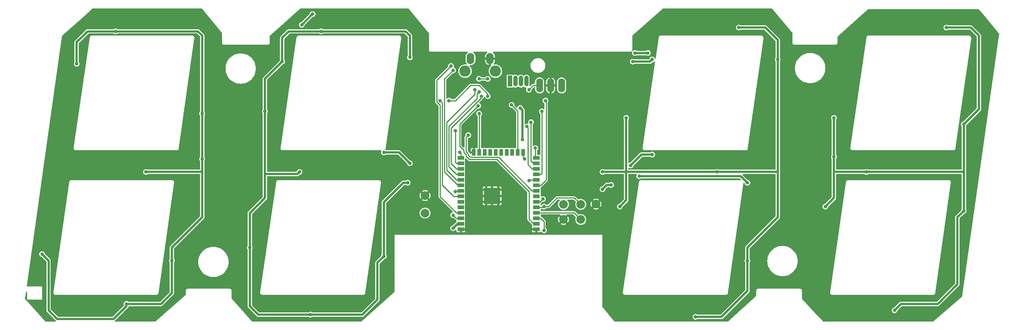
<source format=gbl>
G04 #@! TF.GenerationSoftware,KiCad,Pcbnew,8.0.7-unknown-1000.20241230gita20d76c.fc41*
G04 #@! TF.CreationDate,2025-01-11T12:56:06-08:00*
G04 #@! TF.ProjectId,2024-clock-retrofit,32303234-2d63-46c6-9f63-6b2d72657472,rev?*
G04 #@! TF.SameCoordinates,Original*
G04 #@! TF.FileFunction,Copper,L2,Bot*
G04 #@! TF.FilePolarity,Positive*
%FSLAX46Y46*%
G04 Gerber Fmt 4.6, Leading zero omitted, Abs format (unit mm)*
G04 Created by KiCad (PCBNEW 8.0.7-unknown-1000.20241230gita20d76c.fc41) date 2025-01-11 12:56:06*
%MOMM*%
%LPD*%
G01*
G04 APERTURE LIST*
G04 #@! TA.AperFunction,HeatsinkPad*
%ADD10O,1.600000X3.200000*%
G04 #@! TD*
G04 #@! TA.AperFunction,ComponentPad*
%ADD11R,1.000000X2.500000*%
G04 #@! TD*
G04 #@! TA.AperFunction,ComponentPad*
%ADD12O,1.000000X2.500000*%
G04 #@! TD*
G04 #@! TA.AperFunction,SMDPad,CuDef*
%ADD13R,1.500000X0.900000*%
G04 #@! TD*
G04 #@! TA.AperFunction,SMDPad,CuDef*
%ADD14R,0.900000X1.500000*%
G04 #@! TD*
G04 #@! TA.AperFunction,SMDPad,CuDef*
%ADD15R,0.900000X0.900000*%
G04 #@! TD*
G04 #@! TA.AperFunction,HeatsinkPad*
%ADD16C,0.800000*%
G04 #@! TD*
G04 #@! TA.AperFunction,SMDPad,CuDef*
%ADD17R,3.800000X3.800000*%
G04 #@! TD*
G04 #@! TA.AperFunction,SMDPad,CuDef*
%ADD18C,2.000000*%
G04 #@! TD*
G04 #@! TA.AperFunction,ComponentPad*
%ADD19C,2.600000*%
G04 #@! TD*
G04 #@! TA.AperFunction,ComponentPad*
%ADD20O,1.750000X2.625000*%
G04 #@! TD*
G04 #@! TA.AperFunction,ViaPad*
%ADD21C,0.800000*%
G04 #@! TD*
G04 #@! TA.AperFunction,Conductor*
%ADD22C,0.500000*%
G04 #@! TD*
G04 #@! TA.AperFunction,Conductor*
%ADD23C,0.250000*%
G04 #@! TD*
G04 APERTURE END LIST*
D10*
G04 #@! TO.P,U3,1,SIGNAL*
G04 #@! TO.N,/IR_SIGNAL*
X144460000Y-81500000D03*
G04 #@! TO.P,U3,2,GND*
G04 #@! TO.N,GND*
X147000000Y-81500000D03*
G04 #@! TO.P,U3,3,VCC*
G04 #@! TO.N,+3.3V*
X149540000Y-81500000D03*
G04 #@! TD*
D11*
G04 #@! TO.P,D62,1,RK*
G04 #@! TO.N,Net-(D62-RK)*
X137600000Y-80500000D03*
D12*
G04 #@! TO.P,D62,2,A*
G04 #@! TO.N,+3.3V*
X138870000Y-80500000D03*
G04 #@! TO.P,D62,3,GK*
G04 #@! TO.N,Net-(D62-GK)*
X140140000Y-80500000D03*
G04 #@! TO.P,D62,4,BK*
G04 #@! TO.N,Net-(D62-BK)*
X141410000Y-80500000D03*
G04 #@! TD*
D13*
G04 #@! TO.P,U1,1,GND*
G04 #@! TO.N,GND*
X126250000Y-114750000D03*
G04 #@! TO.P,U1,2,VDD*
G04 #@! TO.N,+3.3V*
X126250000Y-113480000D03*
G04 #@! TO.P,U1,3,EN*
G04 #@! TO.N,Net-(U1-EN)*
X126250000Y-112210000D03*
G04 #@! TO.P,U1,4,SENSOR_VP*
G04 #@! TO.N,/SW1*
X126250000Y-110940000D03*
G04 #@! TO.P,U1,5,SENSOR_VN*
G04 #@! TO.N,unconnected-(U1-SENSOR_VN-Pad5)*
X126250000Y-109670000D03*
G04 #@! TO.P,U1,6,IO34*
G04 #@! TO.N,unconnected-(U1-IO34-Pad6)*
X126250000Y-108400000D03*
G04 #@! TO.P,U1,7,IO35*
G04 #@! TO.N,/IR_SIGNAL*
X126250000Y-107130000D03*
G04 #@! TO.P,U1,8,IO32*
G04 #@! TO.N,/H_DIGIT_1*
X126250000Y-105860000D03*
G04 #@! TO.P,U1,9,IO33*
G04 #@! TO.N,/LED_PM*
X126250000Y-104590000D03*
G04 #@! TO.P,U1,10,IO25*
G04 #@! TO.N,/LED_5MM_R*
X126250000Y-103320000D03*
G04 #@! TO.P,U1,11,IO26*
G04 #@! TO.N,/LED_5MM_G*
X126250000Y-102050000D03*
G04 #@! TO.P,U1,12,IO27*
G04 #@! TO.N,/LED_5MM_B*
X126250000Y-100780000D03*
G04 #@! TO.P,U1,13,IO14*
G04 #@! TO.N,/SEG_C*
X126250000Y-99510000D03*
G04 #@! TO.P,U1,14,IO12*
G04 #@! TO.N,/H_DIGIT_0*
X126250000Y-98240000D03*
D14*
G04 #@! TO.P,U1,15,GND*
G04 #@! TO.N,GND*
X129290000Y-96990000D03*
G04 #@! TO.P,U1,16,IO13*
G04 #@! TO.N,/SEG_B*
X130560000Y-96990000D03*
G04 #@! TO.P,U1,17,SHD/SD2*
G04 #@! TO.N,unconnected-(U1-SHD{slash}SD2-Pad17)*
X131830000Y-96990000D03*
G04 #@! TO.P,U1,18,SWP/SD3*
G04 #@! TO.N,unconnected-(U1-SWP{slash}SD3-Pad18)*
X133100000Y-96990000D03*
G04 #@! TO.P,U1,19,SCS/CMD*
G04 #@! TO.N,unconnected-(U1-SCS{slash}CMD-Pad19)*
X134370000Y-96990000D03*
G04 #@! TO.P,U1,20,SCK/CLK*
G04 #@! TO.N,unconnected-(U1-SCK{slash}CLK-Pad20)*
X135640000Y-96990000D03*
G04 #@! TO.P,U1,21,SDO/SD0*
G04 #@! TO.N,unconnected-(U1-SDO{slash}SD0-Pad21)*
X136910000Y-96990000D03*
G04 #@! TO.P,U1,22,SDI/SD1*
G04 #@! TO.N,unconnected-(U1-SDI{slash}SD1-Pad22)*
X138180000Y-96990000D03*
G04 #@! TO.P,U1,23,IO15*
G04 #@! TO.N,/LED_TOP*
X139450000Y-96990000D03*
G04 #@! TO.P,U1,24,IO2*
G04 #@! TO.N,/M_DIGIT_0*
X140720000Y-96990000D03*
D13*
G04 #@! TO.P,U1,25,IO0*
G04 #@! TO.N,/IO0*
X143750000Y-98240000D03*
G04 #@! TO.P,U1,26,IO4*
G04 #@! TO.N,/SEG_G*
X143750000Y-99510000D03*
G04 #@! TO.P,U1,27,IO16*
G04 #@! TO.N,/SEG_E*
X143750000Y-100780000D03*
G04 #@! TO.P,U1,28,IO17*
G04 #@! TO.N,/SEG_F*
X143750000Y-102050000D03*
G04 #@! TO.P,U1,29,IO5*
G04 #@! TO.N,/LED_BOTT*
X143750000Y-103320000D03*
G04 #@! TO.P,U1,30,IO18*
G04 #@! TO.N,/LED_AL*
X143750000Y-104590000D03*
G04 #@! TO.P,U1,31,IO19*
G04 #@! TO.N,/SEG_D*
X143750000Y-105860000D03*
G04 #@! TO.P,U1,32,NC*
G04 #@! TO.N,unconnected-(U1-NC-Pad32)*
X143750000Y-107130000D03*
G04 #@! TO.P,U1,33,IO21*
G04 #@! TO.N,/M_DIGIT_1*
X143750000Y-108400000D03*
G04 #@! TO.P,U1,34,RXD0/IO3*
G04 #@! TO.N,/RXD0*
X143750000Y-109670000D03*
G04 #@! TO.P,U1,35,TXD0/IO1*
G04 #@! TO.N,/TXD0*
X143750000Y-110940000D03*
G04 #@! TO.P,U1,36,IO22*
G04 #@! TO.N,/LED_TEMP*
X143750000Y-112210000D03*
G04 #@! TO.P,U1,37,IO23*
G04 #@! TO.N,/SEG_A*
X143750000Y-113480000D03*
G04 #@! TO.P,U1,38,GND*
G04 #@! TO.N,GND*
X143750000Y-114750000D03*
D15*
G04 #@! TO.P,U1,39,GND*
X132100000Y-105630000D03*
D16*
X132100000Y-106330000D03*
D15*
X132100000Y-107030000D03*
D16*
X132100000Y-107730000D03*
D15*
X132100000Y-108430000D03*
D16*
X132800000Y-105630000D03*
X132800000Y-107030000D03*
X132800000Y-108430000D03*
X133475000Y-106330000D03*
X133475000Y-107730000D03*
D15*
X133500000Y-105630000D03*
X133500000Y-107030000D03*
D17*
X133500000Y-107030000D03*
D15*
X133500000Y-108430000D03*
D16*
X134200000Y-105630000D03*
X134200000Y-107030000D03*
X134200000Y-108430000D03*
D15*
X134900000Y-105630000D03*
D16*
X134900000Y-106330000D03*
D15*
X134900000Y-107030000D03*
D16*
X134900000Y-107730000D03*
D15*
X134900000Y-108430000D03*
G04 #@! TD*
D18*
G04 #@! TO.P,TP3,1,1*
G04 #@! TO.N,/RXD0*
X154000000Y-109000000D03*
G04 #@! TD*
G04 #@! TO.P,TP5,1,1*
G04 #@! TO.N,GND*
X150000000Y-112500000D03*
G04 #@! TD*
G04 #@! TO.P,TP7,1,1*
G04 #@! TO.N,+5V*
X118000000Y-111000000D03*
G04 #@! TD*
G04 #@! TO.P,TP2,1,1*
G04 #@! TO.N,/TXD0*
X154000000Y-112500000D03*
G04 #@! TD*
D19*
G04 #@! TO.P,SW1,*
G04 #@! TO.N,*
X134262500Y-78202500D03*
X127252500Y-78202500D03*
D20*
G04 #@! TO.P,SW1,1,1*
G04 #@! TO.N,GND*
X133012500Y-75275000D03*
G04 #@! TO.P,SW1,2,2*
G04 #@! TO.N,/SW1*
X128512500Y-75275000D03*
G04 #@! TD*
D18*
G04 #@! TO.P,TP6,1,1*
G04 #@! TO.N,GND*
X118000000Y-106950000D03*
G04 #@! TD*
G04 #@! TO.P,TP4,1,1*
G04 #@! TO.N,GND*
X157500000Y-108950000D03*
G04 #@! TD*
G04 #@! TO.P,TP1,1,1*
G04 #@! TO.N,/IO0*
X150000000Y-109000000D03*
G04 #@! TD*
D21*
G04 #@! TO.N,/Hour Leds/DIGIT_0C*
X53500000Y-101500000D03*
X46500000Y-69000000D03*
X59500000Y-122000000D03*
X114500000Y-99500000D03*
X66500000Y-88000000D03*
X29500000Y-120500000D03*
X66500000Y-98500000D03*
X108500000Y-97000000D03*
X49000000Y-132000000D03*
X37500000Y-76500000D03*
G04 #@! TO.N,/Hour Leds/DIGIT_1C*
X114500000Y-75000000D03*
X81000000Y-87500000D03*
X108500000Y-121000000D03*
X114000000Y-104000000D03*
X85000000Y-76000000D03*
X77500000Y-119000000D03*
X94000000Y-69000000D03*
X91500000Y-134500000D03*
X89000000Y-101500000D03*
G04 #@! TO.N,GND*
X156000000Y-102500000D03*
X117000000Y-96500000D03*
X117500000Y-101000000D03*
X116500000Y-107500000D03*
X128000000Y-115000000D03*
X156000000Y-106500000D03*
X120500000Y-115500000D03*
X119500000Y-99500000D03*
X118500000Y-115500000D03*
X116500000Y-106000000D03*
X118000000Y-105000000D03*
X120500000Y-99500000D03*
G04 #@! TO.N,/Minute Leds/DIGIT_0C*
X192500000Y-122000000D03*
X164500000Y-89000000D03*
X180500000Y-135000000D03*
X185500000Y-101500000D03*
X199500000Y-75500000D03*
X163000000Y-109500000D03*
X190488996Y-68122389D03*
X159000000Y-101500000D03*
G04 #@! TO.N,/Minute Leds/DIGIT_1C*
X220000000Y-101500000D03*
X226500000Y-133500000D03*
X165500000Y-100000000D03*
X238488996Y-68122389D03*
X242500000Y-110500000D03*
X212500000Y-89000000D03*
X170500000Y-97500000D03*
X210500000Y-109500000D03*
X161000000Y-104500000D03*
X242500000Y-90500000D03*
X212500000Y-98000000D03*
X159000000Y-105500000D03*
G04 #@! TO.N,/H_DIGIT_0*
X126000000Y-97000000D03*
G04 #@! TO.N,/H_DIGIT_1*
X125000000Y-106000000D03*
G04 #@! TO.N,/M_DIGIT_0*
X141000000Y-98500000D03*
G04 #@! TO.N,/M_DIGIT_1*
X145250000Y-107750000D03*
G04 #@! TO.N,/RXD0*
X145500000Y-109500000D03*
G04 #@! TO.N,+3.3V*
X139997753Y-86719320D03*
X124500000Y-114500000D03*
X130489252Y-79972946D03*
X132500000Y-80000000D03*
X140500000Y-94000000D03*
G04 #@! TO.N,Net-(U1-EN)*
X124500000Y-111500000D03*
G04 #@! TO.N,/IO0*
X143500000Y-96000000D03*
X150000000Y-109000000D03*
G04 #@! TO.N,/LED_PM*
X124500000Y-78000000D03*
G04 #@! TO.N,/LED_AL*
X145825000Y-85000000D03*
G04 #@! TO.N,/LED_TEMP*
X145500000Y-115000000D03*
G04 #@! TO.N,/LED_TOP*
X138000000Y-86000000D03*
G04 #@! TO.N,/LED_BOTT*
X142000000Y-103500000D03*
G04 #@! TO.N,/SEG_A*
X130289340Y-86210660D03*
G04 #@! TO.N,/SEG_F*
X89500000Y-67500000D03*
X166500000Y-74000000D03*
X169500000Y-74000000D03*
X92000000Y-65000000D03*
X145000000Y-87500000D03*
G04 #@! TO.N,/SEG_B*
X166000000Y-76000000D03*
X130500000Y-88000000D03*
X170500000Y-75500000D03*
G04 #@! TO.N,/SEG_G*
X142500000Y-90000000D03*
G04 #@! TO.N,/SEG_E*
X141500000Y-91000000D03*
G04 #@! TO.N,/SEG_C*
X167500000Y-102500000D03*
X192500000Y-104000000D03*
X125000000Y-92000000D03*
G04 #@! TO.N,/SEG_D*
X128000000Y-93000000D03*
G04 #@! TO.N,/SW1*
X124000000Y-77000000D03*
G04 #@! TO.N,/LED_5MM_R*
X129500000Y-82500000D03*
G04 #@! TO.N,/LED_5MM_G*
X130500000Y-83000000D03*
G04 #@! TO.N,/LED_5MM_B*
X131000000Y-84000000D03*
G04 #@! TO.N,+5V*
X118000000Y-111000000D03*
G04 #@! TO.N,/IR_SIGNAL*
X142000000Y-82500000D03*
X123500000Y-85000000D03*
X132500000Y-84000000D03*
X121500000Y-85000000D03*
G04 #@! TD*
D22*
G04 #@! TO.N,/Hour Leds/DIGIT_0C*
X66500000Y-88000000D02*
X66500000Y-98500000D01*
X46000000Y-135500000D02*
X33000000Y-135500000D01*
X59500000Y-129500000D02*
X57000000Y-132000000D01*
X112000000Y-97000000D02*
X114500000Y-99500000D01*
X66500000Y-112000000D02*
X59500000Y-119000000D01*
X57000000Y-132000000D02*
X49000000Y-132000000D01*
X66500000Y-101500000D02*
X66500000Y-112000000D01*
X66500000Y-70000000D02*
X66500000Y-88000000D01*
X49000000Y-132500000D02*
X46000000Y-135500000D01*
X66500000Y-98500000D02*
X66500000Y-101500000D01*
X108500000Y-97000000D02*
X112000000Y-97000000D01*
X49000000Y-132000000D02*
X49000000Y-132500000D01*
X66500000Y-101500000D02*
X53500000Y-101500000D01*
X40000000Y-69000000D02*
X46500000Y-69000000D01*
X31000000Y-133500000D02*
X31000000Y-122000000D01*
X65500000Y-69000000D02*
X66500000Y-70000000D01*
X37500000Y-71500000D02*
X40000000Y-69000000D01*
X46500000Y-69000000D02*
X65500000Y-69000000D01*
X33000000Y-135500000D02*
X31000000Y-133500000D01*
X31000000Y-122000000D02*
X29500000Y-120500000D01*
X37500000Y-76500000D02*
X37500000Y-71500000D01*
X59500000Y-119000000D02*
X59500000Y-122000000D01*
X59500000Y-122000000D02*
X59500000Y-129500000D01*
G04 #@! TO.N,/Hour Leds/DIGIT_1C*
X77500000Y-111000000D02*
X77500000Y-119000000D01*
X81000000Y-102000000D02*
X88500000Y-102000000D01*
X94000000Y-69000000D02*
X113500000Y-69000000D01*
X79500000Y-134500000D02*
X91500000Y-134500000D01*
X114500000Y-70000000D02*
X114500000Y-75000000D01*
X107000000Y-122500000D02*
X108500000Y-121000000D01*
X81000000Y-80000000D02*
X81000000Y-87500000D01*
X85000000Y-70500000D02*
X86500000Y-69000000D01*
X103500000Y-134500000D02*
X107000000Y-131000000D01*
X85000000Y-76000000D02*
X81000000Y-80000000D01*
X81000000Y-107500000D02*
X77500000Y-111000000D01*
X113000000Y-104000000D02*
X108500000Y-108500000D01*
X107000000Y-131000000D02*
X107000000Y-122500000D01*
X113500000Y-69000000D02*
X114500000Y-70000000D01*
X114000000Y-104000000D02*
X113000000Y-104000000D01*
X108500000Y-108500000D02*
X108500000Y-121000000D01*
X86500000Y-69000000D02*
X94000000Y-69000000D01*
X85000000Y-76000000D02*
X85000000Y-70500000D01*
X81000000Y-87500000D02*
X81000000Y-102000000D01*
X91500000Y-134500000D02*
X103500000Y-134500000D01*
X88500000Y-102000000D02*
X89000000Y-101500000D01*
X81000000Y-102000000D02*
X81000000Y-107500000D01*
X77500000Y-132500000D02*
X79500000Y-134500000D01*
X77500000Y-119000000D02*
X77500000Y-132500000D01*
G04 #@! TO.N,/Minute Leds/DIGIT_0C*
X196622389Y-68122389D02*
X199500000Y-71000000D01*
X190488996Y-68122389D02*
X196622389Y-68122389D01*
X199500000Y-101500000D02*
X199500000Y-112000000D01*
X192500000Y-119000000D02*
X192500000Y-122000000D01*
X164500000Y-101500000D02*
X164500000Y-108000000D01*
X164500000Y-101500000D02*
X159000000Y-101500000D01*
X199500000Y-75500000D02*
X199500000Y-101500000D01*
X186500000Y-135000000D02*
X180500000Y-135000000D01*
X199500000Y-112000000D02*
X192500000Y-119000000D01*
X199500000Y-71000000D02*
X199500000Y-75500000D01*
X185500000Y-101500000D02*
X164500000Y-101500000D01*
X164500000Y-108000000D02*
X163000000Y-109500000D01*
X192500000Y-129000000D02*
X186500000Y-135000000D01*
X164500000Y-101500000D02*
X164500000Y-89000000D01*
X199500000Y-101500000D02*
X185500000Y-101500000D01*
X192500000Y-122000000D02*
X192500000Y-129000000D01*
G04 #@! TO.N,/Minute Leds/DIGIT_1C*
X210500000Y-109500000D02*
X212500000Y-107500000D01*
X220000000Y-101500000D02*
X212500000Y-101500000D01*
X212500000Y-107500000D02*
X212500000Y-101500000D01*
X161000000Y-104500000D02*
X160000000Y-104500000D01*
X244122389Y-68122389D02*
X246000000Y-70000000D01*
X170500000Y-97500000D02*
X168000000Y-97500000D01*
X160000000Y-104500000D02*
X159000000Y-105500000D01*
X246000000Y-70000000D02*
X246000000Y-87000000D01*
X242500000Y-110500000D02*
X241000000Y-112000000D01*
X236500000Y-132000000D02*
X228000000Y-132000000D01*
X238488996Y-68122389D02*
X244122389Y-68122389D01*
X228000000Y-132000000D02*
X226500000Y-133500000D01*
X242500000Y-90500000D02*
X242500000Y-101500000D01*
X246000000Y-87000000D02*
X242500000Y-90500000D01*
X242500000Y-101500000D02*
X242500000Y-110500000D01*
X242500000Y-101500000D02*
X220000000Y-101500000D01*
X241000000Y-127500000D02*
X236500000Y-132000000D01*
X212500000Y-101500000D02*
X212500000Y-89000000D01*
X241000000Y-112000000D02*
X241000000Y-127500000D01*
X168000000Y-97500000D02*
X165500000Y-100000000D01*
D23*
G04 #@! TO.N,/H_DIGIT_0*
X126250000Y-98240000D02*
X126250000Y-97250000D01*
X126250000Y-97250000D02*
X126000000Y-97000000D01*
G04 #@! TO.N,/H_DIGIT_1*
X125140000Y-105860000D02*
X125000000Y-106000000D01*
X126250000Y-105860000D02*
X125140000Y-105860000D01*
G04 #@! TO.N,/M_DIGIT_0*
X141000000Y-98500000D02*
X140720000Y-98220000D01*
X140720000Y-98220000D02*
X140720000Y-96990000D01*
G04 #@! TO.N,/M_DIGIT_1*
X145250000Y-107750000D02*
X144600000Y-108400000D01*
X144600000Y-108400000D02*
X143750000Y-108400000D01*
G04 #@! TO.N,/RXD0*
X146500000Y-109500000D02*
X145500000Y-109500000D01*
X145330000Y-109670000D02*
X143750000Y-109670000D01*
X154000000Y-109000000D02*
X152500000Y-107500000D01*
X148500000Y-107500000D02*
X146500000Y-109500000D01*
X152500000Y-107500000D02*
X148500000Y-107500000D01*
X145500000Y-109500000D02*
X145330000Y-109670000D01*
D22*
G04 #@! TO.N,+3.3V*
X140500000Y-87221567D02*
X139997753Y-86719320D01*
D23*
X132500000Y-80000000D02*
X130516306Y-80000000D01*
D22*
X126250000Y-113480000D02*
X125520000Y-113480000D01*
D23*
X130516306Y-80000000D02*
X130489252Y-79972946D01*
D22*
X140500000Y-94000000D02*
X140500000Y-87221567D01*
X125520000Y-113480000D02*
X124500000Y-114500000D01*
D23*
G04 #@! TO.N,Net-(U1-EN)*
X125210000Y-112210000D02*
X124500000Y-111500000D01*
X126250000Y-112210000D02*
X125210000Y-112210000D01*
G04 #@! TO.N,/IO0*
X143500000Y-96000000D02*
X143500000Y-97990000D01*
X150347142Y-109000000D02*
X150000000Y-109000000D01*
X143500000Y-97990000D02*
X143750000Y-98240000D01*
G04 #@! TO.N,/TXD0*
X152440000Y-110940000D02*
X143750000Y-110940000D01*
X154000000Y-112500000D02*
X152440000Y-110940000D01*
G04 #@! TO.N,/LED_PM*
X126250000Y-104590000D02*
X125590000Y-104590000D01*
X125590000Y-104590000D02*
X122500000Y-101500000D01*
X122500000Y-101500000D02*
X122500000Y-80000000D01*
X122500000Y-80000000D02*
X124500000Y-78000000D01*
G04 #@! TO.N,/LED_AL*
X143750000Y-104590000D02*
X144750000Y-104590000D01*
X146000000Y-85000000D02*
X145825000Y-85000000D01*
X144750000Y-104590000D02*
X146000000Y-103340000D01*
X146000000Y-103340000D02*
X146000000Y-85000000D01*
G04 #@! TO.N,/LED_TEMP*
X145500000Y-112960000D02*
X145500000Y-115000000D01*
X143750000Y-112210000D02*
X144750000Y-112210000D01*
X144750000Y-112210000D02*
X145500000Y-112960000D01*
G04 #@! TO.N,/LED_TOP*
X139450000Y-96990000D02*
X139450000Y-87450000D01*
X139450000Y-87450000D02*
X138000000Y-86000000D01*
G04 #@! TO.N,/LED_BOTT*
X143750000Y-103320000D02*
X142180000Y-103320000D01*
X142180000Y-103320000D02*
X142000000Y-103500000D01*
G04 #@! TO.N,/SEG_A*
X143070000Y-113480000D02*
X142000000Y-112410000D01*
X127500000Y-97500000D02*
X127000000Y-97000000D01*
X127000000Y-96500000D02*
X126000000Y-95500000D01*
X142000000Y-112410000D02*
X142000000Y-106000000D01*
X143750000Y-113480000D02*
X143070000Y-113480000D01*
X127500000Y-97857106D02*
X127500000Y-97500000D01*
X134615000Y-98615000D02*
X128257894Y-98615000D01*
X126000000Y-95500000D02*
X126000000Y-90500000D01*
X128257894Y-98615000D02*
X127500000Y-97857106D01*
X126000000Y-90500000D02*
X130289340Y-86210660D01*
X142000000Y-106000000D02*
X134615000Y-98615000D01*
X127000000Y-97000000D02*
X127000000Y-96500000D01*
D22*
G04 #@! TO.N,/SEG_F*
X166500000Y-74000000D02*
X169500000Y-74000000D01*
X89500000Y-67500000D02*
X92000000Y-65000000D01*
D23*
X145000000Y-101800000D02*
X145000000Y-87500000D01*
X143750000Y-102050000D02*
X144750000Y-102050000D01*
X144750000Y-102050000D02*
X145000000Y-101800000D01*
D22*
G04 #@! TO.N,/SEG_B*
X170000000Y-76000000D02*
X170500000Y-75500000D01*
D23*
X130559999Y-96990000D02*
X130559999Y-88059999D01*
X130559999Y-88059999D02*
X130500000Y-88000000D01*
D22*
X166000000Y-76000000D02*
X170000000Y-76000000D01*
D23*
G04 #@! TO.N,/SEG_G*
X143750000Y-99510000D02*
X143070000Y-99510000D01*
X143070000Y-99510000D02*
X142500000Y-98940000D01*
X142500000Y-98940000D02*
X142500000Y-90000000D01*
G04 #@! TO.N,/SEG_E*
X143750000Y-100780000D02*
X142750000Y-100780000D01*
X142750000Y-100780000D02*
X141775000Y-99805000D01*
X141775000Y-91275000D02*
X141500000Y-91000000D01*
X141775000Y-99805000D02*
X141775000Y-91275000D01*
G04 #@! TO.N,/SEG_C*
X125000000Y-99260000D02*
X125000000Y-92000000D01*
D22*
X191000000Y-102500000D02*
X192500000Y-104000000D01*
X167500000Y-102500000D02*
X191000000Y-102500000D01*
D23*
X126250000Y-99510000D02*
X125250000Y-99510000D01*
X125250000Y-99510000D02*
X125000000Y-99260000D01*
G04 #@! TO.N,/SEG_D*
X128000000Y-97650000D02*
X128000000Y-97292894D01*
X128465000Y-98115000D02*
X128000000Y-97650000D01*
X127500000Y-96792894D02*
X127500000Y-93500000D01*
X135005000Y-98115000D02*
X128465000Y-98115000D01*
X127500000Y-93500000D02*
X128000000Y-93000000D01*
X128000000Y-97292894D02*
X127500000Y-96792894D01*
X142750000Y-105860000D02*
X135005000Y-98115000D01*
X143750000Y-105860000D02*
X142750000Y-105860000D01*
G04 #@! TO.N,/SW1*
X121500000Y-86096016D02*
X120725000Y-85321016D01*
X121500000Y-107190000D02*
X121500000Y-86096016D01*
X120725000Y-80275000D02*
X124000000Y-77000000D01*
X126250000Y-110940000D02*
X125250000Y-110940000D01*
X125250000Y-110940000D02*
X121500000Y-107190000D01*
X120725000Y-85321016D02*
X120725000Y-80275000D01*
G04 #@! TO.N,/LED_5MM_R*
X123000000Y-90000000D02*
X129500000Y-83500000D01*
X129500000Y-83500000D02*
X129500000Y-82500000D01*
X126250000Y-103320000D02*
X125250000Y-103320000D01*
X125250000Y-103320000D02*
X123000000Y-101070000D01*
X123000000Y-101070000D02*
X123000000Y-90000000D01*
G04 #@! TO.N,/LED_5MM_G*
X130500000Y-83000000D02*
X130000000Y-83500000D01*
X130000000Y-83500000D02*
X130000000Y-84500000D01*
X125250000Y-102050000D02*
X126250000Y-102050000D01*
X130000000Y-84500000D02*
X123500000Y-91000000D01*
X123500000Y-91000000D02*
X123500000Y-100300000D01*
X123500000Y-100300000D02*
X125250000Y-102050000D01*
G04 #@! TO.N,/LED_5MM_B*
X131000000Y-84403984D02*
X131000000Y-84000000D01*
X125250000Y-100780000D02*
X124000000Y-99530000D01*
X124000000Y-99530000D02*
X124000000Y-91403984D01*
X126250000Y-100780000D02*
X125250000Y-100780000D01*
X124000000Y-91403984D02*
X131000000Y-84403984D01*
G04 #@! TO.N,/IR_SIGNAL*
X128000000Y-82000000D02*
X128500000Y-81500000D01*
X122000000Y-92000000D02*
X122000000Y-85500000D01*
X143000000Y-81500000D02*
X144460000Y-81500000D01*
X125000000Y-85000000D02*
X128000000Y-82000000D01*
X122000000Y-104500000D02*
X122000000Y-92000000D01*
X122000000Y-85500000D02*
X121500000Y-85000000D01*
X123500000Y-85000000D02*
X125000000Y-85000000D01*
X128500000Y-81500000D02*
X130500000Y-81500000D01*
X130500000Y-81500000D02*
X132500000Y-83500000D01*
X124000000Y-106500000D02*
X124275000Y-106775000D01*
X142000000Y-82500000D02*
X143000000Y-81500000D01*
X124275000Y-106775000D02*
X122000000Y-104500000D01*
X126250000Y-107130000D02*
X124630000Y-107130000D01*
X124630000Y-107130000D02*
X124000000Y-106500000D01*
X132500000Y-83500000D02*
X132500000Y-84000000D01*
G04 #@! TD*
G04 #@! TA.AperFunction,Conductor*
G04 #@! TO.N,GND*
G36*
X66374539Y-63720185D02*
G01*
X66402758Y-63745116D01*
X71070759Y-69346717D01*
X71098555Y-69410819D01*
X71099500Y-69426099D01*
X71099500Y-71665892D01*
X71106398Y-71691637D01*
X71133608Y-71793187D01*
X71166554Y-71850250D01*
X71199500Y-71907314D01*
X71292686Y-72000500D01*
X71406814Y-72066392D01*
X71534108Y-72100500D01*
X71534110Y-72100500D01*
X81665890Y-72100500D01*
X81665892Y-72100500D01*
X81793186Y-72066392D01*
X81907314Y-72000500D01*
X82000500Y-71907314D01*
X82066392Y-71793186D01*
X82100500Y-71665892D01*
X82100500Y-70079813D01*
X82120185Y-70012774D01*
X82141961Y-69987274D01*
X84930724Y-67499999D01*
X88844722Y-67499999D01*
X88844722Y-67500000D01*
X88863762Y-67656818D01*
X88919780Y-67804523D01*
X89009517Y-67934530D01*
X89127760Y-68039283D01*
X89127762Y-68039284D01*
X89267634Y-68112696D01*
X89421014Y-68150500D01*
X89421015Y-68150500D01*
X89578985Y-68150500D01*
X89732365Y-68112696D01*
X89872240Y-68039283D01*
X89990483Y-67934530D01*
X90080220Y-67804523D01*
X90136237Y-67656818D01*
X90142859Y-67602273D01*
X90170480Y-67538096D01*
X90178263Y-67529549D01*
X92025783Y-65682030D01*
X92083787Y-65649316D01*
X92232365Y-65612696D01*
X92372240Y-65539283D01*
X92490483Y-65434530D01*
X92580220Y-65304523D01*
X92636237Y-65156818D01*
X92655278Y-65000000D01*
X92650653Y-64961905D01*
X92636237Y-64843181D01*
X92614992Y-64787164D01*
X92580220Y-64695477D01*
X92490483Y-64565470D01*
X92372240Y-64460717D01*
X92372238Y-64460716D01*
X92372237Y-64460715D01*
X92232365Y-64387303D01*
X92078986Y-64349500D01*
X92078985Y-64349500D01*
X91921015Y-64349500D01*
X91921014Y-64349500D01*
X91767634Y-64387303D01*
X91627762Y-64460715D01*
X91509516Y-64565471D01*
X91419781Y-64695475D01*
X91419780Y-64695476D01*
X91363763Y-64843178D01*
X91363762Y-64843182D01*
X91357139Y-64897728D01*
X91329516Y-64961905D01*
X91321724Y-64970460D01*
X89474218Y-66817967D01*
X89416212Y-66850683D01*
X89267633Y-66887304D01*
X89127762Y-66960715D01*
X89009516Y-67065471D01*
X88919781Y-67195475D01*
X88919780Y-67195476D01*
X88863762Y-67343181D01*
X88844722Y-67499999D01*
X84930724Y-67499999D01*
X88420717Y-64387303D01*
X89155497Y-63731959D01*
X89218630Y-63702027D01*
X89238033Y-63700500D01*
X114107500Y-63700500D01*
X114174539Y-63720185D01*
X114202758Y-63745116D01*
X118870759Y-69346717D01*
X118898555Y-69410819D01*
X118899500Y-69426099D01*
X118899500Y-73265891D01*
X118933608Y-73393187D01*
X118949300Y-73420365D01*
X118999500Y-73507314D01*
X119092686Y-73600500D01*
X119206814Y-73666392D01*
X119334108Y-73700500D01*
X119334110Y-73700500D01*
X127780999Y-73700500D01*
X127848038Y-73720185D01*
X127893793Y-73772989D01*
X127903737Y-73842147D01*
X127874712Y-73905703D01*
X127853886Y-73924816D01*
X127779286Y-73979017D01*
X127779284Y-73979019D01*
X127779283Y-73979019D01*
X127654019Y-74104283D01*
X127654019Y-74104284D01*
X127654017Y-74104286D01*
X127615850Y-74156818D01*
X127549886Y-74247609D01*
X127469457Y-74405457D01*
X127469456Y-74405460D01*
X127414714Y-74573943D01*
X127400427Y-74664147D01*
X127387000Y-74748921D01*
X127387000Y-75801079D01*
X127400802Y-75888217D01*
X127414714Y-75976056D01*
X127469456Y-76144539D01*
X127469457Y-76144542D01*
X127521131Y-76245956D01*
X127549886Y-76302390D01*
X127654017Y-76445714D01*
X127654019Y-76445716D01*
X127683453Y-76475150D01*
X127716938Y-76536473D01*
X127711954Y-76606165D01*
X127670082Y-76662098D01*
X127604618Y-76686515D01*
X127566825Y-76683405D01*
X127495798Y-76666353D01*
X127495799Y-76666353D01*
X127252500Y-76647206D01*
X127009202Y-76666353D01*
X126771880Y-76723330D01*
X126546410Y-76816722D01*
X126338326Y-76944237D01*
X126338323Y-76944238D01*
X126152741Y-77102741D01*
X125994238Y-77288323D01*
X125994237Y-77288326D01*
X125866722Y-77496410D01*
X125773330Y-77721880D01*
X125716353Y-77959202D01*
X125697206Y-78202500D01*
X125716353Y-78445797D01*
X125716353Y-78445800D01*
X125716354Y-78445802D01*
X125765498Y-78650500D01*
X125773330Y-78683119D01*
X125866722Y-78908589D01*
X125994237Y-79116673D01*
X125994238Y-79116676D01*
X126014298Y-79140163D01*
X126152741Y-79302259D01*
X126296397Y-79424953D01*
X126338323Y-79460761D01*
X126338326Y-79460762D01*
X126546410Y-79588277D01*
X126694217Y-79649500D01*
X126765811Y-79679155D01*
X126771881Y-79681669D01*
X126771878Y-79681669D01*
X126771884Y-79681670D01*
X126771888Y-79681672D01*
X127009198Y-79738646D01*
X127252500Y-79757794D01*
X127495802Y-79738646D01*
X127733112Y-79681672D01*
X127958589Y-79588277D01*
X128166679Y-79460759D01*
X128352259Y-79302259D01*
X128510759Y-79116679D01*
X128638277Y-78908589D01*
X128731672Y-78683112D01*
X128788646Y-78445802D01*
X128807794Y-78202500D01*
X128788646Y-77959198D01*
X128731672Y-77721888D01*
X128731669Y-77721880D01*
X128638277Y-77496410D01*
X128510762Y-77288326D01*
X128510761Y-77288323D01*
X128393049Y-77150500D01*
X128352259Y-77102741D01*
X128352257Y-77102739D01*
X128352256Y-77102738D01*
X128289730Y-77049336D01*
X128251536Y-76990830D01*
X128251037Y-76920962D01*
X128288391Y-76861915D01*
X128351738Y-76832437D01*
X128389656Y-76832572D01*
X128423921Y-76838000D01*
X128423923Y-76838000D01*
X128601078Y-76838000D01*
X128601079Y-76838000D01*
X128776055Y-76810286D01*
X128944542Y-76755542D01*
X129102390Y-76675114D01*
X129245714Y-76570983D01*
X129370983Y-76445714D01*
X129475114Y-76302390D01*
X129555542Y-76144542D01*
X129610286Y-75976055D01*
X129638000Y-75801079D01*
X129638000Y-75525000D01*
X131887500Y-75525000D01*
X131887500Y-75801044D01*
X131915201Y-75975939D01*
X131969919Y-76144347D01*
X131969921Y-76144350D01*
X132050313Y-76302129D01*
X132154399Y-76445389D01*
X132279610Y-76570600D01*
X132422870Y-76674686D01*
X132580649Y-76755078D01*
X132580652Y-76755080D01*
X132749053Y-76809796D01*
X132749066Y-76809799D01*
X132762500Y-76811927D01*
X132762500Y-76139738D01*
X132821437Y-76173766D01*
X132947332Y-76207500D01*
X133077668Y-76207500D01*
X133203563Y-76173766D01*
X133262500Y-76139738D01*
X133262500Y-76811927D01*
X133272471Y-76820444D01*
X133310663Y-76878952D01*
X133311161Y-76948820D01*
X133273806Y-77007865D01*
X133272470Y-77009023D01*
X133162741Y-77102741D01*
X133004238Y-77288323D01*
X133004237Y-77288326D01*
X132876722Y-77496410D01*
X132783330Y-77721880D01*
X132726353Y-77959202D01*
X132707206Y-78202500D01*
X132726353Y-78445797D01*
X132726353Y-78445800D01*
X132726354Y-78445802D01*
X132775498Y-78650500D01*
X132783330Y-78683119D01*
X132876722Y-78908589D01*
X133004237Y-79116673D01*
X133004238Y-79116676D01*
X133024298Y-79140163D01*
X133162741Y-79302259D01*
X133306397Y-79424953D01*
X133348323Y-79460761D01*
X133348326Y-79460762D01*
X133556410Y-79588277D01*
X133704217Y-79649500D01*
X133775811Y-79679155D01*
X133781881Y-79681669D01*
X133781878Y-79681669D01*
X133781884Y-79681670D01*
X133781888Y-79681672D01*
X134019198Y-79738646D01*
X134262500Y-79757794D01*
X134505802Y-79738646D01*
X134743112Y-79681672D01*
X134968589Y-79588277D01*
X135176679Y-79460759D01*
X135362259Y-79302259D01*
X135427970Y-79225321D01*
X136849500Y-79225321D01*
X136849500Y-81774678D01*
X136864032Y-81847735D01*
X136864033Y-81847739D01*
X136864034Y-81847740D01*
X136919399Y-81930601D01*
X136980848Y-81971659D01*
X137002260Y-81985966D01*
X137002264Y-81985967D01*
X137075321Y-82000499D01*
X137075324Y-82000500D01*
X137075326Y-82000500D01*
X138124676Y-82000500D01*
X138124677Y-82000499D01*
X138197740Y-81985966D01*
X138280601Y-81930601D01*
X138291074Y-81914925D01*
X138344683Y-81870122D01*
X138414008Y-81861412D01*
X138463068Y-81880715D01*
X138514496Y-81915079D01*
X138514511Y-81915087D01*
X138624673Y-81960717D01*
X138651087Y-81971658D01*
X138651091Y-81971658D01*
X138651092Y-81971659D01*
X138796079Y-82000500D01*
X138796082Y-82000500D01*
X138943920Y-82000500D01*
X139041462Y-81981096D01*
X139088913Y-81971658D01*
X139225495Y-81915084D01*
X139348416Y-81832951D01*
X139361287Y-81820080D01*
X139417319Y-81764049D01*
X139478642Y-81730564D01*
X139548334Y-81735548D01*
X139592681Y-81764049D01*
X139661580Y-81832948D01*
X139661584Y-81832951D01*
X139784498Y-81915080D01*
X139784511Y-81915087D01*
X139894673Y-81960717D01*
X139921087Y-81971658D01*
X139921091Y-81971658D01*
X139921092Y-81971659D01*
X140066079Y-82000500D01*
X140066082Y-82000500D01*
X140213920Y-82000500D01*
X140311462Y-81981096D01*
X140358913Y-81971658D01*
X140495495Y-81915084D01*
X140618416Y-81832951D01*
X140631287Y-81820080D01*
X140687319Y-81764049D01*
X140748642Y-81730564D01*
X140818334Y-81735548D01*
X140862681Y-81764049D01*
X140931580Y-81832948D01*
X140931584Y-81832951D01*
X141054498Y-81915080D01*
X141054511Y-81915087D01*
X141164673Y-81960717D01*
X141191087Y-81971658D01*
X141191091Y-81971658D01*
X141191092Y-81971659D01*
X141342057Y-82001689D01*
X141341543Y-82004271D01*
X141395730Y-82026107D01*
X141436129Y-82083113D01*
X141439295Y-82152911D01*
X141423179Y-82188787D01*
X141423267Y-82188833D01*
X141422519Y-82190257D01*
X141420912Y-82193836D01*
X141419782Y-82195472D01*
X141419780Y-82195476D01*
X141363762Y-82343181D01*
X141344722Y-82499999D01*
X141344722Y-82500000D01*
X141363762Y-82656818D01*
X141378424Y-82695477D01*
X141419780Y-82804523D01*
X141509517Y-82934530D01*
X141627760Y-83039283D01*
X141627762Y-83039284D01*
X141767634Y-83112696D01*
X141921014Y-83150500D01*
X141921015Y-83150500D01*
X142078985Y-83150500D01*
X142232365Y-83112696D01*
X142372240Y-83039283D01*
X142490483Y-82934530D01*
X142580220Y-82804523D01*
X142636237Y-82656818D01*
X142655278Y-82500000D01*
X142649102Y-82449144D01*
X142660561Y-82380224D01*
X142684514Y-82346521D01*
X143119218Y-81911819D01*
X143180541Y-81878334D01*
X143206899Y-81875500D01*
X143285500Y-81875500D01*
X143352539Y-81895185D01*
X143398294Y-81947989D01*
X143409500Y-81999500D01*
X143409500Y-82403469D01*
X143449868Y-82606412D01*
X143449870Y-82606420D01*
X143529058Y-82797596D01*
X143644024Y-82969657D01*
X143790342Y-83115975D01*
X143790345Y-83115977D01*
X143962402Y-83230941D01*
X144153580Y-83310130D01*
X144325230Y-83344273D01*
X144356530Y-83350499D01*
X144356534Y-83350500D01*
X144356535Y-83350500D01*
X144563466Y-83350500D01*
X144563467Y-83350499D01*
X144766420Y-83310130D01*
X144957598Y-83230941D01*
X145129655Y-83115977D01*
X145275977Y-82969655D01*
X145390941Y-82797598D01*
X145470130Y-82606420D01*
X145510500Y-82403465D01*
X145510500Y-80596579D01*
X145950000Y-80596579D01*
X145950000Y-81250000D01*
X146684314Y-81250000D01*
X146679920Y-81254394D01*
X146627259Y-81345606D01*
X146600000Y-81447339D01*
X146600000Y-81552661D01*
X146627259Y-81654394D01*
X146679920Y-81745606D01*
X146684314Y-81750000D01*
X145950000Y-81750000D01*
X145950000Y-82403420D01*
X145990348Y-82606266D01*
X145990350Y-82606274D01*
X146069500Y-82797358D01*
X146069505Y-82797368D01*
X146184410Y-82969335D01*
X146184413Y-82969339D01*
X146330660Y-83115586D01*
X146330664Y-83115589D01*
X146502631Y-83230494D01*
X146502641Y-83230499D01*
X146693723Y-83309648D01*
X146693725Y-83309649D01*
X146750000Y-83320842D01*
X146750000Y-81815686D01*
X146754394Y-81820080D01*
X146845606Y-81872741D01*
X146947339Y-81900000D01*
X147052661Y-81900000D01*
X147154394Y-81872741D01*
X147245606Y-81820080D01*
X147250000Y-81815686D01*
X147250000Y-83320842D01*
X147306274Y-83309649D01*
X147306276Y-83309648D01*
X147497358Y-83230499D01*
X147497368Y-83230494D01*
X147669335Y-83115589D01*
X147669339Y-83115586D01*
X147815586Y-82969339D01*
X147815589Y-82969335D01*
X147930494Y-82797368D01*
X147930499Y-82797358D01*
X148009649Y-82606274D01*
X148009651Y-82606266D01*
X148049999Y-82403420D01*
X148050000Y-82403417D01*
X148050000Y-81750000D01*
X147315686Y-81750000D01*
X147320080Y-81745606D01*
X147372741Y-81654394D01*
X147400000Y-81552661D01*
X147400000Y-81447339D01*
X147372741Y-81345606D01*
X147320080Y-81254394D01*
X147315686Y-81250000D01*
X148050000Y-81250000D01*
X148050000Y-80596583D01*
X148049999Y-80596579D01*
X148049989Y-80596530D01*
X148489500Y-80596530D01*
X148489500Y-82403469D01*
X148529868Y-82606412D01*
X148529870Y-82606420D01*
X148609058Y-82797596D01*
X148724024Y-82969657D01*
X148870342Y-83115975D01*
X148870345Y-83115977D01*
X149042402Y-83230941D01*
X149233580Y-83310130D01*
X149405230Y-83344273D01*
X149436530Y-83350499D01*
X149436534Y-83350500D01*
X149436535Y-83350500D01*
X149643466Y-83350500D01*
X149643467Y-83350499D01*
X149846420Y-83310130D01*
X150037598Y-83230941D01*
X150209655Y-83115977D01*
X150355977Y-82969655D01*
X150470941Y-82797598D01*
X150550130Y-82606420D01*
X150590500Y-82403465D01*
X150590500Y-80596535D01*
X150550130Y-80393580D01*
X150470941Y-80202402D01*
X150355977Y-80030345D01*
X150355975Y-80030342D01*
X150209657Y-79884024D01*
X150038165Y-79769438D01*
X150037598Y-79769059D01*
X149846420Y-79689870D01*
X149846412Y-79689868D01*
X149643469Y-79649500D01*
X149643465Y-79649500D01*
X149436535Y-79649500D01*
X149436530Y-79649500D01*
X149233587Y-79689868D01*
X149233579Y-79689870D01*
X149042403Y-79769058D01*
X148870342Y-79884024D01*
X148724024Y-80030342D01*
X148609058Y-80202403D01*
X148529870Y-80393579D01*
X148529868Y-80393587D01*
X148489500Y-80596530D01*
X148049989Y-80596530D01*
X148009651Y-80393733D01*
X148009649Y-80393725D01*
X147930499Y-80202641D01*
X147930494Y-80202631D01*
X147815589Y-80030664D01*
X147815586Y-80030660D01*
X147669339Y-79884413D01*
X147669335Y-79884410D01*
X147497368Y-79769505D01*
X147497358Y-79769500D01*
X147306272Y-79690349D01*
X147306267Y-79690347D01*
X147250000Y-79679155D01*
X147250000Y-81184314D01*
X147245606Y-81179920D01*
X147154394Y-81127259D01*
X147052661Y-81100000D01*
X146947339Y-81100000D01*
X146845606Y-81127259D01*
X146754394Y-81179920D01*
X146750000Y-81184314D01*
X146750000Y-79679156D01*
X146749999Y-79679155D01*
X146693732Y-79690347D01*
X146693727Y-79690349D01*
X146502641Y-79769500D01*
X146502631Y-79769505D01*
X146330664Y-79884410D01*
X146330660Y-79884413D01*
X146184413Y-80030660D01*
X146184410Y-80030664D01*
X146069505Y-80202631D01*
X146069500Y-80202641D01*
X145990350Y-80393725D01*
X145990348Y-80393733D01*
X145950000Y-80596579D01*
X145510500Y-80596579D01*
X145510500Y-80596535D01*
X145470130Y-80393580D01*
X145390941Y-80202402D01*
X145275977Y-80030345D01*
X145275975Y-80030342D01*
X145129657Y-79884024D01*
X144958165Y-79769438D01*
X144957598Y-79769059D01*
X144766420Y-79689870D01*
X144766412Y-79689868D01*
X144563469Y-79649500D01*
X144563465Y-79649500D01*
X144356535Y-79649500D01*
X144356530Y-79649500D01*
X144153587Y-79689868D01*
X144153579Y-79689870D01*
X143962403Y-79769058D01*
X143790342Y-79884024D01*
X143644024Y-80030342D01*
X143529058Y-80202403D01*
X143449870Y-80393579D01*
X143449868Y-80393587D01*
X143409500Y-80596530D01*
X143409500Y-81000500D01*
X143389815Y-81067539D01*
X143337011Y-81113294D01*
X143285500Y-81124500D01*
X142950564Y-81124500D01*
X142855061Y-81150089D01*
X142769438Y-81199525D01*
X142769435Y-81199527D01*
X142311968Y-81656993D01*
X142250645Y-81690478D01*
X142180953Y-81685494D01*
X142125020Y-81643622D01*
X142100603Y-81578158D01*
X142109726Y-81521860D01*
X142131658Y-81468913D01*
X142160500Y-81323918D01*
X142160500Y-79676082D01*
X142160500Y-79676079D01*
X142131659Y-79531092D01*
X142131658Y-79531091D01*
X142131658Y-79531087D01*
X142129509Y-79525898D01*
X142075087Y-79394511D01*
X142075080Y-79394498D01*
X141992951Y-79271584D01*
X141992948Y-79271580D01*
X141888419Y-79167051D01*
X141888415Y-79167048D01*
X141765501Y-79084919D01*
X141765488Y-79084912D01*
X141628917Y-79028343D01*
X141628907Y-79028340D01*
X141483920Y-78999500D01*
X141483918Y-78999500D01*
X141336082Y-78999500D01*
X141336080Y-78999500D01*
X141191092Y-79028340D01*
X141191082Y-79028343D01*
X141054511Y-79084912D01*
X141054498Y-79084919D01*
X140931584Y-79167048D01*
X140931580Y-79167051D01*
X140862681Y-79235951D01*
X140801358Y-79269436D01*
X140731666Y-79264452D01*
X140687319Y-79235951D01*
X140618419Y-79167051D01*
X140618415Y-79167048D01*
X140495501Y-79084919D01*
X140495488Y-79084912D01*
X140358917Y-79028343D01*
X140358907Y-79028340D01*
X140213920Y-78999500D01*
X140213918Y-78999500D01*
X140066082Y-78999500D01*
X140066080Y-78999500D01*
X139921092Y-79028340D01*
X139921082Y-79028343D01*
X139784511Y-79084912D01*
X139784498Y-79084919D01*
X139661584Y-79167048D01*
X139661580Y-79167051D01*
X139592681Y-79235951D01*
X139531358Y-79269436D01*
X139461666Y-79264452D01*
X139417319Y-79235951D01*
X139348419Y-79167051D01*
X139348415Y-79167048D01*
X139225501Y-79084919D01*
X139225488Y-79084912D01*
X139088917Y-79028343D01*
X139088907Y-79028340D01*
X138943920Y-78999500D01*
X138943918Y-78999500D01*
X138796082Y-78999500D01*
X138796080Y-78999500D01*
X138651092Y-79028340D01*
X138651082Y-79028343D01*
X138514511Y-79084912D01*
X138514498Y-79084919D01*
X138463067Y-79119285D01*
X138396389Y-79140163D01*
X138329009Y-79121678D01*
X138291075Y-79085075D01*
X138280601Y-79069399D01*
X138197740Y-79014034D01*
X138197739Y-79014033D01*
X138197735Y-79014032D01*
X138124677Y-78999500D01*
X138124674Y-78999500D01*
X137075326Y-78999500D01*
X137075323Y-78999500D01*
X137002264Y-79014032D01*
X137002260Y-79014033D01*
X136919399Y-79069399D01*
X136864033Y-79152260D01*
X136864032Y-79152264D01*
X136849500Y-79225321D01*
X135427970Y-79225321D01*
X135520759Y-79116679D01*
X135648277Y-78908589D01*
X135741672Y-78683112D01*
X135798646Y-78445802D01*
X135817794Y-78202500D01*
X135798646Y-77959198D01*
X135741672Y-77721888D01*
X135741669Y-77721880D01*
X135648277Y-77496410D01*
X135520762Y-77288326D01*
X135520761Y-77288323D01*
X135484953Y-77246397D01*
X135362259Y-77102741D01*
X135216674Y-76978400D01*
X135176676Y-76944238D01*
X135176673Y-76944237D01*
X135104477Y-76899995D01*
X142394732Y-76899995D01*
X142394732Y-76900004D01*
X142413777Y-77154154D01*
X142458363Y-77349500D01*
X142470492Y-77402637D01*
X142563607Y-77639888D01*
X142691041Y-77860612D01*
X142849950Y-78059877D01*
X143036783Y-78233232D01*
X143247366Y-78376805D01*
X143247371Y-78376807D01*
X143247372Y-78376808D01*
X143247373Y-78376809D01*
X143337325Y-78420127D01*
X143476992Y-78487387D01*
X143476993Y-78487387D01*
X143476996Y-78487389D01*
X143720542Y-78562513D01*
X143972565Y-78600500D01*
X144227435Y-78600500D01*
X144479458Y-78562513D01*
X144723004Y-78487389D01*
X144952634Y-78376805D01*
X145163217Y-78233232D01*
X145350050Y-78059877D01*
X145508959Y-77860612D01*
X145636393Y-77639888D01*
X145729508Y-77402637D01*
X145786222Y-77154157D01*
X145801953Y-76944237D01*
X145805268Y-76900004D01*
X145805268Y-76899995D01*
X145788555Y-76676978D01*
X145786222Y-76645843D01*
X145729508Y-76397363D01*
X145636393Y-76160112D01*
X145543952Y-75999999D01*
X165344722Y-75999999D01*
X165344722Y-76000000D01*
X165363762Y-76156818D01*
X165416493Y-76295857D01*
X165419780Y-76304523D01*
X165509517Y-76434530D01*
X165627760Y-76539283D01*
X165627762Y-76539284D01*
X165767634Y-76612696D01*
X165921014Y-76650500D01*
X165921015Y-76650500D01*
X166078985Y-76650500D01*
X166232365Y-76612696D01*
X166372233Y-76539287D01*
X166372234Y-76539285D01*
X166372240Y-76539283D01*
X166380818Y-76531683D01*
X166444050Y-76501963D01*
X166463044Y-76500500D01*
X170065890Y-76500500D01*
X170065892Y-76500500D01*
X170193186Y-76466392D01*
X170307314Y-76400500D01*
X170525783Y-76182030D01*
X170583787Y-76149316D01*
X170732365Y-76112696D01*
X170872240Y-76039283D01*
X170983877Y-75940381D01*
X171047110Y-75910660D01*
X171116374Y-75919844D01*
X171169677Y-75965016D01*
X171190097Y-76031835D01*
X171188819Y-76051003D01*
X168309969Y-95891720D01*
X168307030Y-95906003D01*
X168299500Y-95934106D01*
X168299500Y-95954927D01*
X168298215Y-95972732D01*
X168295710Y-95990000D01*
X168295225Y-95993340D01*
X168296490Y-96004034D01*
X168298642Y-96022235D01*
X168299500Y-96036796D01*
X168299500Y-96065890D01*
X168299501Y-96065899D01*
X168304887Y-96086001D01*
X168308253Y-96103523D01*
X168310700Y-96124209D01*
X168310702Y-96124216D01*
X168321481Y-96151244D01*
X168326078Y-96165084D01*
X168333607Y-96193184D01*
X168344021Y-96211222D01*
X168351808Y-96227280D01*
X168359522Y-96246621D01*
X168376928Y-96269935D01*
X168384951Y-96282116D01*
X168399495Y-96307307D01*
X168399502Y-96307316D01*
X168414217Y-96322031D01*
X168425898Y-96335529D01*
X168438354Y-96352213D01*
X168438358Y-96352217D01*
X168438361Y-96352221D01*
X168461220Y-96370245D01*
X168472115Y-96379929D01*
X168492686Y-96400500D01*
X168492688Y-96400501D01*
X168492692Y-96400504D01*
X168510717Y-96410911D01*
X168525497Y-96420928D01*
X168541841Y-96433815D01*
X168541843Y-96433817D01*
X168541844Y-96433817D01*
X168541845Y-96433818D01*
X168555127Y-96439526D01*
X168568573Y-96445304D01*
X168581613Y-96451842D01*
X168606814Y-96466392D01*
X168626935Y-96471783D01*
X168643793Y-96477631D01*
X168662915Y-96485848D01*
X168662922Y-96485851D01*
X168691733Y-96490031D01*
X168705992Y-96492965D01*
X168734108Y-96500500D01*
X168754928Y-96500500D01*
X168772733Y-96501784D01*
X168793340Y-96504775D01*
X168817682Y-96501896D01*
X168822238Y-96501358D01*
X168836798Y-96500500D01*
X192056135Y-96500500D01*
X192073469Y-96501717D01*
X192095280Y-96504797D01*
X192095280Y-96504796D01*
X192095281Y-96504797D01*
X192106647Y-96503408D01*
X192122967Y-96501414D01*
X192138002Y-96500500D01*
X192165890Y-96500500D01*
X192165892Y-96500500D01*
X192187176Y-96494796D01*
X192204215Y-96491490D01*
X192226092Y-96488818D01*
X192251952Y-96478388D01*
X192266245Y-96473610D01*
X192293186Y-96466392D01*
X192312268Y-96455374D01*
X192327870Y-96447769D01*
X192348311Y-96439527D01*
X192370601Y-96422750D01*
X192383158Y-96414445D01*
X192407314Y-96400500D01*
X192422889Y-96384923D01*
X192436000Y-96373533D01*
X192453608Y-96360283D01*
X192470799Y-96338305D01*
X192480768Y-96327044D01*
X192500500Y-96307314D01*
X192511516Y-96288232D01*
X192521234Y-96273835D01*
X192534807Y-96256486D01*
X192545720Y-96230819D01*
X192552447Y-96217338D01*
X192553609Y-96215326D01*
X192566392Y-96193186D01*
X192572093Y-96171907D01*
X192577756Y-96155478D01*
X192586375Y-96135210D01*
X192590275Y-96107587D01*
X192593282Y-96092828D01*
X192600500Y-96065892D01*
X192600500Y-96043863D01*
X192601718Y-96026529D01*
X192618608Y-95906895D01*
X196190273Y-70607589D01*
X196193277Y-70592843D01*
X196200500Y-70565892D01*
X196200500Y-70543864D01*
X196201718Y-70526527D01*
X196204797Y-70504720D01*
X196201414Y-70477032D01*
X196200500Y-70461997D01*
X196200500Y-70434110D01*
X196200499Y-70434103D01*
X196194799Y-70412829D01*
X196191489Y-70395772D01*
X196188819Y-70373912D01*
X196188818Y-70373910D01*
X196188818Y-70373908D01*
X196178381Y-70348030D01*
X196173608Y-70333748D01*
X196171784Y-70326941D01*
X196166392Y-70306814D01*
X196155374Y-70287731D01*
X196147766Y-70272121D01*
X196139527Y-70251689D01*
X196122752Y-70229398D01*
X196114444Y-70216838D01*
X196100502Y-70192689D01*
X196100498Y-70192684D01*
X196084925Y-70177111D01*
X196073528Y-70163992D01*
X196060283Y-70146392D01*
X196038309Y-70129202D01*
X196027038Y-70119224D01*
X196007314Y-70099500D01*
X196007313Y-70099499D01*
X196007312Y-70099498D01*
X195988237Y-70088485D01*
X195973839Y-70078767D01*
X195956485Y-70065192D01*
X195930818Y-70054278D01*
X195917345Y-70047556D01*
X195893186Y-70033608D01*
X195893182Y-70033606D01*
X195871905Y-70027905D01*
X195855484Y-70022245D01*
X195835210Y-70013625D01*
X195807587Y-70009725D01*
X195792830Y-70006718D01*
X195765892Y-69999500D01*
X195743865Y-69999500D01*
X195726530Y-69998282D01*
X195722004Y-69997643D01*
X195704722Y-69995203D01*
X195704718Y-69995202D01*
X195680454Y-69998167D01*
X195677032Y-69998585D01*
X195661998Y-69999500D01*
X172545072Y-69999500D01*
X172527266Y-69998215D01*
X172506660Y-69995225D01*
X172477762Y-69998642D01*
X172463202Y-69999500D01*
X172434107Y-69999500D01*
X172413990Y-70004889D01*
X172396474Y-70008253D01*
X172375787Y-70010700D01*
X172348757Y-70021480D01*
X172334923Y-70026075D01*
X172306815Y-70033607D01*
X172306814Y-70033607D01*
X172288779Y-70044020D01*
X172272722Y-70051807D01*
X172253378Y-70059522D01*
X172253374Y-70059524D01*
X172230060Y-70076930D01*
X172217885Y-70084950D01*
X172192685Y-70099500D01*
X172177964Y-70114221D01*
X172164470Y-70125899D01*
X172147783Y-70138357D01*
X172147776Y-70138363D01*
X172129760Y-70161211D01*
X172120079Y-70172104D01*
X172099504Y-70192681D01*
X172099496Y-70192691D01*
X172089086Y-70210721D01*
X172079076Y-70225490D01*
X172066182Y-70241842D01*
X172054693Y-70268577D01*
X172048158Y-70281611D01*
X172033608Y-70306813D01*
X172033607Y-70306814D01*
X172028213Y-70326941D01*
X172022370Y-70343788D01*
X172014149Y-70362920D01*
X172009970Y-70391720D01*
X172007030Y-70406003D01*
X171999500Y-70434103D01*
X171999500Y-70454931D01*
X171998215Y-70472737D01*
X171317339Y-75165258D01*
X171288232Y-75228776D01*
X171229405Y-75266474D01*
X171159535Y-75266384D01*
X171100806Y-75228534D01*
X171084734Y-75201574D01*
X171083704Y-75202116D01*
X171080222Y-75195483D01*
X171080220Y-75195477D01*
X170990483Y-75065470D01*
X170872240Y-74960717D01*
X170872238Y-74960716D01*
X170872237Y-74960715D01*
X170732365Y-74887303D01*
X170578986Y-74849500D01*
X170578985Y-74849500D01*
X170421015Y-74849500D01*
X170421014Y-74849500D01*
X170267634Y-74887303D01*
X170127762Y-74960715D01*
X170009516Y-75065471D01*
X169919781Y-75195475D01*
X169919780Y-75195476D01*
X169863763Y-75343178D01*
X169863762Y-75343184D01*
X169858024Y-75390446D01*
X169830402Y-75454624D01*
X169772468Y-75493681D01*
X169734928Y-75499500D01*
X166463044Y-75499500D01*
X166396005Y-75479815D01*
X166380820Y-75468318D01*
X166372240Y-75460717D01*
X166372238Y-75460716D01*
X166372237Y-75460715D01*
X166372233Y-75460712D01*
X166232365Y-75387303D01*
X166078986Y-75349500D01*
X166078985Y-75349500D01*
X165921015Y-75349500D01*
X165921014Y-75349500D01*
X165767634Y-75387303D01*
X165627762Y-75460715D01*
X165509516Y-75565471D01*
X165419781Y-75695475D01*
X165419780Y-75695476D01*
X165363762Y-75843181D01*
X165344722Y-75999999D01*
X145543952Y-75999999D01*
X145508959Y-75939388D01*
X145350050Y-75740123D01*
X145163217Y-75566768D01*
X144952634Y-75423195D01*
X144952630Y-75423193D01*
X144952627Y-75423191D01*
X144952626Y-75423190D01*
X144723006Y-75312612D01*
X144723008Y-75312612D01*
X144479466Y-75237489D01*
X144479462Y-75237488D01*
X144479458Y-75237487D01*
X144358231Y-75219214D01*
X144227440Y-75199500D01*
X144227435Y-75199500D01*
X143972565Y-75199500D01*
X143972559Y-75199500D01*
X143817757Y-75222834D01*
X143720542Y-75237487D01*
X143720539Y-75237488D01*
X143720533Y-75237489D01*
X143476992Y-75312612D01*
X143247373Y-75423190D01*
X143247372Y-75423191D01*
X143036782Y-75566768D01*
X142849952Y-75740121D01*
X142849950Y-75740123D01*
X142691041Y-75939388D01*
X142563608Y-76160109D01*
X142470492Y-76397362D01*
X142470490Y-76397369D01*
X142413777Y-76645845D01*
X142394732Y-76899995D01*
X135104477Y-76899995D01*
X134968589Y-76816722D01*
X134743118Y-76723330D01*
X134743121Y-76723330D01*
X134576823Y-76683405D01*
X134505802Y-76666354D01*
X134505800Y-76666353D01*
X134505797Y-76666353D01*
X134262500Y-76647206D01*
X134019200Y-76666353D01*
X134019198Y-76666353D01*
X133960402Y-76680469D01*
X133890620Y-76676978D01*
X133833802Y-76636314D01*
X133807990Y-76571387D01*
X133821377Y-76502812D01*
X133843776Y-76472212D01*
X133870602Y-76445386D01*
X133974686Y-76302129D01*
X134055078Y-76144350D01*
X134055080Y-76144347D01*
X134109798Y-75975939D01*
X134137500Y-75801044D01*
X134137500Y-75525000D01*
X133474721Y-75525000D01*
X133473766Y-75521437D01*
X133408598Y-75408563D01*
X133316437Y-75316402D01*
X133203563Y-75251234D01*
X133077668Y-75217500D01*
X132947332Y-75217500D01*
X132821437Y-75251234D01*
X132708563Y-75316402D01*
X132616402Y-75408563D01*
X132551234Y-75521437D01*
X132550279Y-75525000D01*
X131887500Y-75525000D01*
X129638000Y-75525000D01*
X129638000Y-74748921D01*
X129610286Y-74573945D01*
X129564988Y-74434530D01*
X129555543Y-74405460D01*
X129555542Y-74405457D01*
X129500659Y-74297745D01*
X129475114Y-74247610D01*
X129370983Y-74104286D01*
X129245714Y-73979017D01*
X129171114Y-73924817D01*
X129128450Y-73869488D01*
X129122471Y-73799874D01*
X129155077Y-73738079D01*
X129215916Y-73703722D01*
X129244001Y-73700500D01*
X132281849Y-73700500D01*
X132348888Y-73720185D01*
X132394643Y-73772989D01*
X132404587Y-73842147D01*
X132375562Y-73905703D01*
X132354735Y-73924818D01*
X132279610Y-73979400D01*
X132279609Y-73979400D01*
X132154399Y-74104610D01*
X132050313Y-74247870D01*
X131969921Y-74405649D01*
X131969919Y-74405652D01*
X131915201Y-74574060D01*
X131887500Y-74748955D01*
X131887500Y-75025000D01*
X134137500Y-75025000D01*
X134137500Y-74748955D01*
X134109798Y-74574060D01*
X134055080Y-74405652D01*
X134055078Y-74405649D01*
X133974686Y-74247870D01*
X133870600Y-74104610D01*
X133745390Y-73979400D01*
X133670265Y-73924818D01*
X133627600Y-73869488D01*
X133621621Y-73799874D01*
X133654227Y-73738079D01*
X133715066Y-73703722D01*
X133743151Y-73700500D01*
X165465890Y-73700500D01*
X165465892Y-73700500D01*
X165593186Y-73666392D01*
X165707314Y-73600500D01*
X165707321Y-73600492D01*
X165711639Y-73597180D01*
X165776806Y-73571980D01*
X165845252Y-73586012D01*
X165895246Y-73634822D01*
X165910915Y-73702912D01*
X165903076Y-73739520D01*
X165863763Y-73843181D01*
X165844722Y-73999999D01*
X165844722Y-74000000D01*
X165863762Y-74156818D01*
X165898294Y-74247870D01*
X165919780Y-74304523D01*
X166009517Y-74434530D01*
X166127760Y-74539283D01*
X166127762Y-74539284D01*
X166267634Y-74612696D01*
X166421014Y-74650500D01*
X166421015Y-74650500D01*
X166578985Y-74650500D01*
X166732365Y-74612696D01*
X166872233Y-74539287D01*
X166872234Y-74539285D01*
X166872240Y-74539283D01*
X166880818Y-74531683D01*
X166944050Y-74501963D01*
X166963044Y-74500500D01*
X169036956Y-74500500D01*
X169103995Y-74520185D01*
X169119179Y-74531681D01*
X169127760Y-74539283D01*
X169127762Y-74539284D01*
X169127766Y-74539287D01*
X169267634Y-74612696D01*
X169421014Y-74650500D01*
X169421015Y-74650500D01*
X169578985Y-74650500D01*
X169732365Y-74612696D01*
X169740586Y-74608381D01*
X169872240Y-74539283D01*
X169990483Y-74434530D01*
X170080220Y-74304523D01*
X170136237Y-74156818D01*
X170155278Y-74000000D01*
X170152731Y-73979019D01*
X170136237Y-73843181D01*
X170096923Y-73739520D01*
X170080220Y-73695477D01*
X169990483Y-73565470D01*
X169872240Y-73460717D01*
X169872238Y-73460716D01*
X169872237Y-73460715D01*
X169732365Y-73387303D01*
X169578986Y-73349500D01*
X169578985Y-73349500D01*
X169421015Y-73349500D01*
X169421014Y-73349500D01*
X169267634Y-73387303D01*
X169127766Y-73460712D01*
X169127762Y-73460715D01*
X169127760Y-73460717D01*
X169119181Y-73468316D01*
X169055950Y-73498037D01*
X169036956Y-73499500D01*
X166963044Y-73499500D01*
X166896005Y-73479815D01*
X166880820Y-73468318D01*
X166872240Y-73460717D01*
X166872238Y-73460716D01*
X166872237Y-73460715D01*
X166872233Y-73460712D01*
X166732365Y-73387303D01*
X166578986Y-73349500D01*
X166578985Y-73349500D01*
X166421015Y-73349500D01*
X166421014Y-73349500D01*
X166267634Y-73387303D01*
X166127762Y-73460715D01*
X166070073Y-73511822D01*
X166006839Y-73541542D01*
X165937576Y-73532358D01*
X165884273Y-73487185D01*
X165863854Y-73420365D01*
X165868070Y-73386920D01*
X165900500Y-73265892D01*
X165900500Y-70079813D01*
X165920185Y-70012774D01*
X165941961Y-69987274D01*
X172220717Y-64387303D01*
X172955497Y-63731959D01*
X173018630Y-63702027D01*
X173038033Y-63700500D01*
X198107500Y-63700500D01*
X198174539Y-63720185D01*
X198202758Y-63745116D01*
X202870759Y-69346717D01*
X202898555Y-69410819D01*
X202899500Y-69426099D01*
X202899500Y-71665892D01*
X202906398Y-71691637D01*
X202933608Y-71793187D01*
X202966554Y-71850250D01*
X202999500Y-71907314D01*
X203092686Y-72000500D01*
X203206814Y-72066392D01*
X203334108Y-72100500D01*
X203334110Y-72100500D01*
X212865890Y-72100500D01*
X212865892Y-72100500D01*
X212993186Y-72066392D01*
X213107314Y-72000500D01*
X213200500Y-71907314D01*
X213266392Y-71793186D01*
X213300500Y-71665892D01*
X213300500Y-70279813D01*
X213320185Y-70212774D01*
X213341961Y-70187274D01*
X219200709Y-64961905D01*
X220355497Y-63931959D01*
X220418630Y-63902027D01*
X220438033Y-63900500D01*
X245907500Y-63900500D01*
X245974539Y-63920185D01*
X246002758Y-63945116D01*
X246751146Y-64843182D01*
X250638319Y-69507790D01*
X250666115Y-69571893D01*
X250665854Y-69604428D01*
X242137206Y-130296671D01*
X242108384Y-130360319D01*
X242095110Y-130373564D01*
X235449680Y-136069648D01*
X235385969Y-136098331D01*
X235368982Y-136099500D01*
X210072325Y-136099500D01*
X210005286Y-136079815D01*
X209981459Y-136059876D01*
X209894652Y-135966392D01*
X208105195Y-134039284D01*
X205133634Y-130839140D01*
X205102441Y-130776619D01*
X205100500Y-130754764D01*
X205100500Y-129393338D01*
X211595225Y-129393338D01*
X211598642Y-129422235D01*
X211599500Y-129436796D01*
X211599500Y-129465890D01*
X211599501Y-129465899D01*
X211604887Y-129486001D01*
X211608253Y-129503523D01*
X211610700Y-129524209D01*
X211610702Y-129524216D01*
X211621481Y-129551244D01*
X211626078Y-129565084D01*
X211633607Y-129593184D01*
X211644021Y-129611222D01*
X211651808Y-129627280D01*
X211659522Y-129646621D01*
X211676928Y-129669935D01*
X211684951Y-129682116D01*
X211699495Y-129707307D01*
X211699502Y-129707316D01*
X211714217Y-129722031D01*
X211725898Y-129735529D01*
X211738354Y-129752213D01*
X211738358Y-129752217D01*
X211738361Y-129752221D01*
X211761220Y-129770245D01*
X211772115Y-129779929D01*
X211792686Y-129800500D01*
X211792688Y-129800501D01*
X211792692Y-129800504D01*
X211810717Y-129810911D01*
X211825497Y-129820928D01*
X211841841Y-129833815D01*
X211841843Y-129833817D01*
X211841844Y-129833817D01*
X211841845Y-129833818D01*
X211855127Y-129839526D01*
X211868573Y-129845304D01*
X211881613Y-129851842D01*
X211906814Y-129866392D01*
X211926935Y-129871783D01*
X211943793Y-129877631D01*
X211962915Y-129885848D01*
X211962922Y-129885851D01*
X211991733Y-129890031D01*
X212005992Y-129892965D01*
X212034108Y-129900500D01*
X212054928Y-129900500D01*
X212072733Y-129901784D01*
X212093340Y-129904775D01*
X212117682Y-129901896D01*
X212122238Y-129901358D01*
X212136798Y-129900500D01*
X235356135Y-129900500D01*
X235373469Y-129901717D01*
X235395280Y-129904797D01*
X235395280Y-129904796D01*
X235395281Y-129904797D01*
X235406647Y-129903408D01*
X235422967Y-129901414D01*
X235438002Y-129900500D01*
X235465890Y-129900500D01*
X235465892Y-129900500D01*
X235487176Y-129894796D01*
X235504215Y-129891490D01*
X235526092Y-129888818D01*
X235551952Y-129878388D01*
X235566245Y-129873610D01*
X235593186Y-129866392D01*
X235612268Y-129855374D01*
X235627870Y-129847769D01*
X235648311Y-129839527D01*
X235670601Y-129822750D01*
X235683158Y-129814445D01*
X235707314Y-129800500D01*
X235722889Y-129784923D01*
X235736000Y-129773533D01*
X235753608Y-129760283D01*
X235770799Y-129738305D01*
X235780768Y-129727044D01*
X235800500Y-129707314D01*
X235811516Y-129688232D01*
X235821234Y-129673835D01*
X235834807Y-129656486D01*
X235845720Y-129630819D01*
X235852447Y-129617338D01*
X235866392Y-129593186D01*
X235872093Y-129571907D01*
X235877756Y-129555478D01*
X235886375Y-129535210D01*
X235890275Y-129507587D01*
X235893282Y-129492828D01*
X235900500Y-129465892D01*
X235900500Y-129443863D01*
X235901718Y-129426529D01*
X235918548Y-129307315D01*
X239490273Y-104007589D01*
X239493277Y-103992843D01*
X239500500Y-103965892D01*
X239500500Y-103943864D01*
X239501718Y-103926527D01*
X239504797Y-103904720D01*
X239501414Y-103877032D01*
X239500500Y-103861997D01*
X239500500Y-103834110D01*
X239500499Y-103834103D01*
X239494799Y-103812829D01*
X239491489Y-103795772D01*
X239488819Y-103773912D01*
X239488818Y-103773910D01*
X239488818Y-103773908D01*
X239478381Y-103748030D01*
X239473608Y-103733748D01*
X239471784Y-103726941D01*
X239466392Y-103706814D01*
X239455374Y-103687731D01*
X239447766Y-103672121D01*
X239439527Y-103651689D01*
X239422752Y-103629398D01*
X239414444Y-103616838D01*
X239400502Y-103592689D01*
X239400498Y-103592684D01*
X239384925Y-103577111D01*
X239373528Y-103563992D01*
X239360283Y-103546392D01*
X239338309Y-103529202D01*
X239327038Y-103519224D01*
X239307314Y-103499500D01*
X239307313Y-103499499D01*
X239307312Y-103499498D01*
X239288237Y-103488485D01*
X239273839Y-103478767D01*
X239256485Y-103465192D01*
X239230818Y-103454278D01*
X239217345Y-103447556D01*
X239193186Y-103433608D01*
X239193182Y-103433606D01*
X239171905Y-103427905D01*
X239155484Y-103422245D01*
X239135210Y-103413625D01*
X239107587Y-103409725D01*
X239092830Y-103406718D01*
X239065892Y-103399500D01*
X239043865Y-103399500D01*
X239026530Y-103398282D01*
X239022004Y-103397643D01*
X239004722Y-103395203D01*
X239004718Y-103395202D01*
X238980454Y-103398167D01*
X238977032Y-103398585D01*
X238961998Y-103399500D01*
X215845072Y-103399500D01*
X215827266Y-103398215D01*
X215806660Y-103395225D01*
X215777762Y-103398642D01*
X215763202Y-103399500D01*
X215734107Y-103399500D01*
X215713990Y-103404889D01*
X215696474Y-103408253D01*
X215675787Y-103410700D01*
X215648757Y-103421480D01*
X215634923Y-103426075D01*
X215606815Y-103433607D01*
X215606814Y-103433607D01*
X215588779Y-103444020D01*
X215572722Y-103451807D01*
X215553378Y-103459522D01*
X215553374Y-103459524D01*
X215530060Y-103476930D01*
X215517885Y-103484950D01*
X215492685Y-103499500D01*
X215477964Y-103514221D01*
X215464470Y-103525899D01*
X215447783Y-103538357D01*
X215447776Y-103538363D01*
X215429760Y-103561211D01*
X215420079Y-103572104D01*
X215399504Y-103592681D01*
X215399496Y-103592691D01*
X215389086Y-103610721D01*
X215379076Y-103625490D01*
X215366182Y-103641842D01*
X215354693Y-103668577D01*
X215348158Y-103681611D01*
X215333608Y-103706813D01*
X215333607Y-103706814D01*
X215328213Y-103726941D01*
X215322370Y-103743788D01*
X215314149Y-103762920D01*
X215309970Y-103791720D01*
X215307030Y-103806003D01*
X215299500Y-103834103D01*
X215299500Y-103854931D01*
X215298215Y-103872737D01*
X211609969Y-129291720D01*
X211607030Y-129306003D01*
X211599500Y-129334106D01*
X211599500Y-129354927D01*
X211598215Y-129372732D01*
X211595225Y-129393338D01*
X205100500Y-129393338D01*
X205100500Y-128934110D01*
X205100500Y-128934108D01*
X205066392Y-128806814D01*
X205000500Y-128692686D01*
X204907314Y-128599500D01*
X204850250Y-128566554D01*
X204793187Y-128533608D01*
X204729539Y-128516554D01*
X204665892Y-128499500D01*
X195065892Y-128499500D01*
X194934108Y-128499500D01*
X194806812Y-128533608D01*
X194692686Y-128599500D01*
X194692683Y-128599502D01*
X194599502Y-128692683D01*
X194599500Y-128692686D01*
X194533608Y-128806812D01*
X194499500Y-128934108D01*
X194499500Y-130124285D01*
X194479815Y-130191324D01*
X194459045Y-130215916D01*
X188041584Y-136067131D01*
X187978783Y-136097753D01*
X187958039Y-136099500D01*
X161888794Y-136099500D01*
X161821755Y-136079815D01*
X161794314Y-136055808D01*
X159029520Y-132803109D01*
X159001100Y-132739281D01*
X159000000Y-132722801D01*
X159000000Y-116050000D01*
X111000000Y-116050000D01*
X111000000Y-129119113D01*
X110980315Y-129186152D01*
X110958381Y-129211792D01*
X103244947Y-136068179D01*
X103181763Y-136098005D01*
X103162566Y-136099500D01*
X78079611Y-136099500D01*
X78012572Y-136079815D01*
X77987115Y-136058086D01*
X77959369Y-136027011D01*
X76131516Y-133979815D01*
X73332004Y-130844360D01*
X73302038Y-130781242D01*
X73300500Y-130761774D01*
X73300500Y-128934110D01*
X73300500Y-128934108D01*
X73266392Y-128806814D01*
X73200500Y-128692686D01*
X73107314Y-128599500D01*
X73050250Y-128566554D01*
X72993187Y-128533608D01*
X72929539Y-128516554D01*
X72865892Y-128499500D01*
X63265892Y-128499500D01*
X63134108Y-128499500D01*
X63006812Y-128533608D01*
X62892686Y-128599500D01*
X62892683Y-128599502D01*
X62799502Y-128692683D01*
X62799500Y-128692686D01*
X62733608Y-128806812D01*
X62699500Y-128934108D01*
X62699500Y-129914445D01*
X62679815Y-129981484D01*
X62656615Y-130008234D01*
X55648522Y-136069289D01*
X55584939Y-136098254D01*
X55567407Y-136099500D01*
X46407676Y-136099500D01*
X46340637Y-136079815D01*
X46294882Y-136027011D01*
X46284938Y-135957853D01*
X46313963Y-135894297D01*
X46319995Y-135887819D01*
X47858314Y-134349500D01*
X49400500Y-132807314D01*
X49466392Y-132693186D01*
X49493395Y-132592405D01*
X49529760Y-132532746D01*
X49592607Y-132502217D01*
X49613170Y-132500500D01*
X57065890Y-132500500D01*
X57065892Y-132500500D01*
X57193186Y-132466392D01*
X57307314Y-132400500D01*
X59900500Y-129807314D01*
X59966392Y-129693186D01*
X60000500Y-129565892D01*
X60000500Y-129434107D01*
X60000500Y-122458657D01*
X60020185Y-122391618D01*
X60022450Y-122388217D01*
X60080220Y-122304523D01*
X60081936Y-122299999D01*
X65594696Y-122299999D01*
X65594696Y-122300000D01*
X65613898Y-122666405D01*
X65671294Y-123028788D01*
X65671294Y-123028790D01*
X65766260Y-123383206D01*
X65897746Y-123725739D01*
X66064320Y-124052656D01*
X66264147Y-124360364D01*
X66264149Y-124360366D01*
X66495051Y-124645506D01*
X66754494Y-124904949D01*
X66754498Y-124904952D01*
X67039635Y-125135852D01*
X67347343Y-125335679D01*
X67347348Y-125335682D01*
X67674264Y-125502255D01*
X68016801Y-125633742D01*
X68371206Y-125728705D01*
X68733596Y-125786102D01*
X69079734Y-125804241D01*
X69099999Y-125805304D01*
X69100000Y-125805304D01*
X69100001Y-125805304D01*
X69119203Y-125804297D01*
X69466404Y-125786102D01*
X69828794Y-125728705D01*
X70183199Y-125633742D01*
X70525736Y-125502255D01*
X70852652Y-125335682D01*
X71160366Y-125135851D01*
X71445506Y-124904949D01*
X71704949Y-124645506D01*
X71935851Y-124360366D01*
X72135682Y-124052652D01*
X72302255Y-123725736D01*
X72433742Y-123383199D01*
X72528705Y-123028794D01*
X72586102Y-122666404D01*
X72605304Y-122300000D01*
X72586102Y-121933596D01*
X72528705Y-121571206D01*
X72433742Y-121216801D01*
X72420395Y-121182032D01*
X72365600Y-121039284D01*
X72302255Y-120874264D01*
X72135682Y-120547348D01*
X72135679Y-120547343D01*
X71935852Y-120239635D01*
X71709988Y-119960717D01*
X71704949Y-119954494D01*
X71445506Y-119695051D01*
X71334836Y-119605432D01*
X71160364Y-119464147D01*
X70852656Y-119264320D01*
X70525739Y-119097746D01*
X70271099Y-118999999D01*
X76844722Y-118999999D01*
X76844722Y-119000000D01*
X76863762Y-119156818D01*
X76919780Y-119304523D01*
X76919780Y-119304524D01*
X76977550Y-119388217D01*
X76999433Y-119454571D01*
X76999500Y-119458657D01*
X76999500Y-132565891D01*
X77033608Y-132693187D01*
X77050706Y-132722801D01*
X77099500Y-132807314D01*
X79192686Y-134900500D01*
X79306814Y-134966392D01*
X79434107Y-135000500D01*
X79434108Y-135000500D01*
X91036956Y-135000500D01*
X91103995Y-135020185D01*
X91119179Y-135031681D01*
X91127760Y-135039283D01*
X91127762Y-135039284D01*
X91127766Y-135039287D01*
X91267634Y-135112696D01*
X91421014Y-135150500D01*
X91421015Y-135150500D01*
X91578985Y-135150500D01*
X91732365Y-135112696D01*
X91872233Y-135039287D01*
X91872234Y-135039285D01*
X91872240Y-135039283D01*
X91880818Y-135031683D01*
X91944050Y-135001963D01*
X91963044Y-135000500D01*
X103565890Y-135000500D01*
X103565892Y-135000500D01*
X103693186Y-134966392D01*
X103807314Y-134900500D01*
X107400499Y-131307315D01*
X107413851Y-131284190D01*
X107466392Y-131193186D01*
X107500500Y-131065892D01*
X107500500Y-122758676D01*
X107520185Y-122691637D01*
X107536819Y-122670995D01*
X108015131Y-122192683D01*
X108525783Y-121682030D01*
X108583787Y-121649316D01*
X108732365Y-121612696D01*
X108872240Y-121539283D01*
X108990483Y-121434530D01*
X109080220Y-121304523D01*
X109136237Y-121156818D01*
X109155278Y-121000000D01*
X109150653Y-120961905D01*
X109136237Y-120843181D01*
X109114992Y-120787164D01*
X109080220Y-120695477D01*
X109022450Y-120611782D01*
X109000567Y-120545427D01*
X109000500Y-120541342D01*
X109000500Y-111000000D01*
X116744723Y-111000000D01*
X116761824Y-111195476D01*
X116763793Y-111217975D01*
X116763793Y-111217979D01*
X116820422Y-111429322D01*
X116820424Y-111429326D01*
X116820425Y-111429330D01*
X116853379Y-111500000D01*
X116912897Y-111627638D01*
X116924276Y-111643889D01*
X117038402Y-111806877D01*
X117193123Y-111961598D01*
X117372361Y-112087102D01*
X117570670Y-112179575D01*
X117782023Y-112236207D01*
X117964926Y-112252208D01*
X117999998Y-112255277D01*
X118000000Y-112255277D01*
X118000002Y-112255277D01*
X118028254Y-112252805D01*
X118217977Y-112236207D01*
X118429330Y-112179575D01*
X118627639Y-112087102D01*
X118806877Y-111961598D01*
X118961598Y-111806877D01*
X119087102Y-111627639D01*
X119179575Y-111429330D01*
X119236207Y-111217977D01*
X119255277Y-111000000D01*
X119236207Y-110782023D01*
X119179575Y-110570670D01*
X119087102Y-110372362D01*
X119087100Y-110372359D01*
X119087099Y-110372357D01*
X118961599Y-110193124D01*
X118897575Y-110129100D01*
X118806877Y-110038402D01*
X118627639Y-109912898D01*
X118627640Y-109912898D01*
X118627638Y-109912897D01*
X118519998Y-109862704D01*
X118429330Y-109820425D01*
X118429326Y-109820424D01*
X118429322Y-109820422D01*
X118217977Y-109763793D01*
X118000002Y-109744723D01*
X117999998Y-109744723D01*
X117854682Y-109757436D01*
X117782023Y-109763793D01*
X117782020Y-109763793D01*
X117570677Y-109820422D01*
X117570668Y-109820426D01*
X117372361Y-109912898D01*
X117372357Y-109912900D01*
X117193121Y-110038402D01*
X117038402Y-110193121D01*
X116912900Y-110372357D01*
X116912898Y-110372361D01*
X116820426Y-110570668D01*
X116820425Y-110570670D01*
X116763793Y-110782020D01*
X116763793Y-110782023D01*
X116761624Y-110806812D01*
X116750488Y-110934108D01*
X116744723Y-111000000D01*
X109000500Y-111000000D01*
X109000500Y-108758676D01*
X109020185Y-108691637D01*
X109036819Y-108670995D01*
X109714690Y-107993124D01*
X117310427Y-107993124D01*
X117372612Y-108036666D01*
X117570840Y-108129101D01*
X117570849Y-108129105D01*
X117782105Y-108185710D01*
X117782115Y-108185712D01*
X117999999Y-108204775D01*
X118000001Y-108204775D01*
X118217884Y-108185712D01*
X118217894Y-108185710D01*
X118429150Y-108129105D01*
X118429164Y-108129100D01*
X118627383Y-108036669D01*
X118627385Y-108036668D01*
X118689571Y-107993124D01*
X118000001Y-107303553D01*
X118000000Y-107303553D01*
X117310427Y-107993124D01*
X109714690Y-107993124D01*
X110757815Y-106949999D01*
X116745225Y-106949999D01*
X116745225Y-106950000D01*
X116764287Y-107167884D01*
X116764289Y-107167894D01*
X116820894Y-107379150D01*
X116820898Y-107379159D01*
X116913333Y-107577387D01*
X116956874Y-107639571D01*
X117646446Y-106950000D01*
X117646446Y-106949999D01*
X118353553Y-106949999D01*
X118353553Y-106950000D01*
X119043124Y-107639570D01*
X119086668Y-107577385D01*
X119086669Y-107577383D01*
X119179100Y-107379164D01*
X119179105Y-107379150D01*
X119235710Y-107167894D01*
X119235712Y-107167884D01*
X119254775Y-106950000D01*
X119254775Y-106949999D01*
X119235712Y-106732115D01*
X119235710Y-106732105D01*
X119179105Y-106520849D01*
X119179101Y-106520840D01*
X119086668Y-106322615D01*
X119043123Y-106260428D01*
X118353553Y-106949999D01*
X117646446Y-106949999D01*
X116956875Y-106260427D01*
X116956875Y-106260428D01*
X116913333Y-106322612D01*
X116913332Y-106322614D01*
X116820898Y-106520840D01*
X116820894Y-106520849D01*
X116764289Y-106732105D01*
X116764287Y-106732115D01*
X116745225Y-106949999D01*
X110757815Y-106949999D01*
X111800939Y-105906875D01*
X117310427Y-105906875D01*
X118000000Y-106596446D01*
X118000001Y-106596446D01*
X118689571Y-105906874D01*
X118627387Y-105863333D01*
X118429159Y-105770898D01*
X118429150Y-105770894D01*
X118217894Y-105714289D01*
X118217884Y-105714287D01*
X118000001Y-105695225D01*
X117999999Y-105695225D01*
X117782115Y-105714287D01*
X117782105Y-105714289D01*
X117570849Y-105770894D01*
X117570840Y-105770898D01*
X117372614Y-105863332D01*
X117372612Y-105863333D01*
X117310428Y-105906875D01*
X117310427Y-105906875D01*
X111800939Y-105906875D01*
X113170995Y-104536819D01*
X113232318Y-104503334D01*
X113258676Y-104500500D01*
X113536956Y-104500500D01*
X113603995Y-104520185D01*
X113619179Y-104531681D01*
X113627760Y-104539283D01*
X113627762Y-104539284D01*
X113627766Y-104539287D01*
X113767634Y-104612696D01*
X113921014Y-104650500D01*
X113921015Y-104650500D01*
X114078985Y-104650500D01*
X114232365Y-104612696D01*
X114372240Y-104539283D01*
X114490483Y-104434530D01*
X114580220Y-104304523D01*
X114636237Y-104156818D01*
X114655278Y-104000000D01*
X114641450Y-103886111D01*
X114636237Y-103843181D01*
X114598542Y-103743788D01*
X114580220Y-103695477D01*
X114490483Y-103565470D01*
X114372240Y-103460717D01*
X114372238Y-103460716D01*
X114372237Y-103460715D01*
X114232365Y-103387303D01*
X114078986Y-103349500D01*
X114078985Y-103349500D01*
X113921015Y-103349500D01*
X113921014Y-103349500D01*
X113767634Y-103387303D01*
X113627766Y-103460712D01*
X113627762Y-103460715D01*
X113627760Y-103460717D01*
X113619181Y-103468316D01*
X113555950Y-103498037D01*
X113536956Y-103499500D01*
X112934108Y-103499500D01*
X112806812Y-103533608D01*
X112692686Y-103599500D01*
X112692683Y-103599502D01*
X108099502Y-108192683D01*
X108099500Y-108192686D01*
X108033608Y-108306812D01*
X107999500Y-108434108D01*
X107999500Y-120541342D01*
X107979815Y-120608381D01*
X107977550Y-120611782D01*
X107919781Y-120695475D01*
X107919780Y-120695476D01*
X107863763Y-120843178D01*
X107863762Y-120843182D01*
X107857139Y-120897728D01*
X107829516Y-120961905D01*
X107821724Y-120970460D01*
X106692686Y-122099500D01*
X106599502Y-122192683D01*
X106599500Y-122192686D01*
X106533608Y-122306812D01*
X106499500Y-122434108D01*
X106499500Y-130741324D01*
X106479815Y-130808363D01*
X106463181Y-130829005D01*
X103329005Y-133963181D01*
X103267682Y-133996666D01*
X103241324Y-133999500D01*
X91963044Y-133999500D01*
X91896005Y-133979815D01*
X91880820Y-133968318D01*
X91872240Y-133960717D01*
X91872238Y-133960716D01*
X91872237Y-133960715D01*
X91872233Y-133960712D01*
X91732365Y-133887303D01*
X91578986Y-133849500D01*
X91578985Y-133849500D01*
X91421015Y-133849500D01*
X91421014Y-133849500D01*
X91267634Y-133887303D01*
X91127766Y-133960712D01*
X91127762Y-133960715D01*
X91127760Y-133960717D01*
X91119181Y-133968316D01*
X91055950Y-133998037D01*
X91036956Y-133999500D01*
X79758676Y-133999500D01*
X79691637Y-133979815D01*
X79670995Y-133963181D01*
X78036819Y-132329005D01*
X78003334Y-132267682D01*
X78000500Y-132241324D01*
X78000500Y-129393338D01*
X79895225Y-129393338D01*
X79898642Y-129422235D01*
X79899500Y-129436796D01*
X79899500Y-129465890D01*
X79899501Y-129465899D01*
X79904887Y-129486001D01*
X79908253Y-129503523D01*
X79910700Y-129524209D01*
X79910702Y-129524216D01*
X79921481Y-129551244D01*
X79926078Y-129565084D01*
X79933607Y-129593184D01*
X79944021Y-129611222D01*
X79951808Y-129627280D01*
X79959522Y-129646621D01*
X79976928Y-129669935D01*
X79984951Y-129682116D01*
X79999495Y-129707307D01*
X79999502Y-129707316D01*
X80014217Y-129722031D01*
X80025898Y-129735529D01*
X80038354Y-129752213D01*
X80038358Y-129752217D01*
X80038361Y-129752221D01*
X80061220Y-129770245D01*
X80072115Y-129779929D01*
X80092686Y-129800500D01*
X80092688Y-129800501D01*
X80092692Y-129800504D01*
X80110717Y-129810911D01*
X80125497Y-129820928D01*
X80141841Y-129833815D01*
X80141843Y-129833817D01*
X80141844Y-129833817D01*
X80141845Y-129833818D01*
X80155127Y-129839526D01*
X80168573Y-129845304D01*
X80181613Y-129851842D01*
X80206814Y-129866392D01*
X80226935Y-129871783D01*
X80243793Y-129877631D01*
X80262915Y-129885848D01*
X80262922Y-129885851D01*
X80291733Y-129890031D01*
X80305992Y-129892965D01*
X80334108Y-129900500D01*
X80354928Y-129900500D01*
X80372733Y-129901784D01*
X80393340Y-129904775D01*
X80417682Y-129901896D01*
X80422238Y-129901358D01*
X80436798Y-129900500D01*
X103656135Y-129900500D01*
X103673469Y-129901717D01*
X103695280Y-129904797D01*
X103695280Y-129904796D01*
X103695281Y-129904797D01*
X103706647Y-129903408D01*
X103722967Y-129901414D01*
X103738002Y-129900500D01*
X103765890Y-129900500D01*
X103765892Y-129900500D01*
X103787176Y-129894796D01*
X103804215Y-129891490D01*
X103826092Y-129888818D01*
X103851952Y-129878388D01*
X103866245Y-129873610D01*
X103893186Y-129866392D01*
X103912268Y-129855374D01*
X103927870Y-129847769D01*
X103948311Y-129839527D01*
X103970601Y-129822750D01*
X103983158Y-129814445D01*
X104007314Y-129800500D01*
X104022889Y-129784923D01*
X104036000Y-129773533D01*
X104053608Y-129760283D01*
X104070799Y-129738305D01*
X104080768Y-129727044D01*
X104100500Y-129707314D01*
X104111516Y-129688232D01*
X104121234Y-129673835D01*
X104134807Y-129656486D01*
X104145720Y-129630819D01*
X104152447Y-129617338D01*
X104166392Y-129593186D01*
X104172093Y-129571907D01*
X104177756Y-129555478D01*
X104186375Y-129535210D01*
X104190275Y-129507587D01*
X104193282Y-129492828D01*
X104200500Y-129465892D01*
X104200500Y-129443863D01*
X104201718Y-129426529D01*
X104218548Y-129307315D01*
X107790273Y-104007589D01*
X107793277Y-103992843D01*
X107800500Y-103965892D01*
X107800500Y-103943864D01*
X107801718Y-103926527D01*
X107804797Y-103904720D01*
X107801414Y-103877032D01*
X107800500Y-103861997D01*
X107800500Y-103834110D01*
X107800499Y-103834103D01*
X107794799Y-103812829D01*
X107791489Y-103795772D01*
X107788819Y-103773912D01*
X107788818Y-103773910D01*
X107788818Y-103773908D01*
X107778381Y-103748030D01*
X107773608Y-103733748D01*
X107771784Y-103726941D01*
X107766392Y-103706814D01*
X107755374Y-103687731D01*
X107747766Y-103672121D01*
X107739527Y-103651689D01*
X107722752Y-103629398D01*
X107714444Y-103616838D01*
X107700502Y-103592689D01*
X107700498Y-103592684D01*
X107684925Y-103577111D01*
X107673528Y-103563992D01*
X107660283Y-103546392D01*
X107638309Y-103529202D01*
X107627038Y-103519224D01*
X107607314Y-103499500D01*
X107607313Y-103499499D01*
X107607312Y-103499498D01*
X107588237Y-103488485D01*
X107573839Y-103478767D01*
X107556485Y-103465192D01*
X107530818Y-103454278D01*
X107517345Y-103447556D01*
X107493186Y-103433608D01*
X107493182Y-103433606D01*
X107471905Y-103427905D01*
X107455484Y-103422245D01*
X107435210Y-103413625D01*
X107407587Y-103409725D01*
X107392830Y-103406718D01*
X107365892Y-103399500D01*
X107343865Y-103399500D01*
X107326530Y-103398282D01*
X107322004Y-103397643D01*
X107304722Y-103395203D01*
X107304718Y-103395202D01*
X107280454Y-103398167D01*
X107277032Y-103398585D01*
X107261998Y-103399500D01*
X84145072Y-103399500D01*
X84127266Y-103398215D01*
X84106660Y-103395225D01*
X84077762Y-103398642D01*
X84063202Y-103399500D01*
X84034107Y-103399500D01*
X84013990Y-103404889D01*
X83996474Y-103408253D01*
X83975787Y-103410700D01*
X83948757Y-103421480D01*
X83934923Y-103426075D01*
X83906815Y-103433607D01*
X83906814Y-103433607D01*
X83888779Y-103444020D01*
X83872722Y-103451807D01*
X83853378Y-103459522D01*
X83853374Y-103459524D01*
X83830060Y-103476930D01*
X83817885Y-103484950D01*
X83792685Y-103499500D01*
X83777964Y-103514221D01*
X83764470Y-103525899D01*
X83747783Y-103538357D01*
X83747776Y-103538363D01*
X83729760Y-103561211D01*
X83720079Y-103572104D01*
X83699504Y-103592681D01*
X83699496Y-103592691D01*
X83689086Y-103610721D01*
X83679076Y-103625490D01*
X83666182Y-103641842D01*
X83654693Y-103668577D01*
X83648158Y-103681611D01*
X83633608Y-103706813D01*
X83633607Y-103706814D01*
X83628213Y-103726941D01*
X83622370Y-103743788D01*
X83614149Y-103762920D01*
X83609970Y-103791720D01*
X83607030Y-103806003D01*
X83599500Y-103834103D01*
X83599500Y-103854931D01*
X83598215Y-103872737D01*
X79909969Y-129291720D01*
X79907030Y-129306003D01*
X79899500Y-129334106D01*
X79899500Y-129354927D01*
X79898215Y-129372732D01*
X79895225Y-129393338D01*
X78000500Y-129393338D01*
X78000500Y-119458657D01*
X78020185Y-119391618D01*
X78022450Y-119388217D01*
X78080219Y-119304524D01*
X78080220Y-119304523D01*
X78136237Y-119156818D01*
X78155278Y-119000000D01*
X78139651Y-118871294D01*
X78136237Y-118843181D01*
X78107064Y-118766260D01*
X78080220Y-118695477D01*
X78034697Y-118629525D01*
X78022450Y-118611782D01*
X78000567Y-118545427D01*
X78000500Y-118541342D01*
X78000500Y-111258676D01*
X78020185Y-111191637D01*
X78036819Y-111170995D01*
X81400497Y-107807317D01*
X81400500Y-107807314D01*
X81400560Y-107807208D01*
X81400825Y-107806753D01*
X81466389Y-107693192D01*
X81466389Y-107693190D01*
X81466392Y-107693186D01*
X81490004Y-107605063D01*
X81500500Y-107565893D01*
X81500500Y-107434108D01*
X81500500Y-102624500D01*
X81520185Y-102557461D01*
X81572989Y-102511706D01*
X81624500Y-102500500D01*
X88565890Y-102500500D01*
X88565892Y-102500500D01*
X88693186Y-102466392D01*
X88807314Y-102400500D01*
X89025783Y-102182030D01*
X89083787Y-102149316D01*
X89232365Y-102112696D01*
X89372240Y-102039283D01*
X89490483Y-101934530D01*
X89580220Y-101804523D01*
X89636237Y-101656818D01*
X89655278Y-101500000D01*
X89649769Y-101454624D01*
X89636237Y-101343181D01*
X89598349Y-101243279D01*
X89580220Y-101195477D01*
X89490483Y-101065470D01*
X89372240Y-100960717D01*
X89372238Y-100960716D01*
X89372237Y-100960715D01*
X89232365Y-100887303D01*
X89078986Y-100849500D01*
X89078985Y-100849500D01*
X88921015Y-100849500D01*
X88921014Y-100849500D01*
X88767634Y-100887303D01*
X88627762Y-100960715D01*
X88509516Y-101065471D01*
X88419781Y-101195475D01*
X88419780Y-101195476D01*
X88363763Y-101343178D01*
X88363762Y-101343184D01*
X88358024Y-101390446D01*
X88330402Y-101454624D01*
X88272468Y-101493681D01*
X88234928Y-101499500D01*
X81624500Y-101499500D01*
X81557461Y-101479815D01*
X81511706Y-101427011D01*
X81500500Y-101375500D01*
X81500500Y-95993340D01*
X84595225Y-95993340D01*
X84596490Y-96004034D01*
X84598642Y-96022235D01*
X84599500Y-96036796D01*
X84599500Y-96065890D01*
X84599501Y-96065899D01*
X84604887Y-96086001D01*
X84608253Y-96103523D01*
X84610700Y-96124209D01*
X84610702Y-96124216D01*
X84621481Y-96151244D01*
X84626078Y-96165084D01*
X84633607Y-96193184D01*
X84644021Y-96211222D01*
X84651808Y-96227280D01*
X84659522Y-96246621D01*
X84676928Y-96269935D01*
X84684951Y-96282116D01*
X84699495Y-96307307D01*
X84699502Y-96307316D01*
X84714217Y-96322031D01*
X84725898Y-96335529D01*
X84738354Y-96352213D01*
X84738358Y-96352217D01*
X84738361Y-96352221D01*
X84761220Y-96370245D01*
X84772115Y-96379929D01*
X84792686Y-96400500D01*
X84792688Y-96400501D01*
X84792692Y-96400504D01*
X84810717Y-96410911D01*
X84825497Y-96420928D01*
X84841841Y-96433815D01*
X84841843Y-96433817D01*
X84841844Y-96433817D01*
X84841845Y-96433818D01*
X84855127Y-96439526D01*
X84868573Y-96445304D01*
X84881613Y-96451842D01*
X84906814Y-96466392D01*
X84926935Y-96471783D01*
X84943793Y-96477631D01*
X84962915Y-96485848D01*
X84962922Y-96485851D01*
X84991733Y-96490031D01*
X85005992Y-96492965D01*
X85034108Y-96500500D01*
X85054928Y-96500500D01*
X85072733Y-96501784D01*
X85093340Y-96504775D01*
X85117682Y-96501896D01*
X85122238Y-96501358D01*
X85136798Y-96500500D01*
X107818101Y-96500500D01*
X107885140Y-96520185D01*
X107930895Y-96572989D01*
X107940839Y-96642147D01*
X107922666Y-96688517D01*
X107923267Y-96688833D01*
X107920407Y-96694281D01*
X107920148Y-96694944D01*
X107919780Y-96695476D01*
X107863762Y-96843181D01*
X107844722Y-96999999D01*
X107844722Y-97000000D01*
X107863762Y-97156818D01*
X107902149Y-97258034D01*
X107919780Y-97304523D01*
X108009517Y-97434530D01*
X108127760Y-97539283D01*
X108131683Y-97541342D01*
X108267634Y-97612696D01*
X108421014Y-97650500D01*
X108421015Y-97650500D01*
X108578985Y-97650500D01*
X108732365Y-97612696D01*
X108872233Y-97539287D01*
X108872234Y-97539285D01*
X108872240Y-97539283D01*
X108880818Y-97531683D01*
X108944050Y-97501963D01*
X108963044Y-97500500D01*
X111741324Y-97500500D01*
X111808363Y-97520185D01*
X111829005Y-97536819D01*
X113821724Y-99529538D01*
X113855209Y-99590861D01*
X113857139Y-99602271D01*
X113863762Y-99656816D01*
X113863763Y-99656821D01*
X113897411Y-99745541D01*
X113919780Y-99804523D01*
X114009517Y-99934530D01*
X114127760Y-100039283D01*
X114127762Y-100039284D01*
X114267634Y-100112696D01*
X114421014Y-100150500D01*
X114421015Y-100150500D01*
X114578985Y-100150500D01*
X114732365Y-100112696D01*
X114752220Y-100102275D01*
X114872240Y-100039283D01*
X114990483Y-99934530D01*
X115080220Y-99804523D01*
X115136237Y-99656818D01*
X115155278Y-99500000D01*
X115146609Y-99428599D01*
X115136237Y-99343181D01*
X115114992Y-99287164D01*
X115080220Y-99195477D01*
X114990483Y-99065470D01*
X114872240Y-98960717D01*
X114872238Y-98960716D01*
X114872237Y-98960715D01*
X114732366Y-98887304D01*
X114583787Y-98850683D01*
X114525781Y-98817967D01*
X112307316Y-96599502D01*
X112307314Y-96599500D01*
X112248372Y-96565470D01*
X112193187Y-96533608D01*
X112129539Y-96516554D01*
X112065892Y-96499500D01*
X112065891Y-96499500D01*
X108963044Y-96499500D01*
X108896005Y-96479815D01*
X108880820Y-96468318D01*
X108872240Y-96460717D01*
X108864086Y-96456437D01*
X108813875Y-96407853D01*
X108797900Y-96339834D01*
X108821235Y-96273976D01*
X108824031Y-96270259D01*
X108834807Y-96256486D01*
X108845720Y-96230819D01*
X108852447Y-96217338D01*
X108853609Y-96215326D01*
X108866392Y-96193186D01*
X108872093Y-96171907D01*
X108877756Y-96155478D01*
X108886375Y-96135210D01*
X108890275Y-96107587D01*
X108893282Y-96092828D01*
X108900500Y-96065892D01*
X108900500Y-96043863D01*
X108901718Y-96026529D01*
X108918608Y-95906895D01*
X111132442Y-80225562D01*
X120349500Y-80225562D01*
X120349500Y-80225565D01*
X120349500Y-85370451D01*
X120375090Y-85465954D01*
X120375091Y-85465955D01*
X120375091Y-85465956D01*
X120382347Y-85478523D01*
X120417426Y-85539283D01*
X120424526Y-85551579D01*
X121088181Y-86215234D01*
X121121666Y-86276557D01*
X121124500Y-86302915D01*
X121124500Y-107239435D01*
X121144874Y-107315470D01*
X121150091Y-107334941D01*
X121187703Y-107400087D01*
X121187704Y-107400087D01*
X121199528Y-107420566D01*
X124431978Y-110653016D01*
X124465463Y-110714339D01*
X124460479Y-110784031D01*
X124418607Y-110839964D01*
X124373972Y-110861094D01*
X124267633Y-110887304D01*
X124127762Y-110960715D01*
X124009516Y-111065471D01*
X123919781Y-111195475D01*
X123919780Y-111195476D01*
X123863762Y-111343181D01*
X123844722Y-111499999D01*
X123844722Y-111500000D01*
X123863762Y-111656818D01*
X123915291Y-111792686D01*
X123919780Y-111804523D01*
X124009517Y-111934530D01*
X124127760Y-112039283D01*
X124127762Y-112039284D01*
X124267634Y-112112696D01*
X124421014Y-112150500D01*
X124568100Y-112150500D01*
X124635139Y-112170185D01*
X124655781Y-112186819D01*
X124979437Y-112510475D01*
X125065063Y-112559911D01*
X125159188Y-112585131D01*
X125218847Y-112621494D01*
X125248711Y-112680713D01*
X125264032Y-112757736D01*
X125264033Y-112757738D01*
X125276309Y-112776111D01*
X125297185Y-112842789D01*
X125278699Y-112910169D01*
X125276309Y-112913889D01*
X125264033Y-112932261D01*
X125264032Y-112932264D01*
X125248311Y-113011300D01*
X125246412Y-113010922D01*
X125223603Y-113067404D01*
X125214045Y-113078139D01*
X124474218Y-113817967D01*
X124416212Y-113850683D01*
X124267633Y-113887304D01*
X124127762Y-113960715D01*
X124127760Y-113960717D01*
X124030865Y-114046558D01*
X124009516Y-114065471D01*
X123919781Y-114195475D01*
X123919780Y-114195476D01*
X123863762Y-114343181D01*
X123844722Y-114499999D01*
X123844722Y-114500000D01*
X123863762Y-114656818D01*
X123919780Y-114804523D01*
X124009517Y-114934530D01*
X124127760Y-115039283D01*
X124127762Y-115039284D01*
X124267634Y-115112696D01*
X124421014Y-115150500D01*
X124421015Y-115150500D01*
X124578985Y-115150500D01*
X124732365Y-115112696D01*
X124872240Y-115039283D01*
X124990483Y-114934530D01*
X125023950Y-114886043D01*
X125078232Y-114842054D01*
X125147681Y-114834394D01*
X125210246Y-114865497D01*
X125246063Y-114925488D01*
X125250000Y-114956484D01*
X125250000Y-115224628D01*
X125264503Y-115297540D01*
X125264505Y-115297544D01*
X125319760Y-115380239D01*
X125402455Y-115435494D01*
X125402459Y-115435496D01*
X125475371Y-115449999D01*
X125475374Y-115450000D01*
X126000000Y-115450000D01*
X126500000Y-115450000D01*
X127024626Y-115450000D01*
X127024628Y-115449999D01*
X127097540Y-115435496D01*
X127097544Y-115435494D01*
X127180239Y-115380239D01*
X127235494Y-115297544D01*
X127235496Y-115297540D01*
X127249999Y-115224628D01*
X142750000Y-115224628D01*
X142764503Y-115297540D01*
X142764505Y-115297544D01*
X142819760Y-115380239D01*
X142902455Y-115435494D01*
X142902459Y-115435496D01*
X142975371Y-115449999D01*
X142975374Y-115450000D01*
X143500000Y-115450000D01*
X143500000Y-115000000D01*
X142750000Y-115000000D01*
X142750000Y-115224628D01*
X127249999Y-115224628D01*
X127250000Y-115224626D01*
X127250000Y-115000000D01*
X126500000Y-115000000D01*
X126500000Y-115450000D01*
X126000000Y-115450000D01*
X126000000Y-114874000D01*
X126019685Y-114806961D01*
X126072489Y-114761206D01*
X126124000Y-114750000D01*
X126250000Y-114750000D01*
X126250000Y-114624000D01*
X126269685Y-114556961D01*
X126322489Y-114511206D01*
X126374000Y-114500000D01*
X127250000Y-114500000D01*
X127250000Y-114275373D01*
X127249999Y-114275371D01*
X127235496Y-114202459D01*
X127235495Y-114202455D01*
X127223391Y-114184341D01*
X127202513Y-114117664D01*
X127220997Y-114050284D01*
X127223392Y-114046558D01*
X127235966Y-114027740D01*
X127250500Y-113954674D01*
X127250500Y-113005326D01*
X127250500Y-113005323D01*
X127250499Y-113005321D01*
X127235967Y-112932264D01*
X127235966Y-112932261D01*
X127235966Y-112932260D01*
X127223691Y-112913889D01*
X127202814Y-112847214D01*
X127221298Y-112779834D01*
X127223692Y-112776109D01*
X127235966Y-112757740D01*
X127250500Y-112684674D01*
X127250500Y-111735326D01*
X127250500Y-111735323D01*
X127250499Y-111735321D01*
X127235967Y-111662264D01*
X127235966Y-111662261D01*
X127235966Y-111662260D01*
X127223691Y-111643889D01*
X127202814Y-111577214D01*
X127221298Y-111509834D01*
X127223692Y-111506109D01*
X127227774Y-111500000D01*
X127235966Y-111487740D01*
X127250500Y-111414674D01*
X127250500Y-110465326D01*
X127250500Y-110465323D01*
X127250499Y-110465321D01*
X127235967Y-110392264D01*
X127235966Y-110392261D01*
X127235966Y-110392260D01*
X127223691Y-110373889D01*
X127202814Y-110307214D01*
X127221298Y-110239834D01*
X127223692Y-110236109D01*
X127233190Y-110221894D01*
X127235966Y-110217740D01*
X127250500Y-110144674D01*
X127250500Y-109195326D01*
X127250500Y-109195323D01*
X127250499Y-109195321D01*
X127235967Y-109122264D01*
X127235966Y-109122261D01*
X127235966Y-109122260D01*
X127223691Y-109103889D01*
X127202814Y-109037214D01*
X127221298Y-108969834D01*
X127223692Y-108966109D01*
X127227295Y-108960717D01*
X127231364Y-108954628D01*
X131350000Y-108954628D01*
X131364503Y-109027540D01*
X131364505Y-109027544D01*
X131419760Y-109110239D01*
X131502455Y-109165494D01*
X131502459Y-109165496D01*
X131575371Y-109179999D01*
X131575374Y-109180000D01*
X131850000Y-109180000D01*
X132350000Y-109180000D01*
X133250000Y-109180000D01*
X133750000Y-109180000D01*
X134650000Y-109180000D01*
X135150000Y-109180000D01*
X135424626Y-109180000D01*
X135424628Y-109179999D01*
X135497540Y-109165496D01*
X135497544Y-109165494D01*
X135580239Y-109110239D01*
X135635494Y-109027544D01*
X135635496Y-109027540D01*
X135649999Y-108954628D01*
X135650000Y-108954626D01*
X135650000Y-108680000D01*
X135150000Y-108680000D01*
X135150000Y-109180000D01*
X134650000Y-109180000D01*
X134650000Y-108680000D01*
X133750000Y-108680000D01*
X133750000Y-109180000D01*
X133250000Y-109180000D01*
X133250000Y-108680000D01*
X132350000Y-108680000D01*
X132350000Y-109180000D01*
X131850000Y-109180000D01*
X131850000Y-108680000D01*
X131350000Y-108680000D01*
X131350000Y-108954628D01*
X127231364Y-108954628D01*
X127235966Y-108947740D01*
X127250500Y-108874674D01*
X127250500Y-108390218D01*
X132600000Y-108390218D01*
X132600000Y-108469782D01*
X132630448Y-108543291D01*
X132686709Y-108599552D01*
X132760218Y-108630000D01*
X132839782Y-108630000D01*
X132913291Y-108599552D01*
X132969552Y-108543291D01*
X133000000Y-108469782D01*
X133000000Y-108390218D01*
X134000000Y-108390218D01*
X134000000Y-108469782D01*
X134030448Y-108543291D01*
X134086709Y-108599552D01*
X134160218Y-108630000D01*
X134239782Y-108630000D01*
X134313291Y-108599552D01*
X134369552Y-108543291D01*
X134400000Y-108469782D01*
X134400000Y-108390218D01*
X134369552Y-108316709D01*
X134313291Y-108260448D01*
X134239782Y-108230000D01*
X134160218Y-108230000D01*
X134086709Y-108260448D01*
X134030448Y-108316709D01*
X134000000Y-108390218D01*
X133000000Y-108390218D01*
X132969552Y-108316709D01*
X132913291Y-108260448D01*
X132839782Y-108230000D01*
X132760218Y-108230000D01*
X132686709Y-108260448D01*
X132630448Y-108316709D01*
X132600000Y-108390218D01*
X127250500Y-108390218D01*
X127250500Y-108180000D01*
X131350000Y-108180000D01*
X131850000Y-108180000D01*
X135150000Y-108180000D01*
X135650000Y-108180000D01*
X135650000Y-107280000D01*
X135150000Y-107280000D01*
X135150000Y-108180000D01*
X131850000Y-108180000D01*
X131850000Y-107690218D01*
X131900000Y-107690218D01*
X131900000Y-107769782D01*
X131930448Y-107843291D01*
X131986709Y-107899552D01*
X132060218Y-107930000D01*
X132139782Y-107930000D01*
X132213291Y-107899552D01*
X132269552Y-107843291D01*
X132300000Y-107769782D01*
X132300000Y-107730000D01*
X132453553Y-107730000D01*
X132575813Y-107852260D01*
X132787500Y-108063946D01*
X132787501Y-108063946D01*
X133121446Y-107730001D01*
X133121446Y-107729999D01*
X133081665Y-107690218D01*
X133275000Y-107690218D01*
X133275000Y-107769782D01*
X133305448Y-107843291D01*
X133361709Y-107899552D01*
X133435218Y-107930000D01*
X133514782Y-107930000D01*
X133588291Y-107899552D01*
X133644552Y-107843291D01*
X133675000Y-107769782D01*
X133675000Y-107730000D01*
X133853553Y-107730000D01*
X134199999Y-108076446D01*
X134424186Y-107852260D01*
X134546446Y-107729999D01*
X134506665Y-107690218D01*
X134700000Y-107690218D01*
X134700000Y-107769782D01*
X134730448Y-107843291D01*
X134786709Y-107899552D01*
X134860218Y-107930000D01*
X134939782Y-107930000D01*
X135013291Y-107899552D01*
X135069552Y-107843291D01*
X135100000Y-107769782D01*
X135100000Y-107690218D01*
X135069552Y-107616709D01*
X135013291Y-107560448D01*
X134939782Y-107530000D01*
X134860218Y-107530000D01*
X134786709Y-107560448D01*
X134730448Y-107616709D01*
X134700000Y-107690218D01*
X134506665Y-107690218D01*
X134200000Y-107383553D01*
X133853553Y-107730000D01*
X133675000Y-107730000D01*
X133675000Y-107690218D01*
X133644552Y-107616709D01*
X133588291Y-107560448D01*
X133514782Y-107530000D01*
X133435218Y-107530000D01*
X133361709Y-107560448D01*
X133305448Y-107616709D01*
X133275000Y-107690218D01*
X133081665Y-107690218D01*
X132787501Y-107396053D01*
X132787500Y-107396053D01*
X132453553Y-107730000D01*
X132300000Y-107730000D01*
X132300000Y-107690218D01*
X132269552Y-107616709D01*
X132213291Y-107560448D01*
X132139782Y-107530000D01*
X132060218Y-107530000D01*
X131986709Y-107560448D01*
X131930448Y-107616709D01*
X131900000Y-107690218D01*
X131850000Y-107690218D01*
X131850000Y-107280000D01*
X131350000Y-107280000D01*
X131350000Y-108180000D01*
X127250500Y-108180000D01*
X127250500Y-107925326D01*
X127250500Y-107925323D01*
X127250499Y-107925321D01*
X127235967Y-107852264D01*
X127235966Y-107852262D01*
X127235966Y-107852260D01*
X127223691Y-107833889D01*
X127202814Y-107767214D01*
X127221298Y-107699834D01*
X127223692Y-107696109D01*
X127225641Y-107693192D01*
X127235966Y-107677740D01*
X127250500Y-107604674D01*
X127250500Y-106990218D01*
X132600000Y-106990218D01*
X132600000Y-107069782D01*
X132630448Y-107143291D01*
X132686709Y-107199552D01*
X132760218Y-107230000D01*
X132839782Y-107230000D01*
X132913291Y-107199552D01*
X132969552Y-107143291D01*
X133000000Y-107069782D01*
X133000000Y-106990218D01*
X134000000Y-106990218D01*
X134000000Y-107069782D01*
X134030448Y-107143291D01*
X134086709Y-107199552D01*
X134160218Y-107230000D01*
X134239782Y-107230000D01*
X134313291Y-107199552D01*
X134369552Y-107143291D01*
X134400000Y-107069782D01*
X134400000Y-106990218D01*
X134369552Y-106916709D01*
X134313291Y-106860448D01*
X134239782Y-106830000D01*
X134160218Y-106830000D01*
X134086709Y-106860448D01*
X134030448Y-106916709D01*
X134000000Y-106990218D01*
X133000000Y-106990218D01*
X132969552Y-106916709D01*
X132913291Y-106860448D01*
X132839782Y-106830000D01*
X132760218Y-106830000D01*
X132686709Y-106860448D01*
X132630448Y-106916709D01*
X132600000Y-106990218D01*
X127250500Y-106990218D01*
X127250500Y-106780000D01*
X131350000Y-106780000D01*
X131850000Y-106780000D01*
X135150000Y-106780000D01*
X135650000Y-106780000D01*
X135650000Y-105880000D01*
X135150000Y-105880000D01*
X135150000Y-106780000D01*
X131850000Y-106780000D01*
X131850000Y-106290218D01*
X131900000Y-106290218D01*
X131900000Y-106369782D01*
X131930448Y-106443291D01*
X131986709Y-106499552D01*
X132060218Y-106530000D01*
X132139782Y-106530000D01*
X132213291Y-106499552D01*
X132269552Y-106443291D01*
X132300000Y-106369782D01*
X132300000Y-106330000D01*
X132453553Y-106330000D01*
X132558083Y-106434530D01*
X132787500Y-106663946D01*
X132787501Y-106663946D01*
X133121446Y-106330001D01*
X133121446Y-106329999D01*
X133081665Y-106290218D01*
X133275000Y-106290218D01*
X133275000Y-106369782D01*
X133305448Y-106443291D01*
X133361709Y-106499552D01*
X133435218Y-106530000D01*
X133514782Y-106530000D01*
X133588291Y-106499552D01*
X133644552Y-106443291D01*
X133675000Y-106369782D01*
X133675000Y-106330000D01*
X133853553Y-106330000D01*
X134199999Y-106676446D01*
X134441916Y-106434530D01*
X134546446Y-106329999D01*
X134506665Y-106290218D01*
X134700000Y-106290218D01*
X134700000Y-106369782D01*
X134730448Y-106443291D01*
X134786709Y-106499552D01*
X134860218Y-106530000D01*
X134939782Y-106530000D01*
X135013291Y-106499552D01*
X135069552Y-106443291D01*
X135100000Y-106369782D01*
X135100000Y-106290218D01*
X135069552Y-106216709D01*
X135013291Y-106160448D01*
X134939782Y-106130000D01*
X134860218Y-106130000D01*
X134786709Y-106160448D01*
X134730448Y-106216709D01*
X134700000Y-106290218D01*
X134506665Y-106290218D01*
X134200000Y-105983553D01*
X133853553Y-106330000D01*
X133675000Y-106330000D01*
X133675000Y-106290218D01*
X133644552Y-106216709D01*
X133588291Y-106160448D01*
X133514782Y-106130000D01*
X133435218Y-106130000D01*
X133361709Y-106160448D01*
X133305448Y-106216709D01*
X133275000Y-106290218D01*
X133081665Y-106290218D01*
X132787501Y-105996053D01*
X132787500Y-105996053D01*
X132453553Y-106330000D01*
X132300000Y-106330000D01*
X132300000Y-106290218D01*
X132269552Y-106216709D01*
X132213291Y-106160448D01*
X132139782Y-106130000D01*
X132060218Y-106130000D01*
X131986709Y-106160448D01*
X131930448Y-106216709D01*
X131900000Y-106290218D01*
X131850000Y-106290218D01*
X131850000Y-105880000D01*
X131350000Y-105880000D01*
X131350000Y-106780000D01*
X127250500Y-106780000D01*
X127250500Y-106655326D01*
X127250500Y-106655323D01*
X127250499Y-106655321D01*
X127235967Y-106582264D01*
X127235966Y-106582261D01*
X127235966Y-106582260D01*
X127223691Y-106563889D01*
X127202814Y-106497214D01*
X127221298Y-106429834D01*
X127223692Y-106426109D01*
X127235966Y-106407740D01*
X127250500Y-106334674D01*
X127250500Y-105590218D01*
X132600000Y-105590218D01*
X132600000Y-105669782D01*
X132630448Y-105743291D01*
X132686709Y-105799552D01*
X132760218Y-105830000D01*
X132839782Y-105830000D01*
X132913291Y-105799552D01*
X132969552Y-105743291D01*
X133000000Y-105669782D01*
X133000000Y-105590218D01*
X134000000Y-105590218D01*
X134000000Y-105669782D01*
X134030448Y-105743291D01*
X134086709Y-105799552D01*
X134160218Y-105830000D01*
X134239782Y-105830000D01*
X134313291Y-105799552D01*
X134369552Y-105743291D01*
X134400000Y-105669782D01*
X134400000Y-105590218D01*
X134369552Y-105516709D01*
X134313291Y-105460448D01*
X134239782Y-105430000D01*
X134160218Y-105430000D01*
X134086709Y-105460448D01*
X134030448Y-105516709D01*
X134000000Y-105590218D01*
X133000000Y-105590218D01*
X132969552Y-105516709D01*
X132913291Y-105460448D01*
X132839782Y-105430000D01*
X132760218Y-105430000D01*
X132686709Y-105460448D01*
X132630448Y-105516709D01*
X132600000Y-105590218D01*
X127250500Y-105590218D01*
X127250500Y-105385326D01*
X127250500Y-105385323D01*
X127250499Y-105385321D01*
X127235967Y-105312264D01*
X127235966Y-105312262D01*
X127235966Y-105312260D01*
X127223691Y-105293889D01*
X127202814Y-105227214D01*
X127221298Y-105159834D01*
X127223692Y-105156109D01*
X127235966Y-105137740D01*
X127242405Y-105105371D01*
X131350000Y-105105371D01*
X131350000Y-105380000D01*
X131850000Y-105380000D01*
X132350000Y-105380000D01*
X133250000Y-105380000D01*
X133750000Y-105380000D01*
X134650000Y-105380000D01*
X135150000Y-105380000D01*
X135650000Y-105380000D01*
X135650000Y-105105373D01*
X135649999Y-105105371D01*
X135635496Y-105032459D01*
X135635494Y-105032455D01*
X135580239Y-104949760D01*
X135497544Y-104894505D01*
X135497540Y-104894503D01*
X135424627Y-104880000D01*
X135150000Y-104880000D01*
X135150000Y-105380000D01*
X134650000Y-105380000D01*
X134650000Y-104880000D01*
X133750000Y-104880000D01*
X133750000Y-105380000D01*
X133250000Y-105380000D01*
X133250000Y-104880000D01*
X132350000Y-104880000D01*
X132350000Y-105380000D01*
X131850000Y-105380000D01*
X131850000Y-104880000D01*
X131575373Y-104880000D01*
X131502459Y-104894503D01*
X131502455Y-104894505D01*
X131419760Y-104949760D01*
X131364505Y-105032455D01*
X131364503Y-105032459D01*
X131350000Y-105105371D01*
X127242405Y-105105371D01*
X127250500Y-105064674D01*
X127250500Y-104115326D01*
X127250500Y-104115323D01*
X127250499Y-104115321D01*
X127235967Y-104042264D01*
X127235966Y-104042261D01*
X127235966Y-104042260D01*
X127223691Y-104023889D01*
X127202814Y-103957214D01*
X127221298Y-103889834D01*
X127223692Y-103886109D01*
X127235966Y-103867740D01*
X127250500Y-103794674D01*
X127250500Y-102845326D01*
X127250500Y-102845323D01*
X127250499Y-102845321D01*
X127235967Y-102772264D01*
X127235966Y-102772261D01*
X127235966Y-102772260D01*
X127223691Y-102753889D01*
X127202814Y-102687214D01*
X127221298Y-102619834D01*
X127223692Y-102616109D01*
X127235966Y-102597740D01*
X127250500Y-102524674D01*
X127250500Y-101575326D01*
X127250500Y-101575323D01*
X127250499Y-101575321D01*
X127235967Y-101502264D01*
X127235966Y-101502261D01*
X127235966Y-101502260D01*
X127223691Y-101483889D01*
X127202814Y-101417214D01*
X127221298Y-101349834D01*
X127223692Y-101346109D01*
X127235966Y-101327740D01*
X127250500Y-101254674D01*
X127250500Y-100305326D01*
X127250500Y-100305323D01*
X127250499Y-100305321D01*
X127235967Y-100232264D01*
X127235966Y-100232262D01*
X127235966Y-100232260D01*
X127223691Y-100213889D01*
X127202814Y-100147214D01*
X127221298Y-100079834D01*
X127223692Y-100076109D01*
X127235966Y-100057740D01*
X127250500Y-99984674D01*
X127250500Y-99035326D01*
X127250500Y-99035323D01*
X127250499Y-99035321D01*
X127235967Y-98962264D01*
X127235966Y-98962262D01*
X127235966Y-98962260D01*
X127223691Y-98943889D01*
X127202814Y-98877214D01*
X127221298Y-98809834D01*
X127223692Y-98806109D01*
X127224752Y-98804523D01*
X127235966Y-98787740D01*
X127250500Y-98714674D01*
X127250500Y-98438005D01*
X127270185Y-98370966D01*
X127322989Y-98325211D01*
X127392147Y-98315267D01*
X127455703Y-98344292D01*
X127462181Y-98350324D01*
X127957419Y-98845562D01*
X128027332Y-98915475D01*
X128105690Y-98960715D01*
X128112956Y-98964910D01*
X128160705Y-98977705D01*
X128160706Y-98977705D01*
X128170797Y-98980408D01*
X128208458Y-98990500D01*
X128208459Y-98990500D01*
X134408101Y-98990500D01*
X134475140Y-99010185D01*
X134495782Y-99026819D01*
X141588181Y-106119218D01*
X141621666Y-106180541D01*
X141624500Y-106206899D01*
X141624500Y-112459435D01*
X141650090Y-112554938D01*
X141667158Y-112584500D01*
X141699526Y-112640563D01*
X141699528Y-112640565D01*
X142713181Y-113654218D01*
X142746666Y-113715541D01*
X142749500Y-113741899D01*
X142749500Y-113954678D01*
X142764032Y-114027735D01*
X142764033Y-114027738D01*
X142764034Y-114027740D01*
X142776608Y-114046558D01*
X142776609Y-114046560D01*
X142797486Y-114113238D01*
X142779001Y-114180618D01*
X142776609Y-114184339D01*
X142764506Y-114202453D01*
X142764503Y-114202459D01*
X142750000Y-114275371D01*
X142750000Y-114500000D01*
X143626000Y-114500000D01*
X143693039Y-114519685D01*
X143738794Y-114572489D01*
X143750000Y-114624000D01*
X143750000Y-114750000D01*
X143876000Y-114750000D01*
X143943039Y-114769685D01*
X143988794Y-114822489D01*
X144000000Y-114874000D01*
X144000000Y-115450000D01*
X144524626Y-115450000D01*
X144524628Y-115449999D01*
X144597540Y-115435496D01*
X144597544Y-115435494D01*
X144680240Y-115380239D01*
X144722334Y-115317240D01*
X144775946Y-115272434D01*
X144845271Y-115263725D01*
X144908298Y-115293879D01*
X144927487Y-115315689D01*
X145009517Y-115434530D01*
X145127760Y-115539283D01*
X145127762Y-115539284D01*
X145267634Y-115612696D01*
X145421014Y-115650500D01*
X145421015Y-115650500D01*
X145578985Y-115650500D01*
X145732365Y-115612696D01*
X145872240Y-115539283D01*
X145990483Y-115434530D01*
X146080220Y-115304523D01*
X146136237Y-115156818D01*
X146155278Y-115000000D01*
X146147329Y-114934529D01*
X146136237Y-114843181D01*
X146108363Y-114769685D01*
X146080220Y-114695477D01*
X145990483Y-114565470D01*
X145990481Y-114565468D01*
X145917273Y-114500611D01*
X145880146Y-114441422D01*
X145875500Y-114407796D01*
X145875500Y-113543124D01*
X149310427Y-113543124D01*
X149372612Y-113586666D01*
X149570840Y-113679101D01*
X149570849Y-113679105D01*
X149782105Y-113735710D01*
X149782115Y-113735712D01*
X149999999Y-113754775D01*
X150000001Y-113754775D01*
X150217884Y-113735712D01*
X150217894Y-113735710D01*
X150429150Y-113679105D01*
X150429164Y-113679100D01*
X150627383Y-113586669D01*
X150627385Y-113586668D01*
X150689571Y-113543124D01*
X150000001Y-112853553D01*
X150000000Y-112853553D01*
X149310427Y-113543124D01*
X145875500Y-113543124D01*
X145875500Y-112910567D01*
X145875500Y-112910565D01*
X145849910Y-112815062D01*
X145800475Y-112729438D01*
X145730562Y-112659525D01*
X145571036Y-112499999D01*
X148745225Y-112499999D01*
X148745225Y-112500000D01*
X148764287Y-112717884D01*
X148764289Y-112717894D01*
X148820894Y-112929150D01*
X148820898Y-112929159D01*
X148913333Y-113127387D01*
X148956874Y-113189571D01*
X149646446Y-112500000D01*
X149646446Y-112499999D01*
X150353553Y-112499999D01*
X150353553Y-112500000D01*
X151043124Y-113189570D01*
X151086668Y-113127385D01*
X151086669Y-113127383D01*
X151179100Y-112929164D01*
X151179105Y-112929150D01*
X151235710Y-112717894D01*
X151235712Y-112717884D01*
X151254775Y-112500000D01*
X151254775Y-112499999D01*
X151235712Y-112282115D01*
X151235710Y-112282105D01*
X151179105Y-112070849D01*
X151179101Y-112070840D01*
X151086668Y-111872615D01*
X151043123Y-111810428D01*
X150353553Y-112499999D01*
X149646446Y-112499999D01*
X148956875Y-111810427D01*
X148956875Y-111810428D01*
X148913333Y-111872612D01*
X148913332Y-111872614D01*
X148820898Y-112070840D01*
X148820894Y-112070849D01*
X148764289Y-112282105D01*
X148764287Y-112282115D01*
X148745225Y-112499999D01*
X145571036Y-112499999D01*
X144980563Y-111909526D01*
X144980562Y-111909525D01*
X144894938Y-111860090D01*
X144847186Y-111847295D01*
X144847184Y-111847294D01*
X144847171Y-111847286D01*
X144847171Y-111847290D01*
X144842087Y-111845927D01*
X144782432Y-111809554D01*
X144751911Y-111746703D01*
X144750794Y-111738309D01*
X144750500Y-111735331D01*
X144750500Y-111735326D01*
X144735966Y-111662260D01*
X144723691Y-111643889D01*
X144702814Y-111577214D01*
X144721298Y-111509834D01*
X144723692Y-111506109D01*
X144727774Y-111500000D01*
X144735966Y-111487740D01*
X144743412Y-111450307D01*
X144750374Y-111415309D01*
X144782759Y-111353398D01*
X144843474Y-111318824D01*
X144871991Y-111315500D01*
X149187475Y-111315500D01*
X149254514Y-111335185D01*
X149300269Y-111387989D01*
X149311003Y-111450309D01*
X149310428Y-111456876D01*
X150000000Y-112146446D01*
X150000001Y-112146446D01*
X150689571Y-111456874D01*
X150688997Y-111450307D01*
X150702764Y-111381807D01*
X150751379Y-111331624D01*
X150812525Y-111315500D01*
X152233101Y-111315500D01*
X152300140Y-111335185D01*
X152320782Y-111351819D01*
X152828741Y-111859778D01*
X152862226Y-111921101D01*
X152857242Y-111990793D01*
X152853442Y-111999863D01*
X152820427Y-112070663D01*
X152820422Y-112070677D01*
X152763793Y-112282020D01*
X152763793Y-112282023D01*
X152761580Y-112307314D01*
X152744723Y-112499997D01*
X152744723Y-112500002D01*
X152752116Y-112584500D01*
X152760879Y-112684674D01*
X152763793Y-112717975D01*
X152763793Y-112717979D01*
X152820422Y-112929322D01*
X152820424Y-112929326D01*
X152820425Y-112929330D01*
X152841190Y-112973860D01*
X152912897Y-113127638D01*
X152912898Y-113127639D01*
X153038402Y-113306877D01*
X153193123Y-113461598D01*
X153372361Y-113587102D01*
X153570670Y-113679575D01*
X153782023Y-113736207D01*
X153964926Y-113752208D01*
X153999998Y-113755277D01*
X154000000Y-113755277D01*
X154000002Y-113755277D01*
X154028254Y-113752805D01*
X154217977Y-113736207D01*
X154429330Y-113679575D01*
X154627639Y-113587102D01*
X154806877Y-113461598D01*
X154961598Y-113306877D01*
X155087102Y-113127639D01*
X155179575Y-112929330D01*
X155236207Y-112717977D01*
X155252805Y-112528254D01*
X155255277Y-112500002D01*
X155255277Y-112499997D01*
X155248524Y-112422814D01*
X155236207Y-112282023D01*
X155179575Y-112070670D01*
X155087102Y-111872362D01*
X155087100Y-111872359D01*
X155087099Y-111872357D01*
X154961599Y-111693124D01*
X154896113Y-111627638D01*
X154806877Y-111538402D01*
X154651095Y-111429322D01*
X154627638Y-111412897D01*
X154500041Y-111353398D01*
X154429330Y-111320425D01*
X154429326Y-111320424D01*
X154429322Y-111320422D01*
X154217977Y-111263793D01*
X154000002Y-111244723D01*
X153999998Y-111244723D01*
X153854682Y-111257436D01*
X153782023Y-111263793D01*
X153782020Y-111263793D01*
X153570677Y-111320422D01*
X153570663Y-111320427D01*
X153499863Y-111353442D01*
X153430785Y-111363934D01*
X153367002Y-111335414D01*
X153359778Y-111328741D01*
X152670563Y-110639526D01*
X152670562Y-110639525D01*
X152584938Y-110590090D01*
X152512462Y-110570670D01*
X152512459Y-110570669D01*
X152512457Y-110570668D01*
X152489438Y-110564500D01*
X152489436Y-110564500D01*
X152489435Y-110564500D01*
X144871991Y-110564500D01*
X144804952Y-110544815D01*
X144759197Y-110492011D01*
X144750374Y-110464691D01*
X144735967Y-110392264D01*
X144735966Y-110392261D01*
X144735966Y-110392260D01*
X144723691Y-110373889D01*
X144702814Y-110307214D01*
X144721298Y-110239834D01*
X144723692Y-110236109D01*
X144733190Y-110221894D01*
X144735966Y-110217740D01*
X144740135Y-110196781D01*
X144750374Y-110145309D01*
X144782759Y-110083398D01*
X144843474Y-110048824D01*
X144871991Y-110045500D01*
X145109042Y-110045500D01*
X145166668Y-110059704D01*
X145267635Y-110112696D01*
X145334190Y-110129100D01*
X145421014Y-110150500D01*
X145421015Y-110150500D01*
X145578985Y-110150500D01*
X145732365Y-110112696D01*
X145734106Y-110111782D01*
X145872240Y-110039283D01*
X145990483Y-109934530D01*
X145994257Y-109929061D01*
X146048537Y-109885071D01*
X146096308Y-109875500D01*
X146549435Y-109875500D01*
X146549436Y-109875500D01*
X146597186Y-109862705D01*
X146644938Y-109849910D01*
X146730562Y-109800475D01*
X146800475Y-109730562D01*
X148619218Y-107911819D01*
X148680541Y-107878334D01*
X148706899Y-107875500D01*
X149056662Y-107875500D01*
X149123701Y-107895185D01*
X149169456Y-107947989D01*
X149179400Y-108017147D01*
X149150375Y-108080703D01*
X149144343Y-108087181D01*
X149038402Y-108193121D01*
X148912900Y-108372357D01*
X148912898Y-108372361D01*
X148820426Y-108570668D01*
X148820422Y-108570677D01*
X148763793Y-108782020D01*
X148763793Y-108782024D01*
X148744723Y-108999997D01*
X148744723Y-109000002D01*
X148747785Y-109035000D01*
X148761824Y-109195476D01*
X148763793Y-109217975D01*
X148763793Y-109217979D01*
X148820422Y-109429322D01*
X148820424Y-109429326D01*
X148820425Y-109429330D01*
X148853379Y-109500000D01*
X148912897Y-109627638D01*
X148912898Y-109627639D01*
X149038402Y-109806877D01*
X149193123Y-109961598D01*
X149372361Y-110087102D01*
X149570670Y-110179575D01*
X149570676Y-110179576D01*
X149570677Y-110179577D01*
X149601364Y-110187799D01*
X149782023Y-110236207D01*
X149964926Y-110252208D01*
X149999998Y-110255277D01*
X150000000Y-110255277D01*
X150000002Y-110255277D01*
X150028254Y-110252805D01*
X150217977Y-110236207D01*
X150429330Y-110179575D01*
X150627639Y-110087102D01*
X150806877Y-109961598D01*
X150961598Y-109806877D01*
X151087102Y-109627639D01*
X151179575Y-109429330D01*
X151236207Y-109217977D01*
X151255277Y-109000000D01*
X151236207Y-108782023D01*
X151179575Y-108570670D01*
X151087102Y-108372362D01*
X151087100Y-108372359D01*
X151087099Y-108372357D01*
X150961599Y-108193124D01*
X150937913Y-108169438D01*
X150855654Y-108087179D01*
X150822171Y-108025859D01*
X150827155Y-107956167D01*
X150869026Y-107900233D01*
X150934490Y-107875816D01*
X150943337Y-107875500D01*
X152293101Y-107875500D01*
X152360140Y-107895185D01*
X152380782Y-107911819D01*
X152828741Y-108359778D01*
X152862226Y-108421101D01*
X152857242Y-108490793D01*
X152853442Y-108499863D01*
X152820427Y-108570663D01*
X152820422Y-108570677D01*
X152763793Y-108782020D01*
X152763793Y-108782024D01*
X152744723Y-108999997D01*
X152744723Y-109000002D01*
X152747785Y-109035000D01*
X152761824Y-109195476D01*
X152763793Y-109217975D01*
X152763793Y-109217979D01*
X152820422Y-109429322D01*
X152820424Y-109429326D01*
X152820425Y-109429330D01*
X152853379Y-109500000D01*
X152912897Y-109627638D01*
X152912898Y-109627639D01*
X153038402Y-109806877D01*
X153193123Y-109961598D01*
X153372361Y-110087102D01*
X153570670Y-110179575D01*
X153570676Y-110179576D01*
X153570677Y-110179577D01*
X153601364Y-110187799D01*
X153782023Y-110236207D01*
X153964926Y-110252208D01*
X153999998Y-110255277D01*
X154000000Y-110255277D01*
X154000002Y-110255277D01*
X154028254Y-110252805D01*
X154217977Y-110236207D01*
X154429330Y-110179575D01*
X154627639Y-110087102D01*
X154761853Y-109993124D01*
X156810427Y-109993124D01*
X156872612Y-110036666D01*
X157070840Y-110129101D01*
X157070849Y-110129105D01*
X157282105Y-110185710D01*
X157282115Y-110185712D01*
X157499999Y-110204775D01*
X157500001Y-110204775D01*
X157717884Y-110185712D01*
X157717894Y-110185710D01*
X157929150Y-110129105D01*
X157929164Y-110129100D01*
X158127383Y-110036669D01*
X158127385Y-110036668D01*
X158189571Y-109993124D01*
X157500001Y-109303553D01*
X157500000Y-109303553D01*
X156810427Y-109993124D01*
X154761853Y-109993124D01*
X154806877Y-109961598D01*
X154961598Y-109806877D01*
X155087102Y-109627639D01*
X155179575Y-109429330D01*
X155236207Y-109217977D01*
X155255277Y-109000000D01*
X155250903Y-108949999D01*
X156245225Y-108949999D01*
X156245225Y-108950000D01*
X156264287Y-109167884D01*
X156264289Y-109167894D01*
X156320894Y-109379150D01*
X156320898Y-109379159D01*
X156413333Y-109577387D01*
X156456874Y-109639571D01*
X157146446Y-108950000D01*
X157146446Y-108949999D01*
X157853553Y-108949999D01*
X157853553Y-108950000D01*
X158543124Y-109639570D01*
X158586668Y-109577385D01*
X158586669Y-109577383D01*
X158679100Y-109379164D01*
X158679105Y-109379150D01*
X158735710Y-109167894D01*
X158735712Y-109167884D01*
X158754775Y-108950000D01*
X158754775Y-108949999D01*
X158735712Y-108732115D01*
X158735710Y-108732105D01*
X158679105Y-108520849D01*
X158679101Y-108520840D01*
X158586668Y-108322615D01*
X158543123Y-108260428D01*
X157853553Y-108949999D01*
X157146446Y-108949999D01*
X156456875Y-108260427D01*
X156456875Y-108260428D01*
X156413333Y-108322612D01*
X156413332Y-108322614D01*
X156320898Y-108520840D01*
X156320894Y-108520849D01*
X156264289Y-108732105D01*
X156264287Y-108732115D01*
X156245225Y-108949999D01*
X155250903Y-108949999D01*
X155236207Y-108782023D01*
X155179575Y-108570670D01*
X155087102Y-108372362D01*
X155087100Y-108372359D01*
X155087099Y-108372357D01*
X154961599Y-108193124D01*
X154897575Y-108129100D01*
X154806877Y-108038402D01*
X154627639Y-107912898D01*
X154627640Y-107912898D01*
X154627638Y-107912897D01*
X154614724Y-107906875D01*
X156810427Y-107906875D01*
X157500000Y-108596446D01*
X157500001Y-108596446D01*
X158189571Y-107906874D01*
X158127387Y-107863333D01*
X157929159Y-107770898D01*
X157929150Y-107770894D01*
X157717894Y-107714289D01*
X157717884Y-107714287D01*
X157500001Y-107695225D01*
X157499999Y-107695225D01*
X157282115Y-107714287D01*
X157282105Y-107714289D01*
X157070849Y-107770894D01*
X157070840Y-107770898D01*
X156872614Y-107863332D01*
X156872612Y-107863333D01*
X156810428Y-107906875D01*
X156810427Y-107906875D01*
X154614724Y-107906875D01*
X154522635Y-107863934D01*
X154429330Y-107820425D01*
X154429326Y-107820424D01*
X154429322Y-107820422D01*
X154217977Y-107763793D01*
X154000002Y-107744723D01*
X153999998Y-107744723D01*
X153854682Y-107757436D01*
X153782023Y-107763793D01*
X153782020Y-107763793D01*
X153570677Y-107820422D01*
X153570663Y-107820427D01*
X153499863Y-107853442D01*
X153430785Y-107863934D01*
X153367002Y-107835414D01*
X153359778Y-107828741D01*
X152730563Y-107199526D01*
X152730562Y-107199525D01*
X152644938Y-107150090D01*
X152597186Y-107137295D01*
X152597184Y-107137294D01*
X152597182Y-107137293D01*
X152549436Y-107124500D01*
X152549435Y-107124500D01*
X148549436Y-107124500D01*
X148450564Y-107124500D01*
X148402812Y-107137295D01*
X148402811Y-107137294D01*
X148355063Y-107150089D01*
X148355062Y-107150089D01*
X148269435Y-107199527D01*
X146380782Y-109088181D01*
X146319459Y-109121666D01*
X146293101Y-109124500D01*
X146096308Y-109124500D01*
X146029269Y-109104815D01*
X145994257Y-109070938D01*
X145990483Y-109065470D01*
X145872240Y-108960717D01*
X145872238Y-108960716D01*
X145872237Y-108960715D01*
X145732365Y-108887303D01*
X145578986Y-108849500D01*
X145578985Y-108849500D01*
X145421015Y-108849500D01*
X145421014Y-108849500D01*
X145267634Y-108887303D01*
X145127762Y-108960715D01*
X145009516Y-109065471D01*
X144953280Y-109146943D01*
X144898997Y-109190933D01*
X144829548Y-109198593D01*
X144766983Y-109167489D01*
X144736670Y-109123958D01*
X144735967Y-109122262D01*
X144727934Y-109110239D01*
X144723691Y-109103889D01*
X144702814Y-109037214D01*
X144721298Y-108969834D01*
X144723692Y-108966109D01*
X144727295Y-108960717D01*
X144735966Y-108947740D01*
X144750500Y-108874674D01*
X144750500Y-108818290D01*
X144770185Y-108751251D01*
X144812502Y-108710902D01*
X144820362Y-108706363D01*
X144830562Y-108700475D01*
X144900475Y-108630562D01*
X144900474Y-108630562D01*
X145094219Y-108436817D01*
X145155542Y-108403334D01*
X145181899Y-108400500D01*
X145328985Y-108400500D01*
X145482365Y-108362696D01*
X145487925Y-108359778D01*
X145622240Y-108289283D01*
X145740483Y-108184530D01*
X145830220Y-108054523D01*
X145886237Y-107906818D01*
X145905278Y-107750000D01*
X145902850Y-107729999D01*
X145886237Y-107593181D01*
X145860449Y-107525185D01*
X145830220Y-107445477D01*
X145740483Y-107315470D01*
X145622240Y-107210717D01*
X145622238Y-107210716D01*
X145622237Y-107210715D01*
X145482365Y-107137303D01*
X145328986Y-107099500D01*
X145328985Y-107099500D01*
X145171015Y-107099500D01*
X145171014Y-107099500D01*
X145017637Y-107137303D01*
X144932126Y-107182183D01*
X144863617Y-107195908D01*
X144798564Y-107170415D01*
X144757620Y-107113799D01*
X144750500Y-107072386D01*
X144750500Y-106655323D01*
X144750499Y-106655321D01*
X144735967Y-106582264D01*
X144735966Y-106582261D01*
X144735966Y-106582260D01*
X144723691Y-106563889D01*
X144702814Y-106497214D01*
X144721298Y-106429834D01*
X144723692Y-106426109D01*
X144735966Y-106407740D01*
X144750500Y-106334674D01*
X144750500Y-105499999D01*
X158344722Y-105499999D01*
X158344722Y-105500000D01*
X158363762Y-105656818D01*
X158407026Y-105770894D01*
X158419780Y-105804523D01*
X158509517Y-105934530D01*
X158627760Y-106039283D01*
X158627762Y-106039284D01*
X158767634Y-106112696D01*
X158921014Y-106150500D01*
X158921015Y-106150500D01*
X159078985Y-106150500D01*
X159232365Y-106112696D01*
X159315145Y-106069249D01*
X159372240Y-106039283D01*
X159490483Y-105934530D01*
X159580220Y-105804523D01*
X159636237Y-105656818D01*
X159642859Y-105602273D01*
X159670480Y-105538096D01*
X159678263Y-105529549D01*
X160170995Y-105036819D01*
X160232318Y-105003334D01*
X160258676Y-105000500D01*
X160536956Y-105000500D01*
X160603995Y-105020185D01*
X160619179Y-105031681D01*
X160627760Y-105039283D01*
X160627762Y-105039284D01*
X160627766Y-105039287D01*
X160767634Y-105112696D01*
X160921014Y-105150500D01*
X160921015Y-105150500D01*
X161078985Y-105150500D01*
X161232365Y-105112696D01*
X161269692Y-105093105D01*
X161372240Y-105039283D01*
X161490483Y-104934530D01*
X161580220Y-104804523D01*
X161636237Y-104656818D01*
X161655278Y-104500000D01*
X161637152Y-104350713D01*
X161636237Y-104343181D01*
X161614992Y-104287164D01*
X161580220Y-104195477D01*
X161490483Y-104065470D01*
X161372240Y-103960717D01*
X161372238Y-103960716D01*
X161372237Y-103960715D01*
X161232365Y-103887303D01*
X161078986Y-103849500D01*
X161078985Y-103849500D01*
X160921015Y-103849500D01*
X160921014Y-103849500D01*
X160767634Y-103887303D01*
X160627766Y-103960712D01*
X160627762Y-103960715D01*
X160627760Y-103960717D01*
X160619181Y-103968316D01*
X160555950Y-103998037D01*
X160536956Y-103999500D01*
X159934108Y-103999500D01*
X159806812Y-104033608D01*
X159692686Y-104099500D01*
X159692683Y-104099502D01*
X158974218Y-104817967D01*
X158916212Y-104850683D01*
X158767633Y-104887304D01*
X158627762Y-104960715D01*
X158586914Y-104996903D01*
X158517095Y-105058757D01*
X158509516Y-105065471D01*
X158419781Y-105195475D01*
X158419780Y-105195476D01*
X158363762Y-105343181D01*
X158344722Y-105499999D01*
X144750500Y-105499999D01*
X144750500Y-105385326D01*
X144750500Y-105385323D01*
X144750499Y-105385321D01*
X144735967Y-105312264D01*
X144735966Y-105312262D01*
X144735966Y-105312260D01*
X144723691Y-105293889D01*
X144702814Y-105227214D01*
X144721298Y-105159834D01*
X144723692Y-105156109D01*
X144735966Y-105137740D01*
X144750500Y-105064674D01*
X144750500Y-105064667D01*
X144750794Y-105061691D01*
X144751385Y-105060226D01*
X144751689Y-105058700D01*
X144751978Y-105058757D01*
X144762917Y-105031663D01*
X144763098Y-105029145D01*
X144764914Y-105026718D01*
X144776953Y-104996903D01*
X144798817Y-104981430D01*
X144804970Y-104973212D01*
X144822386Y-104964751D01*
X144833986Y-104956543D01*
X144842109Y-104954066D01*
X144847179Y-104952707D01*
X144847180Y-104952706D01*
X144847186Y-104952705D01*
X144894938Y-104939910D01*
X144980562Y-104890475D01*
X145050475Y-104820562D01*
X146300474Y-103570563D01*
X146300475Y-103570562D01*
X146349910Y-103484938D01*
X146373949Y-103395225D01*
X146375500Y-103389436D01*
X146375500Y-103290564D01*
X146375500Y-101499999D01*
X158344722Y-101499999D01*
X158344722Y-101500000D01*
X158363762Y-101656818D01*
X158419780Y-101804523D01*
X158509517Y-101934530D01*
X158627760Y-102039283D01*
X158627762Y-102039284D01*
X158767634Y-102112696D01*
X158921014Y-102150500D01*
X158921015Y-102150500D01*
X159078985Y-102150500D01*
X159232365Y-102112696D01*
X159372233Y-102039287D01*
X159372234Y-102039285D01*
X159372240Y-102039283D01*
X159380818Y-102031683D01*
X159444050Y-102001963D01*
X159463044Y-102000500D01*
X163875500Y-102000500D01*
X163942539Y-102020185D01*
X163988294Y-102072989D01*
X163999500Y-102124500D01*
X163999500Y-107741324D01*
X163979815Y-107808363D01*
X163963181Y-107829005D01*
X162974218Y-108817967D01*
X162916212Y-108850683D01*
X162767633Y-108887304D01*
X162627762Y-108960715D01*
X162509516Y-109065471D01*
X162419781Y-109195475D01*
X162419780Y-109195476D01*
X162363762Y-109343181D01*
X162344722Y-109499999D01*
X162344722Y-109500000D01*
X162363762Y-109656818D01*
X162404333Y-109763793D01*
X162419780Y-109804523D01*
X162509517Y-109934530D01*
X162627760Y-110039283D01*
X162627762Y-110039284D01*
X162767634Y-110112696D01*
X162921014Y-110150500D01*
X162921015Y-110150500D01*
X163078985Y-110150500D01*
X163232365Y-110112696D01*
X163234106Y-110111782D01*
X163372240Y-110039283D01*
X163490483Y-109934530D01*
X163580220Y-109804523D01*
X163636237Y-109656818D01*
X163642859Y-109602273D01*
X163670480Y-109538096D01*
X163678263Y-109529549D01*
X164900499Y-108307315D01*
X164900560Y-108307208D01*
X164900825Y-108306753D01*
X164966391Y-108193188D01*
X164966392Y-108193185D01*
X164972755Y-108169438D01*
X165000500Y-108065893D01*
X165000500Y-107934108D01*
X165000500Y-102124500D01*
X165020185Y-102057461D01*
X165072989Y-102011706D01*
X165124500Y-102000500D01*
X166818101Y-102000500D01*
X166885140Y-102020185D01*
X166930895Y-102072989D01*
X166940839Y-102142147D01*
X166922666Y-102188517D01*
X166923267Y-102188833D01*
X166920407Y-102194281D01*
X166920148Y-102194944D01*
X166919780Y-102195476D01*
X166863762Y-102343181D01*
X166844722Y-102499999D01*
X166844722Y-102500000D01*
X166863762Y-102656818D01*
X166907546Y-102772264D01*
X166919780Y-102804523D01*
X167009517Y-102934530D01*
X167127760Y-103039283D01*
X167127762Y-103039284D01*
X167267634Y-103112696D01*
X167421014Y-103150500D01*
X167421015Y-103150500D01*
X167578985Y-103150500D01*
X167732365Y-103112696D01*
X167872233Y-103039287D01*
X167872234Y-103039285D01*
X167872240Y-103039283D01*
X167880818Y-103031683D01*
X167944050Y-103001963D01*
X167963044Y-103000500D01*
X190741324Y-103000500D01*
X190808363Y-103020185D01*
X190829005Y-103036819D01*
X190980005Y-103187819D01*
X191013490Y-103249142D01*
X191008506Y-103318834D01*
X190966634Y-103374767D01*
X190901170Y-103399184D01*
X190892324Y-103399500D01*
X167945072Y-103399500D01*
X167927266Y-103398215D01*
X167906660Y-103395225D01*
X167877762Y-103398642D01*
X167863202Y-103399500D01*
X167834107Y-103399500D01*
X167813990Y-103404889D01*
X167796474Y-103408253D01*
X167775787Y-103410700D01*
X167748757Y-103421480D01*
X167734923Y-103426075D01*
X167706815Y-103433607D01*
X167706814Y-103433607D01*
X167688779Y-103444020D01*
X167672722Y-103451807D01*
X167653378Y-103459522D01*
X167653374Y-103459524D01*
X167630060Y-103476930D01*
X167617885Y-103484950D01*
X167592685Y-103499500D01*
X167577964Y-103514221D01*
X167564470Y-103525899D01*
X167547783Y-103538357D01*
X167547776Y-103538363D01*
X167529760Y-103561211D01*
X167520079Y-103572104D01*
X167499504Y-103592681D01*
X167499496Y-103592691D01*
X167489086Y-103610721D01*
X167479076Y-103625490D01*
X167466182Y-103641842D01*
X167454693Y-103668577D01*
X167448158Y-103681611D01*
X167433608Y-103706813D01*
X167433607Y-103706814D01*
X167428213Y-103726941D01*
X167422370Y-103743788D01*
X167414149Y-103762920D01*
X167409970Y-103791720D01*
X167407030Y-103806003D01*
X167399500Y-103834103D01*
X167399500Y-103854931D01*
X167398215Y-103872737D01*
X163709969Y-129291720D01*
X163707030Y-129306003D01*
X163699500Y-129334106D01*
X163699500Y-129354927D01*
X163698215Y-129372732D01*
X163695225Y-129393338D01*
X163698642Y-129422235D01*
X163699500Y-129436796D01*
X163699500Y-129465890D01*
X163699501Y-129465899D01*
X163704887Y-129486001D01*
X163708253Y-129503523D01*
X163710700Y-129524209D01*
X163710702Y-129524216D01*
X163721481Y-129551244D01*
X163726078Y-129565084D01*
X163733607Y-129593184D01*
X163744021Y-129611222D01*
X163751808Y-129627280D01*
X163759522Y-129646621D01*
X163776928Y-129669935D01*
X163784951Y-129682116D01*
X163799495Y-129707307D01*
X163799502Y-129707316D01*
X163814217Y-129722031D01*
X163825898Y-129735529D01*
X163838354Y-129752213D01*
X163838358Y-129752217D01*
X163838361Y-129752221D01*
X163861220Y-129770245D01*
X163872115Y-129779929D01*
X163892686Y-129800500D01*
X163892688Y-129800501D01*
X163892692Y-129800504D01*
X163910717Y-129810911D01*
X163925497Y-129820928D01*
X163941841Y-129833815D01*
X163941843Y-129833817D01*
X163941844Y-129833817D01*
X163941845Y-129833818D01*
X163955127Y-129839526D01*
X163968573Y-129845304D01*
X163981613Y-129851842D01*
X164006814Y-129866392D01*
X164026935Y-129871783D01*
X164043793Y-129877631D01*
X164062915Y-129885848D01*
X164062922Y-129885851D01*
X164091733Y-129890031D01*
X164105992Y-129892965D01*
X164134108Y-129900500D01*
X164154928Y-129900500D01*
X164172733Y-129901784D01*
X164193340Y-129904775D01*
X164217682Y-129901896D01*
X164222238Y-129901358D01*
X164236798Y-129900500D01*
X187456135Y-129900500D01*
X187473469Y-129901717D01*
X187495280Y-129904797D01*
X187495280Y-129904796D01*
X187495281Y-129904797D01*
X187506647Y-129903408D01*
X187522967Y-129901414D01*
X187538002Y-129900500D01*
X187565890Y-129900500D01*
X187565892Y-129900500D01*
X187587176Y-129894796D01*
X187604215Y-129891490D01*
X187626092Y-129888818D01*
X187651952Y-129878388D01*
X187666245Y-129873610D01*
X187693186Y-129866392D01*
X187712268Y-129855374D01*
X187727870Y-129847769D01*
X187748311Y-129839527D01*
X187770601Y-129822750D01*
X187783158Y-129814445D01*
X187807314Y-129800500D01*
X187822889Y-129784923D01*
X187836000Y-129773533D01*
X187853608Y-129760283D01*
X187870799Y-129738305D01*
X187880768Y-129727044D01*
X187900500Y-129707314D01*
X187911516Y-129688232D01*
X187921234Y-129673835D01*
X187934807Y-129656486D01*
X187945720Y-129630819D01*
X187952447Y-129617338D01*
X187966392Y-129593186D01*
X187972093Y-129571907D01*
X187977756Y-129555478D01*
X187986375Y-129535210D01*
X187990275Y-129507587D01*
X187993282Y-129492828D01*
X188000500Y-129465892D01*
X188000500Y-129443863D01*
X188001718Y-129426529D01*
X188018548Y-129307315D01*
X191581452Y-104070072D01*
X191610313Y-104006446D01*
X191668995Y-103968521D01*
X191738864Y-103968343D01*
X191791914Y-103999728D01*
X191821724Y-104029538D01*
X191855209Y-104090861D01*
X191857139Y-104102271D01*
X191863762Y-104156816D01*
X191863763Y-104156821D01*
X191878424Y-104195477D01*
X191919780Y-104304523D01*
X192009517Y-104434530D01*
X192127760Y-104539283D01*
X192127762Y-104539284D01*
X192267634Y-104612696D01*
X192421014Y-104650500D01*
X192421015Y-104650500D01*
X192578985Y-104650500D01*
X192732365Y-104612696D01*
X192872240Y-104539283D01*
X192990483Y-104434530D01*
X193080220Y-104304523D01*
X193136237Y-104156818D01*
X193155278Y-104000000D01*
X193141450Y-103886111D01*
X193136237Y-103843181D01*
X193098542Y-103743788D01*
X193080220Y-103695477D01*
X192990483Y-103565470D01*
X192872240Y-103460717D01*
X192872238Y-103460716D01*
X192872237Y-103460715D01*
X192732366Y-103387304D01*
X192583787Y-103350683D01*
X192525781Y-103317967D01*
X191419995Y-102212181D01*
X191386510Y-102150858D01*
X191391494Y-102081166D01*
X191433366Y-102025233D01*
X191498830Y-102000816D01*
X191507676Y-102000500D01*
X198875500Y-102000500D01*
X198942539Y-102020185D01*
X198988294Y-102072989D01*
X198999500Y-102124500D01*
X198999500Y-111741324D01*
X198979815Y-111808363D01*
X198963181Y-111829005D01*
X192099502Y-118692683D01*
X192099500Y-118692686D01*
X192033608Y-118806812D01*
X191999500Y-118934108D01*
X191999500Y-121541342D01*
X191979815Y-121608381D01*
X191977550Y-121611782D01*
X191919781Y-121695475D01*
X191919780Y-121695476D01*
X191863762Y-121843181D01*
X191844722Y-121999999D01*
X191844722Y-122000000D01*
X191863762Y-122156818D01*
X191919780Y-122304523D01*
X191919780Y-122304524D01*
X191977550Y-122388217D01*
X191999433Y-122454571D01*
X191999500Y-122458657D01*
X191999500Y-128741324D01*
X191979815Y-128808363D01*
X191963181Y-128829005D01*
X186329005Y-134463181D01*
X186267682Y-134496666D01*
X186241324Y-134499500D01*
X180963044Y-134499500D01*
X180896005Y-134479815D01*
X180880820Y-134468318D01*
X180872240Y-134460717D01*
X180872238Y-134460716D01*
X180872237Y-134460715D01*
X180872233Y-134460712D01*
X180732365Y-134387303D01*
X180578986Y-134349500D01*
X180578985Y-134349500D01*
X180421015Y-134349500D01*
X180421014Y-134349500D01*
X180267634Y-134387303D01*
X180127762Y-134460715D01*
X180009516Y-134565471D01*
X179919781Y-134695475D01*
X179919780Y-134695476D01*
X179863762Y-134843181D01*
X179844722Y-134999999D01*
X179844722Y-135000000D01*
X179863762Y-135156818D01*
X179919780Y-135304523D01*
X180009517Y-135434530D01*
X180127760Y-135539283D01*
X180127762Y-135539284D01*
X180267634Y-135612696D01*
X180421014Y-135650500D01*
X180421015Y-135650500D01*
X180578985Y-135650500D01*
X180732365Y-135612696D01*
X180872233Y-135539287D01*
X180872234Y-135539285D01*
X180872240Y-135539283D01*
X180880818Y-135531683D01*
X180944050Y-135501963D01*
X180963044Y-135500500D01*
X186565890Y-135500500D01*
X186565892Y-135500500D01*
X186693186Y-135466392D01*
X186807314Y-135400500D01*
X192900499Y-129307315D01*
X192900560Y-129307208D01*
X192900825Y-129306753D01*
X192966389Y-129193192D01*
X192966389Y-129193190D01*
X192966392Y-129193186D01*
X192995471Y-129084660D01*
X193000500Y-129065893D01*
X193000500Y-128934108D01*
X193000500Y-122458657D01*
X193020185Y-122391618D01*
X193022450Y-122388217D01*
X193080220Y-122304523D01*
X193136237Y-122156818D01*
X193143136Y-122100000D01*
X197094696Y-122100000D01*
X197113898Y-122466404D01*
X197171295Y-122828794D01*
X197224883Y-123028788D01*
X197266260Y-123183206D01*
X197397746Y-123525739D01*
X197564320Y-123852656D01*
X197764147Y-124160364D01*
X197764149Y-124160366D01*
X197995051Y-124445506D01*
X198254494Y-124704949D01*
X198254498Y-124704952D01*
X198539635Y-124935852D01*
X198847343Y-125135679D01*
X198847348Y-125135682D01*
X199174264Y-125302255D01*
X199516801Y-125433742D01*
X199871206Y-125528705D01*
X200233596Y-125586102D01*
X200579734Y-125604241D01*
X200599999Y-125605304D01*
X200600000Y-125605304D01*
X200600001Y-125605304D01*
X200619203Y-125604297D01*
X200966404Y-125586102D01*
X201328794Y-125528705D01*
X201683199Y-125433742D01*
X202025736Y-125302255D01*
X202352652Y-125135682D01*
X202660366Y-124935851D01*
X202945506Y-124704949D01*
X203204949Y-124445506D01*
X203435851Y-124160366D01*
X203635682Y-123852652D01*
X203802255Y-123525736D01*
X203933742Y-123183199D01*
X204028705Y-122828794D01*
X204086102Y-122466404D01*
X204105304Y-122100000D01*
X204086102Y-121733596D01*
X204028705Y-121371206D01*
X203933742Y-121016801D01*
X203802255Y-120674264D01*
X203635682Y-120347348D01*
X203565732Y-120239634D01*
X203435852Y-120039635D01*
X203333557Y-119913311D01*
X203204949Y-119754494D01*
X202945506Y-119495051D01*
X202710224Y-119304523D01*
X202660364Y-119264147D01*
X202352656Y-119064320D01*
X202025739Y-118897746D01*
X201683206Y-118766260D01*
X201683199Y-118766258D01*
X201328794Y-118671295D01*
X201328790Y-118671294D01*
X201328789Y-118671294D01*
X200966405Y-118613898D01*
X200600001Y-118594696D01*
X200599999Y-118594696D01*
X200233594Y-118613898D01*
X199871211Y-118671294D01*
X199871209Y-118671294D01*
X199516793Y-118766260D01*
X199174260Y-118897746D01*
X198847343Y-119064320D01*
X198539635Y-119264147D01*
X198254498Y-119495047D01*
X198254490Y-119495054D01*
X197995054Y-119754490D01*
X197995047Y-119754498D01*
X197764147Y-120039635D01*
X197564320Y-120347343D01*
X197397746Y-120674260D01*
X197266260Y-121016793D01*
X197171294Y-121371209D01*
X197171294Y-121371211D01*
X197119936Y-121695476D01*
X197113898Y-121733596D01*
X197094696Y-122100000D01*
X193143136Y-122100000D01*
X193155278Y-122000000D01*
X193136237Y-121843182D01*
X193122444Y-121806814D01*
X193114828Y-121786730D01*
X193080220Y-121695477D01*
X193022450Y-121611782D01*
X193000567Y-121545427D01*
X193000500Y-121541342D01*
X193000500Y-119258676D01*
X193020185Y-119191637D01*
X193036819Y-119170995D01*
X196157814Y-116050000D01*
X199900500Y-112307314D01*
X199966392Y-112193186D01*
X200000500Y-112065892D01*
X200000500Y-111934108D01*
X200000500Y-109499999D01*
X209844722Y-109499999D01*
X209844722Y-109500000D01*
X209863762Y-109656818D01*
X209904333Y-109763793D01*
X209919780Y-109804523D01*
X210009517Y-109934530D01*
X210127760Y-110039283D01*
X210127762Y-110039284D01*
X210267634Y-110112696D01*
X210421014Y-110150500D01*
X210421015Y-110150500D01*
X210578985Y-110150500D01*
X210732365Y-110112696D01*
X210734106Y-110111782D01*
X210872240Y-110039283D01*
X210990483Y-109934530D01*
X211080220Y-109804523D01*
X211136237Y-109656818D01*
X211142859Y-109602273D01*
X211170480Y-109538096D01*
X211178263Y-109529549D01*
X212900500Y-107807314D01*
X212966392Y-107693186D01*
X213000500Y-107565893D01*
X213000500Y-107434108D01*
X213000500Y-102124500D01*
X213020185Y-102057461D01*
X213072989Y-102011706D01*
X213124500Y-102000500D01*
X219536956Y-102000500D01*
X219603995Y-102020185D01*
X219619179Y-102031681D01*
X219627760Y-102039283D01*
X219627762Y-102039284D01*
X219627766Y-102039287D01*
X219767634Y-102112696D01*
X219921014Y-102150500D01*
X219921015Y-102150500D01*
X220078985Y-102150500D01*
X220232365Y-102112696D01*
X220372233Y-102039287D01*
X220372234Y-102039285D01*
X220372240Y-102039283D01*
X220380818Y-102031683D01*
X220444050Y-102001963D01*
X220463044Y-102000500D01*
X241875500Y-102000500D01*
X241942539Y-102020185D01*
X241988294Y-102072989D01*
X241999500Y-102124500D01*
X241999500Y-110041342D01*
X241979815Y-110108381D01*
X241977550Y-110111782D01*
X241919781Y-110195475D01*
X241919780Y-110195476D01*
X241863763Y-110343178D01*
X241863762Y-110343182D01*
X241857139Y-110397728D01*
X241829516Y-110461905D01*
X241821724Y-110470460D01*
X240692686Y-111599500D01*
X240599502Y-111692683D01*
X240599500Y-111692686D01*
X240533608Y-111806812D01*
X240499500Y-111934108D01*
X240499500Y-127241324D01*
X240479815Y-127308363D01*
X240463181Y-127329005D01*
X236329005Y-131463181D01*
X236267682Y-131496666D01*
X236241324Y-131499500D01*
X227934107Y-131499500D01*
X227806812Y-131533608D01*
X227692686Y-131599500D01*
X227692683Y-131599502D01*
X226474218Y-132817967D01*
X226416212Y-132850683D01*
X226267633Y-132887304D01*
X226127762Y-132960715D01*
X226009516Y-133065471D01*
X225919781Y-133195475D01*
X225919780Y-133195476D01*
X225863762Y-133343181D01*
X225844722Y-133499999D01*
X225844722Y-133500000D01*
X225863762Y-133656818D01*
X225919780Y-133804523D01*
X226009517Y-133934530D01*
X226127760Y-134039283D01*
X226127762Y-134039284D01*
X226267634Y-134112696D01*
X226421014Y-134150500D01*
X226421015Y-134150500D01*
X226578985Y-134150500D01*
X226732365Y-134112696D01*
X226872240Y-134039283D01*
X226990483Y-133934530D01*
X227080220Y-133804523D01*
X227136237Y-133656818D01*
X227142859Y-133602273D01*
X227170480Y-133538096D01*
X227178263Y-133529549D01*
X228170995Y-132536819D01*
X228232318Y-132503334D01*
X228258676Y-132500500D01*
X236565890Y-132500500D01*
X236565892Y-132500500D01*
X236693186Y-132466392D01*
X236807314Y-132400500D01*
X241400500Y-127807314D01*
X241466392Y-127693186D01*
X241500500Y-127565892D01*
X241500500Y-127434108D01*
X241500500Y-112258676D01*
X241520185Y-112191637D01*
X241536819Y-112170995D01*
X242015131Y-111692683D01*
X242525783Y-111182030D01*
X242583787Y-111149316D01*
X242732365Y-111112696D01*
X242872240Y-111039283D01*
X242990483Y-110934530D01*
X243080220Y-110804523D01*
X243136237Y-110656818D01*
X243155278Y-110500000D01*
X243151068Y-110465323D01*
X243136237Y-110343181D01*
X243097042Y-110239834D01*
X243080220Y-110195477D01*
X243022450Y-110111782D01*
X243000567Y-110045427D01*
X243000500Y-110041342D01*
X243000500Y-90958657D01*
X243020185Y-90891618D01*
X243022450Y-90888217D01*
X243080219Y-90804524D01*
X243080220Y-90804523D01*
X243136237Y-90656818D01*
X243142859Y-90602273D01*
X243170480Y-90538096D01*
X243178263Y-90529549D01*
X246400499Y-87307315D01*
X246400560Y-87307208D01*
X246400825Y-87306753D01*
X246466389Y-87193192D01*
X246466389Y-87193189D01*
X246466392Y-87193186D01*
X246469734Y-87180713D01*
X246476933Y-87153849D01*
X246489115Y-87108381D01*
X246500500Y-87065893D01*
X246500500Y-86934108D01*
X246500500Y-69934108D01*
X246466392Y-69806814D01*
X246400500Y-69692686D01*
X246307314Y-69599500D01*
X244429703Y-67721889D01*
X244370761Y-67687859D01*
X244315576Y-67655997D01*
X244251928Y-67638943D01*
X244188281Y-67621889D01*
X244188280Y-67621889D01*
X238952040Y-67621889D01*
X238885001Y-67602204D01*
X238869816Y-67590707D01*
X238861236Y-67583106D01*
X238861234Y-67583105D01*
X238861233Y-67583104D01*
X238861229Y-67583101D01*
X238721361Y-67509692D01*
X238567982Y-67471889D01*
X238567981Y-67471889D01*
X238410011Y-67471889D01*
X238410010Y-67471889D01*
X238256630Y-67509692D01*
X238116758Y-67583104D01*
X237998512Y-67687860D01*
X237908777Y-67817864D01*
X237908776Y-67817865D01*
X237852758Y-67965570D01*
X237833718Y-68122388D01*
X237833718Y-68122389D01*
X237852758Y-68279207D01*
X237908776Y-68426912D01*
X237998513Y-68556919D01*
X238116756Y-68661672D01*
X238116758Y-68661673D01*
X238256630Y-68735085D01*
X238410010Y-68772889D01*
X238410011Y-68772889D01*
X238567981Y-68772889D01*
X238721361Y-68735085D01*
X238861229Y-68661676D01*
X238861230Y-68661674D01*
X238861236Y-68661672D01*
X238869814Y-68654072D01*
X238933046Y-68624352D01*
X238952040Y-68622889D01*
X243863713Y-68622889D01*
X243930752Y-68642574D01*
X243951394Y-68659208D01*
X245463181Y-70170995D01*
X245496666Y-70232318D01*
X245499500Y-70258676D01*
X245499500Y-86741324D01*
X245479815Y-86808363D01*
X245463181Y-86829005D01*
X242474218Y-89817967D01*
X242416212Y-89850683D01*
X242267633Y-89887304D01*
X242127762Y-89960715D01*
X242009516Y-90065471D01*
X241919781Y-90195475D01*
X241919780Y-90195476D01*
X241863762Y-90343181D01*
X241844722Y-90499999D01*
X241844722Y-90500000D01*
X241863762Y-90656818D01*
X241919780Y-90804523D01*
X241919780Y-90804524D01*
X241977550Y-90888217D01*
X241999433Y-90954571D01*
X241999500Y-90958657D01*
X241999500Y-100875500D01*
X241979815Y-100942539D01*
X241927011Y-100988294D01*
X241875500Y-100999500D01*
X220463044Y-100999500D01*
X220396005Y-100979815D01*
X220380820Y-100968318D01*
X220372240Y-100960717D01*
X220372238Y-100960716D01*
X220372237Y-100960715D01*
X220372233Y-100960712D01*
X220232365Y-100887303D01*
X220078986Y-100849500D01*
X220078985Y-100849500D01*
X219921015Y-100849500D01*
X219921014Y-100849500D01*
X219767634Y-100887303D01*
X219627766Y-100960712D01*
X219627762Y-100960715D01*
X219627760Y-100960717D01*
X219619181Y-100968316D01*
X219555950Y-100998037D01*
X219536956Y-100999500D01*
X213124500Y-100999500D01*
X213057461Y-100979815D01*
X213011706Y-100927011D01*
X213000500Y-100875500D01*
X213000500Y-98458657D01*
X213020185Y-98391618D01*
X213022450Y-98388217D01*
X213080220Y-98304523D01*
X213136237Y-98156818D01*
X213155278Y-98000000D01*
X213154125Y-97990499D01*
X213136237Y-97843181D01*
X213114992Y-97787164D01*
X213080220Y-97695477D01*
X213022450Y-97611782D01*
X213000567Y-97545427D01*
X213000500Y-97541342D01*
X213000500Y-95993340D01*
X216295225Y-95993340D01*
X216296490Y-96004034D01*
X216298642Y-96022235D01*
X216299500Y-96036796D01*
X216299500Y-96065890D01*
X216299501Y-96065899D01*
X216304887Y-96086001D01*
X216308253Y-96103523D01*
X216310700Y-96124209D01*
X216310702Y-96124216D01*
X216321481Y-96151244D01*
X216326078Y-96165084D01*
X216333607Y-96193184D01*
X216344021Y-96211222D01*
X216351808Y-96227280D01*
X216359522Y-96246621D01*
X216376928Y-96269935D01*
X216384951Y-96282116D01*
X216399495Y-96307307D01*
X216399502Y-96307316D01*
X216414217Y-96322031D01*
X216425898Y-96335529D01*
X216438354Y-96352213D01*
X216438358Y-96352217D01*
X216438361Y-96352221D01*
X216461220Y-96370245D01*
X216472115Y-96379929D01*
X216492686Y-96400500D01*
X216492688Y-96400501D01*
X216492692Y-96400504D01*
X216510717Y-96410911D01*
X216525497Y-96420928D01*
X216541841Y-96433815D01*
X216541843Y-96433817D01*
X216541844Y-96433817D01*
X216541845Y-96433818D01*
X216555127Y-96439526D01*
X216568573Y-96445304D01*
X216581613Y-96451842D01*
X216606814Y-96466392D01*
X216626935Y-96471783D01*
X216643793Y-96477631D01*
X216662915Y-96485848D01*
X216662922Y-96485851D01*
X216691733Y-96490031D01*
X216705992Y-96492965D01*
X216734108Y-96500500D01*
X216754928Y-96500500D01*
X216772733Y-96501784D01*
X216793340Y-96504775D01*
X216817682Y-96501896D01*
X216822238Y-96501358D01*
X216836798Y-96500500D01*
X240056135Y-96500500D01*
X240073469Y-96501717D01*
X240095280Y-96504797D01*
X240095280Y-96504796D01*
X240095281Y-96504797D01*
X240106647Y-96503408D01*
X240122967Y-96501414D01*
X240138002Y-96500500D01*
X240165890Y-96500500D01*
X240165892Y-96500500D01*
X240187176Y-96494796D01*
X240204215Y-96491490D01*
X240226092Y-96488818D01*
X240251952Y-96478388D01*
X240266245Y-96473610D01*
X240293186Y-96466392D01*
X240312268Y-96455374D01*
X240327870Y-96447769D01*
X240348311Y-96439527D01*
X240370601Y-96422750D01*
X240383158Y-96414445D01*
X240407314Y-96400500D01*
X240422889Y-96384923D01*
X240436000Y-96373533D01*
X240453608Y-96360283D01*
X240470799Y-96338305D01*
X240480768Y-96327044D01*
X240500500Y-96307314D01*
X240511516Y-96288232D01*
X240521234Y-96273835D01*
X240534807Y-96256486D01*
X240545720Y-96230819D01*
X240552447Y-96217338D01*
X240553609Y-96215326D01*
X240566392Y-96193186D01*
X240572093Y-96171907D01*
X240577756Y-96155478D01*
X240586375Y-96135210D01*
X240590275Y-96107587D01*
X240593282Y-96092828D01*
X240600500Y-96065892D01*
X240600500Y-96043863D01*
X240601718Y-96026529D01*
X240618608Y-95906895D01*
X244190273Y-70607589D01*
X244193277Y-70592843D01*
X244200500Y-70565892D01*
X244200500Y-70543864D01*
X244201718Y-70526527D01*
X244204797Y-70504720D01*
X244201414Y-70477032D01*
X244200500Y-70461997D01*
X244200500Y-70434110D01*
X244200499Y-70434103D01*
X244194799Y-70412829D01*
X244191489Y-70395772D01*
X244188819Y-70373912D01*
X244188818Y-70373910D01*
X244188818Y-70373908D01*
X244178381Y-70348030D01*
X244173608Y-70333748D01*
X244171784Y-70326941D01*
X244166392Y-70306814D01*
X244155374Y-70287731D01*
X244147766Y-70272121D01*
X244139527Y-70251689D01*
X244122752Y-70229398D01*
X244114444Y-70216838D01*
X244100502Y-70192689D01*
X244100498Y-70192684D01*
X244084925Y-70177111D01*
X244073528Y-70163992D01*
X244060283Y-70146392D01*
X244038309Y-70129202D01*
X244027038Y-70119224D01*
X244007314Y-70099500D01*
X244007313Y-70099499D01*
X244007312Y-70099498D01*
X243988237Y-70088485D01*
X243973839Y-70078767D01*
X243956485Y-70065192D01*
X243930818Y-70054278D01*
X243917345Y-70047556D01*
X243893186Y-70033608D01*
X243893182Y-70033606D01*
X243871905Y-70027905D01*
X243855484Y-70022245D01*
X243835210Y-70013625D01*
X243807587Y-70009725D01*
X243792830Y-70006718D01*
X243765892Y-69999500D01*
X243743865Y-69999500D01*
X243726530Y-69998282D01*
X243722004Y-69997643D01*
X243704722Y-69995203D01*
X243704718Y-69995202D01*
X243680454Y-69998167D01*
X243677032Y-69998585D01*
X243661998Y-69999500D01*
X220545072Y-69999500D01*
X220527266Y-69998215D01*
X220506660Y-69995225D01*
X220477762Y-69998642D01*
X220463202Y-69999500D01*
X220434107Y-69999500D01*
X220413990Y-70004889D01*
X220396474Y-70008253D01*
X220375787Y-70010700D01*
X220348757Y-70021480D01*
X220334923Y-70026075D01*
X220306815Y-70033607D01*
X220306814Y-70033607D01*
X220288779Y-70044020D01*
X220272722Y-70051807D01*
X220253378Y-70059522D01*
X220253374Y-70059524D01*
X220230060Y-70076930D01*
X220217885Y-70084950D01*
X220192685Y-70099500D01*
X220177964Y-70114221D01*
X220164470Y-70125899D01*
X220147783Y-70138357D01*
X220147776Y-70138363D01*
X220129760Y-70161211D01*
X220120079Y-70172104D01*
X220099504Y-70192681D01*
X220099496Y-70192691D01*
X220089086Y-70210721D01*
X220079076Y-70225490D01*
X220066182Y-70241842D01*
X220054693Y-70268577D01*
X220048158Y-70281611D01*
X220033608Y-70306813D01*
X220033607Y-70306814D01*
X220028213Y-70326941D01*
X220022370Y-70343788D01*
X220014149Y-70362920D01*
X220009970Y-70391720D01*
X220007030Y-70406003D01*
X219999500Y-70434103D01*
X219999500Y-70454931D01*
X219998215Y-70472737D01*
X216309969Y-95891720D01*
X216307030Y-95906003D01*
X216299500Y-95934106D01*
X216299500Y-95954927D01*
X216298215Y-95972732D01*
X216295710Y-95990000D01*
X216295225Y-95993340D01*
X213000500Y-95993340D01*
X213000500Y-89458657D01*
X213020185Y-89391618D01*
X213022450Y-89388217D01*
X213036121Y-89368411D01*
X213080220Y-89304523D01*
X213136237Y-89156818D01*
X213155278Y-89000000D01*
X213136237Y-88843182D01*
X213080220Y-88695477D01*
X212990483Y-88565470D01*
X212872240Y-88460717D01*
X212872238Y-88460716D01*
X212872237Y-88460715D01*
X212732365Y-88387303D01*
X212578986Y-88349500D01*
X212578985Y-88349500D01*
X212421015Y-88349500D01*
X212421014Y-88349500D01*
X212267634Y-88387303D01*
X212127762Y-88460715D01*
X212102335Y-88483241D01*
X212039341Y-88539049D01*
X212009516Y-88565471D01*
X211919781Y-88695475D01*
X211919780Y-88695476D01*
X211863762Y-88843181D01*
X211844722Y-88999999D01*
X211844722Y-89000000D01*
X211863762Y-89156818D01*
X211919780Y-89304523D01*
X211919780Y-89304524D01*
X211977550Y-89388217D01*
X211999433Y-89454571D01*
X211999500Y-89458657D01*
X211999500Y-97541342D01*
X211979815Y-97608381D01*
X211977550Y-97611782D01*
X211919781Y-97695475D01*
X211919780Y-97695476D01*
X211863762Y-97843181D01*
X211844722Y-97999999D01*
X211844722Y-98000000D01*
X211863762Y-98156818D01*
X211919780Y-98304523D01*
X211919780Y-98304524D01*
X211977550Y-98388217D01*
X211999433Y-98454571D01*
X211999500Y-98458657D01*
X211999500Y-107241324D01*
X211979815Y-107308363D01*
X211963181Y-107329005D01*
X210474218Y-108817967D01*
X210416212Y-108850683D01*
X210267633Y-108887304D01*
X210127762Y-108960715D01*
X210009516Y-109065471D01*
X209919781Y-109195475D01*
X209919780Y-109195476D01*
X209863762Y-109343181D01*
X209844722Y-109499999D01*
X200000500Y-109499999D01*
X200000500Y-101434108D01*
X200000500Y-101434107D01*
X200000500Y-77499999D01*
X203494696Y-77499999D01*
X203494696Y-77500000D01*
X203513898Y-77866405D01*
X203543112Y-78050854D01*
X203571295Y-78228794D01*
X203629442Y-78445802D01*
X203666260Y-78583206D01*
X203797746Y-78925739D01*
X203964320Y-79252656D01*
X204164147Y-79560364D01*
X204363717Y-79806812D01*
X204395051Y-79845506D01*
X204654494Y-80104949D01*
X204777979Y-80204945D01*
X204939635Y-80335852D01*
X205211233Y-80512229D01*
X205247348Y-80535682D01*
X205574264Y-80702255D01*
X205916801Y-80833742D01*
X206271206Y-80928705D01*
X206633596Y-80986102D01*
X206979734Y-81004241D01*
X206999999Y-81005304D01*
X207000000Y-81005304D01*
X207000001Y-81005304D01*
X207019203Y-81004297D01*
X207366404Y-80986102D01*
X207728794Y-80928705D01*
X208083199Y-80833742D01*
X208425736Y-80702255D01*
X208752652Y-80535682D01*
X209060366Y-80335851D01*
X209345506Y-80104949D01*
X209604949Y-79845506D01*
X209835851Y-79560366D01*
X210035682Y-79252652D01*
X210202255Y-78925736D01*
X210333742Y-78583199D01*
X210428705Y-78228794D01*
X210486102Y-77866404D01*
X210505304Y-77500000D01*
X210486102Y-77133596D01*
X210428705Y-76771206D01*
X210333742Y-76416801D01*
X210326280Y-76397363D01*
X210248784Y-76195477D01*
X210202255Y-76074264D01*
X210035682Y-75747348D01*
X210001996Y-75695476D01*
X209835852Y-75439635D01*
X209685924Y-75254490D01*
X209604949Y-75154494D01*
X209345506Y-74895051D01*
X209099052Y-74695476D01*
X209060364Y-74664147D01*
X208752656Y-74464320D01*
X208425739Y-74297746D01*
X208083206Y-74166260D01*
X208083199Y-74166258D01*
X207728794Y-74071295D01*
X207728790Y-74071294D01*
X207728789Y-74071294D01*
X207366405Y-74013898D01*
X207000001Y-73994696D01*
X206999999Y-73994696D01*
X206633594Y-74013898D01*
X206271211Y-74071294D01*
X206271209Y-74071294D01*
X205916793Y-74166260D01*
X205574260Y-74297746D01*
X205247343Y-74464320D01*
X204939635Y-74664147D01*
X204654498Y-74895047D01*
X204654490Y-74895054D01*
X204395054Y-75154490D01*
X204395047Y-75154498D01*
X204164147Y-75439635D01*
X203964320Y-75747343D01*
X203797746Y-76074260D01*
X203666260Y-76416793D01*
X203571294Y-76771209D01*
X203571294Y-76771211D01*
X203513898Y-77133594D01*
X203494696Y-77499999D01*
X200000500Y-77499999D01*
X200000500Y-75958657D01*
X200020185Y-75891618D01*
X200022450Y-75888217D01*
X200053535Y-75843183D01*
X200080220Y-75804523D01*
X200136237Y-75656818D01*
X200155278Y-75500000D01*
X200154016Y-75489602D01*
X200136237Y-75343181D01*
X200114992Y-75287164D01*
X200080220Y-75195477D01*
X200022450Y-75111782D01*
X200000567Y-75045427D01*
X200000500Y-75041342D01*
X200000500Y-70934110D01*
X200000500Y-70934108D01*
X199966392Y-70806814D01*
X199900500Y-70692686D01*
X199807314Y-70599500D01*
X196929703Y-67721889D01*
X196870761Y-67687859D01*
X196815576Y-67655997D01*
X196751928Y-67638943D01*
X196688281Y-67621889D01*
X196688280Y-67621889D01*
X190952040Y-67621889D01*
X190885001Y-67602204D01*
X190869816Y-67590707D01*
X190861236Y-67583106D01*
X190861234Y-67583105D01*
X190861233Y-67583104D01*
X190861229Y-67583101D01*
X190721361Y-67509692D01*
X190567982Y-67471889D01*
X190567981Y-67471889D01*
X190410011Y-67471889D01*
X190410010Y-67471889D01*
X190256630Y-67509692D01*
X190116758Y-67583104D01*
X189998512Y-67687860D01*
X189908777Y-67817864D01*
X189908776Y-67817865D01*
X189852758Y-67965570D01*
X189833718Y-68122388D01*
X189833718Y-68122389D01*
X189852758Y-68279207D01*
X189908776Y-68426912D01*
X189998513Y-68556919D01*
X190116756Y-68661672D01*
X190116758Y-68661673D01*
X190256630Y-68735085D01*
X190410010Y-68772889D01*
X190410011Y-68772889D01*
X190567981Y-68772889D01*
X190721361Y-68735085D01*
X190861229Y-68661676D01*
X190861230Y-68661674D01*
X190861236Y-68661672D01*
X190869814Y-68654072D01*
X190933046Y-68624352D01*
X190952040Y-68622889D01*
X196363713Y-68622889D01*
X196430752Y-68642574D01*
X196451394Y-68659208D01*
X198963181Y-71170995D01*
X198996666Y-71232318D01*
X198999500Y-71258676D01*
X198999500Y-75041342D01*
X198979815Y-75108381D01*
X198977550Y-75111782D01*
X198919781Y-75195475D01*
X198919780Y-75195476D01*
X198863762Y-75343181D01*
X198844722Y-75499999D01*
X198844722Y-75500000D01*
X198863762Y-75656818D01*
X198919780Y-75804523D01*
X198919780Y-75804524D01*
X198977550Y-75888217D01*
X198999433Y-75954571D01*
X198999500Y-75958657D01*
X198999500Y-100875500D01*
X198979815Y-100942539D01*
X198927011Y-100988294D01*
X198875500Y-100999500D01*
X185963044Y-100999500D01*
X185896005Y-100979815D01*
X185880820Y-100968318D01*
X185872240Y-100960717D01*
X185872238Y-100960716D01*
X185872237Y-100960715D01*
X185872233Y-100960712D01*
X185732365Y-100887303D01*
X185578986Y-100849500D01*
X185578985Y-100849500D01*
X185421015Y-100849500D01*
X185421014Y-100849500D01*
X185267634Y-100887303D01*
X185127766Y-100960712D01*
X185127762Y-100960715D01*
X185127760Y-100960717D01*
X185119181Y-100968316D01*
X185055950Y-100998037D01*
X185036956Y-100999500D01*
X165124500Y-100999500D01*
X165057461Y-100979815D01*
X165011706Y-100927011D01*
X165000500Y-100875500D01*
X165000500Y-100677613D01*
X165020185Y-100610574D01*
X165072989Y-100564819D01*
X165142147Y-100554875D01*
X165182125Y-100567816D01*
X165267635Y-100612696D01*
X165344325Y-100631598D01*
X165421014Y-100650500D01*
X165421015Y-100650500D01*
X165578985Y-100650500D01*
X165732365Y-100612696D01*
X165736408Y-100610574D01*
X165872240Y-100539283D01*
X165990483Y-100434530D01*
X166080220Y-100304523D01*
X166136237Y-100156818D01*
X166142859Y-100102273D01*
X166170480Y-100038096D01*
X166178263Y-100029549D01*
X168170995Y-98036819D01*
X168232318Y-98003334D01*
X168258676Y-98000500D01*
X170036956Y-98000500D01*
X170103995Y-98020185D01*
X170119179Y-98031681D01*
X170127760Y-98039283D01*
X170127762Y-98039284D01*
X170127766Y-98039287D01*
X170267634Y-98112696D01*
X170421014Y-98150500D01*
X170421015Y-98150500D01*
X170578985Y-98150500D01*
X170732365Y-98112696D01*
X170788042Y-98083474D01*
X170872240Y-98039283D01*
X170990483Y-97934530D01*
X171080220Y-97804523D01*
X171136237Y-97656818D01*
X171155278Y-97500000D01*
X171151273Y-97467011D01*
X171136237Y-97343181D01*
X171114753Y-97286533D01*
X171080220Y-97195477D01*
X170990483Y-97065470D01*
X170872240Y-96960717D01*
X170872238Y-96960716D01*
X170872237Y-96960715D01*
X170732365Y-96887303D01*
X170578986Y-96849500D01*
X170578985Y-96849500D01*
X170421015Y-96849500D01*
X170421014Y-96849500D01*
X170267634Y-96887303D01*
X170127766Y-96960712D01*
X170127762Y-96960715D01*
X170127760Y-96960717D01*
X170119181Y-96968316D01*
X170055950Y-96998037D01*
X170036956Y-96999500D01*
X167934108Y-96999500D01*
X167806812Y-97033608D01*
X167692686Y-97099500D01*
X167692683Y-97099502D01*
X165474218Y-99317967D01*
X165416212Y-99350683D01*
X165267637Y-99387303D01*
X165182126Y-99432183D01*
X165113617Y-99445908D01*
X165048564Y-99420415D01*
X165007620Y-99363799D01*
X165000500Y-99322386D01*
X165000500Y-89458657D01*
X165020185Y-89391618D01*
X165022450Y-89388217D01*
X165036121Y-89368411D01*
X165080220Y-89304523D01*
X165136237Y-89156818D01*
X165155278Y-89000000D01*
X165136237Y-88843182D01*
X165080220Y-88695477D01*
X164990483Y-88565470D01*
X164872240Y-88460717D01*
X164872238Y-88460716D01*
X164872237Y-88460715D01*
X164732365Y-88387303D01*
X164578986Y-88349500D01*
X164578985Y-88349500D01*
X164421015Y-88349500D01*
X164421014Y-88349500D01*
X164267634Y-88387303D01*
X164127762Y-88460715D01*
X164102335Y-88483241D01*
X164039341Y-88539049D01*
X164009516Y-88565471D01*
X163919781Y-88695475D01*
X163919780Y-88695476D01*
X163863762Y-88843181D01*
X163844722Y-88999999D01*
X163844722Y-89000000D01*
X163863762Y-89156818D01*
X163919780Y-89304523D01*
X163919780Y-89304524D01*
X163977550Y-89388217D01*
X163999433Y-89454571D01*
X163999500Y-89458657D01*
X163999500Y-100875500D01*
X163979815Y-100942539D01*
X163927011Y-100988294D01*
X163875500Y-100999500D01*
X159463044Y-100999500D01*
X159396005Y-100979815D01*
X159380820Y-100968318D01*
X159372240Y-100960717D01*
X159372238Y-100960716D01*
X159372237Y-100960715D01*
X159372233Y-100960712D01*
X159232365Y-100887303D01*
X159078986Y-100849500D01*
X159078985Y-100849500D01*
X158921015Y-100849500D01*
X158921014Y-100849500D01*
X158767634Y-100887303D01*
X158627762Y-100960715D01*
X158509516Y-101065471D01*
X158419781Y-101195475D01*
X158419780Y-101195476D01*
X158363762Y-101343181D01*
X158344722Y-101499999D01*
X146375500Y-101499999D01*
X146375500Y-85386219D01*
X146395185Y-85319180D01*
X146397434Y-85315802D01*
X146405220Y-85304523D01*
X146461237Y-85156818D01*
X146480278Y-85000000D01*
X146461237Y-84843182D01*
X146405220Y-84695477D01*
X146315483Y-84565470D01*
X146197240Y-84460717D01*
X146197238Y-84460716D01*
X146197237Y-84460715D01*
X146057365Y-84387303D01*
X145903986Y-84349500D01*
X145903985Y-84349500D01*
X145746015Y-84349500D01*
X145746014Y-84349500D01*
X145592634Y-84387303D01*
X145452762Y-84460715D01*
X145334516Y-84565471D01*
X145244781Y-84695475D01*
X145244780Y-84695476D01*
X145188762Y-84843181D01*
X145169722Y-84999999D01*
X145169722Y-85000000D01*
X145188762Y-85156818D01*
X145216730Y-85230562D01*
X145244780Y-85304523D01*
X145334517Y-85434530D01*
X145452760Y-85539283D01*
X145551901Y-85591317D01*
X145558126Y-85594584D01*
X145608338Y-85643168D01*
X145624500Y-85704380D01*
X145624500Y-86908682D01*
X145604815Y-86975721D01*
X145552011Y-87021476D01*
X145482853Y-87031420D01*
X145419297Y-87002395D01*
X145418274Y-87001498D01*
X145372240Y-86960717D01*
X145372238Y-86960715D01*
X145232365Y-86887303D01*
X145078986Y-86849500D01*
X145078985Y-86849500D01*
X144921015Y-86849500D01*
X144921014Y-86849500D01*
X144767634Y-86887303D01*
X144627762Y-86960715D01*
X144509516Y-87065471D01*
X144419781Y-87195475D01*
X144419780Y-87195476D01*
X144363762Y-87343181D01*
X144344722Y-87499999D01*
X144344722Y-87500000D01*
X144363762Y-87656818D01*
X144419780Y-87804523D01*
X144419781Y-87804524D01*
X144509517Y-87934531D01*
X144582726Y-87999386D01*
X144619853Y-88058574D01*
X144624500Y-88092202D01*
X144624500Y-97415500D01*
X144604815Y-97482539D01*
X144552011Y-97528294D01*
X144500500Y-97539500D01*
X143999500Y-97539500D01*
X143932461Y-97519815D01*
X143886706Y-97467011D01*
X143875500Y-97415500D01*
X143875500Y-96592202D01*
X143895185Y-96525163D01*
X143917274Y-96499386D01*
X143924518Y-96492969D01*
X143978321Y-96445304D01*
X143990482Y-96434531D01*
X143990975Y-96433817D01*
X144080220Y-96304523D01*
X144136237Y-96156818D01*
X144155278Y-96000000D01*
X144154300Y-95991941D01*
X144136237Y-95843181D01*
X144093526Y-95730563D01*
X144080220Y-95695477D01*
X143990483Y-95565470D01*
X143872240Y-95460717D01*
X143872238Y-95460716D01*
X143872237Y-95460715D01*
X143732365Y-95387303D01*
X143578986Y-95349500D01*
X143578985Y-95349500D01*
X143421015Y-95349500D01*
X143421014Y-95349500D01*
X143267634Y-95387303D01*
X143127761Y-95460715D01*
X143127759Y-95460717D01*
X143081726Y-95501498D01*
X143018493Y-95531219D01*
X142949229Y-95522035D01*
X142895926Y-95476862D01*
X142875507Y-95410042D01*
X142875500Y-95408682D01*
X142875500Y-90592202D01*
X142895185Y-90525163D01*
X142917274Y-90499386D01*
X142923693Y-90493700D01*
X142990483Y-90434530D01*
X143080220Y-90304523D01*
X143136237Y-90156818D01*
X143155278Y-90000000D01*
X143136237Y-89843182D01*
X143080220Y-89695477D01*
X142990483Y-89565470D01*
X142872240Y-89460717D01*
X142872238Y-89460716D01*
X142872237Y-89460715D01*
X142732365Y-89387303D01*
X142578986Y-89349500D01*
X142578985Y-89349500D01*
X142421015Y-89349500D01*
X142421014Y-89349500D01*
X142267634Y-89387303D01*
X142127762Y-89460715D01*
X142009516Y-89565471D01*
X141919781Y-89695475D01*
X141919780Y-89695476D01*
X141863762Y-89843181D01*
X141844722Y-89999999D01*
X141844722Y-90000000D01*
X141863763Y-90156818D01*
X141890233Y-90226615D01*
X141895600Y-90296278D01*
X141862452Y-90357785D01*
X141801314Y-90391606D01*
X141740028Y-90387560D01*
X141739649Y-90389099D01*
X141578986Y-90349500D01*
X141578985Y-90349500D01*
X141421015Y-90349500D01*
X141421014Y-90349500D01*
X141267637Y-90387303D01*
X141182126Y-90432183D01*
X141113617Y-90445908D01*
X141048564Y-90420415D01*
X141007620Y-90363799D01*
X141000500Y-90322386D01*
X141000500Y-87155677D01*
X141000500Y-87155675D01*
X140966392Y-87028381D01*
X140900500Y-86914253D01*
X140807314Y-86821067D01*
X140676027Y-86689780D01*
X140642542Y-86628457D01*
X140640612Y-86617044D01*
X140633990Y-86562501D01*
X140612745Y-86506484D01*
X140577973Y-86414797D01*
X140488236Y-86284790D01*
X140369993Y-86180037D01*
X140369991Y-86180036D01*
X140369990Y-86180035D01*
X140230118Y-86106623D01*
X140076739Y-86068820D01*
X140076738Y-86068820D01*
X139918768Y-86068820D01*
X139918767Y-86068820D01*
X139765387Y-86106623D01*
X139625515Y-86180035D01*
X139507269Y-86284791D01*
X139417534Y-86414795D01*
X139417533Y-86414796D01*
X139361512Y-86562509D01*
X139361138Y-86564030D01*
X139360559Y-86565023D01*
X139358856Y-86569515D01*
X139358108Y-86569231D01*
X139325977Y-86624408D01*
X139263755Y-86656191D01*
X139194227Y-86649289D01*
X139153063Y-86622026D01*
X138684517Y-86153480D01*
X138651032Y-86092157D01*
X138649102Y-86050857D01*
X138655278Y-86000000D01*
X138636237Y-85843182D01*
X138580220Y-85695477D01*
X138490483Y-85565470D01*
X138372240Y-85460717D01*
X138372238Y-85460716D01*
X138372237Y-85460715D01*
X138232365Y-85387303D01*
X138078986Y-85349500D01*
X138078985Y-85349500D01*
X137921015Y-85349500D01*
X137921014Y-85349500D01*
X137767634Y-85387303D01*
X137627762Y-85460715D01*
X137607661Y-85478523D01*
X137514053Y-85561452D01*
X137509516Y-85565471D01*
X137419781Y-85695475D01*
X137419780Y-85695476D01*
X137363762Y-85843181D01*
X137344722Y-85999999D01*
X137344722Y-86000000D01*
X137363762Y-86156818D01*
X137385917Y-86215234D01*
X137419780Y-86304523D01*
X137509517Y-86434530D01*
X137627760Y-86539283D01*
X137627762Y-86539284D01*
X137767634Y-86612696D01*
X137921014Y-86650500D01*
X138068100Y-86650500D01*
X138135139Y-86670185D01*
X138155781Y-86686819D01*
X139038181Y-87569218D01*
X139071666Y-87630541D01*
X139074500Y-87656899D01*
X139074500Y-95868008D01*
X139054815Y-95935047D01*
X139002011Y-95980802D01*
X138974692Y-95989625D01*
X138902263Y-96004032D01*
X138902261Y-96004033D01*
X138883889Y-96016309D01*
X138817211Y-96037185D01*
X138749831Y-96018699D01*
X138746111Y-96016309D01*
X138727740Y-96004034D01*
X138727739Y-96004033D01*
X138727738Y-96004033D01*
X138727735Y-96004032D01*
X138654677Y-95989500D01*
X138654674Y-95989500D01*
X137705326Y-95989500D01*
X137705323Y-95989500D01*
X137632264Y-96004032D01*
X137632261Y-96004033D01*
X137613889Y-96016309D01*
X137547211Y-96037185D01*
X137479831Y-96018699D01*
X137476111Y-96016309D01*
X137457740Y-96004034D01*
X137457739Y-96004033D01*
X137457738Y-96004033D01*
X137457735Y-96004032D01*
X137384677Y-95989500D01*
X137384674Y-95989500D01*
X136435326Y-95989500D01*
X136435323Y-95989500D01*
X136362264Y-96004032D01*
X136362261Y-96004033D01*
X136343889Y-96016309D01*
X136277211Y-96037185D01*
X136209831Y-96018699D01*
X136206111Y-96016309D01*
X136187740Y-96004034D01*
X136187739Y-96004033D01*
X136187738Y-96004033D01*
X136187735Y-96004032D01*
X136114677Y-95989500D01*
X136114674Y-95989500D01*
X135165326Y-95989500D01*
X135165323Y-95989500D01*
X135092264Y-96004032D01*
X135092261Y-96004033D01*
X135073889Y-96016309D01*
X135007211Y-96037185D01*
X134939831Y-96018699D01*
X134936111Y-96016309D01*
X134917740Y-96004034D01*
X134917739Y-96004033D01*
X134917738Y-96004033D01*
X134917735Y-96004032D01*
X134844677Y-95989500D01*
X134844674Y-95989500D01*
X133895326Y-95989500D01*
X133895323Y-95989500D01*
X133822264Y-96004032D01*
X133822261Y-96004033D01*
X133803889Y-96016309D01*
X133737211Y-96037185D01*
X133669831Y-96018699D01*
X133666111Y-96016309D01*
X133647740Y-96004034D01*
X133647739Y-96004033D01*
X133647738Y-96004033D01*
X133647735Y-96004032D01*
X133574677Y-95989500D01*
X133574674Y-95989500D01*
X132625326Y-95989500D01*
X132625323Y-95989500D01*
X132552264Y-96004032D01*
X132552261Y-96004033D01*
X132533889Y-96016309D01*
X132467211Y-96037185D01*
X132399831Y-96018699D01*
X132396111Y-96016309D01*
X132377740Y-96004034D01*
X132377739Y-96004033D01*
X132377738Y-96004033D01*
X132377735Y-96004032D01*
X132304677Y-95989500D01*
X132304674Y-95989500D01*
X131355326Y-95989500D01*
X131355323Y-95989500D01*
X131282264Y-96004032D01*
X131282261Y-96004033D01*
X131263889Y-96016309D01*
X131197211Y-96037185D01*
X131129831Y-96018699D01*
X131126111Y-96016309D01*
X131107740Y-96004034D01*
X131107739Y-96004033D01*
X131107738Y-96004033D01*
X131107736Y-96004032D01*
X131035307Y-95989625D01*
X130973396Y-95957240D01*
X130938822Y-95896524D01*
X130935499Y-95868008D01*
X130935499Y-88539049D01*
X130955184Y-88472010D01*
X130977269Y-88446235D01*
X130990483Y-88434530D01*
X131080220Y-88304523D01*
X131136237Y-88156818D01*
X131155278Y-88000000D01*
X131155204Y-87999386D01*
X131136237Y-87843181D01*
X131114992Y-87787164D01*
X131080220Y-87695477D01*
X130990483Y-87565470D01*
X130872240Y-87460717D01*
X130872238Y-87460716D01*
X130872237Y-87460715D01*
X130732365Y-87387303D01*
X130578986Y-87349500D01*
X130578985Y-87349500D01*
X130421015Y-87349500D01*
X130421014Y-87349500D01*
X130267634Y-87387303D01*
X130127762Y-87460715D01*
X130009516Y-87565471D01*
X129919781Y-87695475D01*
X129919780Y-87695476D01*
X129863762Y-87843181D01*
X129844722Y-87999999D01*
X129844722Y-88000000D01*
X129863762Y-88156818D01*
X129919780Y-88304523D01*
X130009517Y-88434530D01*
X130127760Y-88539283D01*
X130127761Y-88539283D01*
X130127763Y-88539285D01*
X130130937Y-88541476D01*
X130132721Y-88543678D01*
X130133374Y-88544256D01*
X130133277Y-88544364D01*
X130174929Y-88595758D01*
X130184499Y-88643527D01*
X130184499Y-95868008D01*
X130164814Y-95935047D01*
X130112010Y-95980802D01*
X130084692Y-95989625D01*
X130012262Y-96004032D01*
X130012258Y-96004034D01*
X129993437Y-96016610D01*
X129926759Y-96037486D01*
X129859379Y-96019000D01*
X129855658Y-96016608D01*
X129837544Y-96004505D01*
X129837540Y-96004503D01*
X129764627Y-95990000D01*
X129540000Y-95990000D01*
X129540000Y-96866000D01*
X129520315Y-96933039D01*
X129467511Y-96978794D01*
X129416000Y-96990000D01*
X129290000Y-96990000D01*
X129290000Y-97116000D01*
X129270315Y-97183039D01*
X129217511Y-97228794D01*
X129166000Y-97240000D01*
X128589999Y-97240000D01*
X128571965Y-97258034D01*
X128510642Y-97291518D01*
X128440950Y-97286533D01*
X128385017Y-97244662D01*
X128364511Y-97202446D01*
X128349911Y-97147957D01*
X128302288Y-97065471D01*
X128300477Y-97062334D01*
X128300473Y-97062329D01*
X127911819Y-96673675D01*
X127878334Y-96612352D01*
X127875500Y-96585994D01*
X127875500Y-96215371D01*
X128590000Y-96215371D01*
X128590000Y-96740000D01*
X129040000Y-96740000D01*
X129040000Y-95990000D01*
X128815373Y-95990000D01*
X128742459Y-96004503D01*
X128742455Y-96004505D01*
X128659760Y-96059760D01*
X128604505Y-96142455D01*
X128604503Y-96142459D01*
X128590000Y-96215371D01*
X127875500Y-96215371D01*
X127875500Y-93774500D01*
X127895185Y-93707461D01*
X127947989Y-93661706D01*
X127999500Y-93650500D01*
X128078985Y-93650500D01*
X128232365Y-93612696D01*
X128234106Y-93611782D01*
X128372240Y-93539283D01*
X128490483Y-93434530D01*
X128580220Y-93304523D01*
X128636237Y-93156818D01*
X128655278Y-93000000D01*
X128636237Y-92843182D01*
X128580220Y-92695477D01*
X128490483Y-92565470D01*
X128372240Y-92460717D01*
X128372238Y-92460716D01*
X128372237Y-92460715D01*
X128232365Y-92387303D01*
X128078986Y-92349500D01*
X128078985Y-92349500D01*
X127921015Y-92349500D01*
X127921014Y-92349500D01*
X127767634Y-92387303D01*
X127627762Y-92460715D01*
X127509516Y-92565471D01*
X127419781Y-92695475D01*
X127419780Y-92695476D01*
X127363763Y-92843181D01*
X127344722Y-93000000D01*
X127350896Y-93050853D01*
X127339435Y-93119776D01*
X127315483Y-93153477D01*
X127269439Y-93199523D01*
X127269438Y-93199525D01*
X127199526Y-93269437D01*
X127150091Y-93355060D01*
X127150090Y-93355063D01*
X127128798Y-93434526D01*
X127128797Y-93434529D01*
X127124500Y-93450564D01*
X127124500Y-95794101D01*
X127104815Y-95861140D01*
X127052011Y-95906895D01*
X126982853Y-95916839D01*
X126919297Y-95887814D01*
X126912819Y-95881782D01*
X126411819Y-95380782D01*
X126378334Y-95319459D01*
X126375500Y-95293101D01*
X126375500Y-90706899D01*
X126395185Y-90639860D01*
X126411819Y-90619218D01*
X130133558Y-86897479D01*
X130194881Y-86863994D01*
X130221239Y-86861160D01*
X130368325Y-86861160D01*
X130521705Y-86823356D01*
X130580141Y-86792686D01*
X130661580Y-86749943D01*
X130779823Y-86645190D01*
X130869560Y-86515183D01*
X130925577Y-86367478D01*
X130944618Y-86210660D01*
X130940900Y-86180035D01*
X130925577Y-86053841D01*
X130904332Y-85997824D01*
X130869560Y-85906137D01*
X130779823Y-85776130D01*
X130661580Y-85671377D01*
X130621803Y-85650500D01*
X130549827Y-85612723D01*
X130499615Y-85564138D01*
X130483641Y-85496119D01*
X130506977Y-85430261D01*
X130519766Y-85415253D01*
X131300474Y-84634547D01*
X131328505Y-84585996D01*
X131330386Y-84582737D01*
X131367357Y-84542653D01*
X131372233Y-84539286D01*
X131372240Y-84539283D01*
X131490483Y-84434530D01*
X131580220Y-84304523D01*
X131634058Y-84162564D01*
X131676236Y-84106861D01*
X131741834Y-84082804D01*
X131810024Y-84098031D01*
X131859157Y-84147707D01*
X131865942Y-84162564D01*
X131879022Y-84197053D01*
X131919780Y-84304523D01*
X132009517Y-84434530D01*
X132127760Y-84539283D01*
X132127762Y-84539284D01*
X132267634Y-84612696D01*
X132421014Y-84650500D01*
X132421015Y-84650500D01*
X132578985Y-84650500D01*
X132732365Y-84612696D01*
X132747381Y-84604815D01*
X132872240Y-84539283D01*
X132990483Y-84434530D01*
X133080220Y-84304523D01*
X133136237Y-84156818D01*
X133155278Y-84000000D01*
X133136237Y-83843182D01*
X133080220Y-83695477D01*
X132990483Y-83565470D01*
X132977271Y-83553765D01*
X132907981Y-83492379D01*
X132870854Y-83433190D01*
X132870433Y-83431657D01*
X132853784Y-83369521D01*
X132853784Y-83369519D01*
X132849911Y-83355064D01*
X132847276Y-83350500D01*
X132800475Y-83269438D01*
X132730562Y-83199525D01*
X130730563Y-81199526D01*
X130730562Y-81199525D01*
X130644938Y-81150090D01*
X130597186Y-81137295D01*
X130597184Y-81137294D01*
X130597182Y-81137293D01*
X130549436Y-81124500D01*
X130549435Y-81124500D01*
X128549436Y-81124500D01*
X128450564Y-81124500D01*
X128355063Y-81150089D01*
X128355060Y-81150090D01*
X128269440Y-81199522D01*
X128269435Y-81199526D01*
X128000055Y-81468907D01*
X127769439Y-81699523D01*
X127769437Y-81699525D01*
X126312145Y-83156818D01*
X124880782Y-84588181D01*
X124819459Y-84621666D01*
X124793101Y-84624500D01*
X124096308Y-84624500D01*
X124029269Y-84604815D01*
X123994257Y-84570938D01*
X123990483Y-84565470D01*
X123872240Y-84460717D01*
X123872238Y-84460716D01*
X123872237Y-84460715D01*
X123732365Y-84387303D01*
X123578986Y-84349500D01*
X123578985Y-84349500D01*
X123421015Y-84349500D01*
X123421014Y-84349500D01*
X123267634Y-84387303D01*
X123127761Y-84460715D01*
X123127759Y-84460717D01*
X123081726Y-84501498D01*
X123018493Y-84531219D01*
X122949229Y-84522035D01*
X122895926Y-84476862D01*
X122875507Y-84410042D01*
X122875500Y-84408682D01*
X122875500Y-80206898D01*
X122895185Y-80139859D01*
X122911814Y-80119222D01*
X123058091Y-79972945D01*
X129833974Y-79972945D01*
X129833974Y-79972946D01*
X129853014Y-80129764D01*
X129882268Y-80206898D01*
X129909032Y-80277469D01*
X129998769Y-80407476D01*
X130117012Y-80512229D01*
X130117014Y-80512230D01*
X130256886Y-80585642D01*
X130410266Y-80623446D01*
X130410267Y-80623446D01*
X130568237Y-80623446D01*
X130721617Y-80585642D01*
X130861489Y-80512231D01*
X130861490Y-80512229D01*
X130861492Y-80512229D01*
X130979735Y-80407476D01*
X130979736Y-80407473D01*
X130980628Y-80406684D01*
X131043861Y-80376963D01*
X131062855Y-80375500D01*
X131903692Y-80375500D01*
X131970731Y-80395185D01*
X132005742Y-80429061D01*
X132006761Y-80430537D01*
X132009515Y-80434528D01*
X132009517Y-80434530D01*
X132127760Y-80539283D01*
X132127762Y-80539284D01*
X132267634Y-80612696D01*
X132421014Y-80650500D01*
X132421015Y-80650500D01*
X132578985Y-80650500D01*
X132732365Y-80612696D01*
X132763157Y-80596535D01*
X132872240Y-80539283D01*
X132990483Y-80434530D01*
X133080220Y-80304523D01*
X133136237Y-80156818D01*
X133155278Y-80000000D01*
X133154619Y-79994568D01*
X133136237Y-79843181D01*
X133108270Y-79769438D01*
X133080220Y-79695477D01*
X132990483Y-79565470D01*
X132872240Y-79460717D01*
X132872238Y-79460716D01*
X132872237Y-79460715D01*
X132732365Y-79387303D01*
X132578986Y-79349500D01*
X132578985Y-79349500D01*
X132421015Y-79349500D01*
X132421014Y-79349500D01*
X132267634Y-79387303D01*
X132127762Y-79460715D01*
X132009516Y-79565470D01*
X132007089Y-79568987D01*
X132005742Y-79570938D01*
X131951463Y-79614929D01*
X131903692Y-79624500D01*
X131104234Y-79624500D01*
X131037195Y-79604815D01*
X131002185Y-79570941D01*
X130979735Y-79538416D01*
X130861492Y-79433663D01*
X130861490Y-79433662D01*
X130861489Y-79433661D01*
X130721617Y-79360249D01*
X130568238Y-79322446D01*
X130568237Y-79322446D01*
X130410267Y-79322446D01*
X130410266Y-79322446D01*
X130256886Y-79360249D01*
X130117014Y-79433661D01*
X130086424Y-79460761D01*
X130007048Y-79531082D01*
X129998768Y-79538417D01*
X129909033Y-79668421D01*
X129909032Y-79668422D01*
X129853014Y-79816127D01*
X129833974Y-79972945D01*
X123058091Y-79972945D01*
X124344217Y-78686818D01*
X124405540Y-78653334D01*
X124431898Y-78650500D01*
X124578985Y-78650500D01*
X124732365Y-78612696D01*
X124755604Y-78600499D01*
X124872240Y-78539283D01*
X124990483Y-78434530D01*
X125080220Y-78304523D01*
X125136237Y-78156818D01*
X125155278Y-78000000D01*
X125144402Y-77910423D01*
X125136237Y-77843181D01*
X125090233Y-77721880D01*
X125080220Y-77695477D01*
X124990483Y-77565470D01*
X124872240Y-77460717D01*
X124872238Y-77460716D01*
X124872237Y-77460715D01*
X124732366Y-77387304D01*
X124700415Y-77379429D01*
X124640034Y-77344273D01*
X124608246Y-77282053D01*
X124614147Y-77215062D01*
X124636237Y-77156818D01*
X124655278Y-77000000D01*
X124643137Y-76900004D01*
X124636237Y-76843181D01*
X124603000Y-76755543D01*
X124580220Y-76695477D01*
X124490483Y-76565470D01*
X124372240Y-76460717D01*
X124372238Y-76460716D01*
X124372237Y-76460715D01*
X124232365Y-76387303D01*
X124078986Y-76349500D01*
X124078985Y-76349500D01*
X123921015Y-76349500D01*
X123921014Y-76349500D01*
X123767634Y-76387303D01*
X123627762Y-76460715D01*
X123509516Y-76565471D01*
X123419781Y-76695475D01*
X123419780Y-76695476D01*
X123363762Y-76843181D01*
X123344722Y-76999999D01*
X123344722Y-77000001D01*
X123350896Y-77050854D01*
X123339435Y-77119777D01*
X123315481Y-77153480D01*
X120494438Y-79974525D01*
X120424527Y-80044435D01*
X120424525Y-80044437D01*
X120424525Y-80044438D01*
X120389591Y-80104945D01*
X120375090Y-80130062D01*
X120375090Y-80130063D01*
X120351257Y-80219009D01*
X120351255Y-80219014D01*
X120349500Y-80225562D01*
X111132442Y-80225562D01*
X112490273Y-70607589D01*
X112493277Y-70592843D01*
X112500500Y-70565892D01*
X112500500Y-70543864D01*
X112501718Y-70526527D01*
X112504797Y-70504720D01*
X112501414Y-70477032D01*
X112500500Y-70461997D01*
X112500500Y-70434110D01*
X112500499Y-70434103D01*
X112494799Y-70412829D01*
X112491489Y-70395772D01*
X112488819Y-70373912D01*
X112488818Y-70373910D01*
X112488818Y-70373908D01*
X112478381Y-70348030D01*
X112473608Y-70333748D01*
X112471784Y-70326941D01*
X112466392Y-70306814D01*
X112455374Y-70287731D01*
X112447766Y-70272121D01*
X112439527Y-70251689D01*
X112422752Y-70229398D01*
X112414444Y-70216838D01*
X112400502Y-70192689D01*
X112400498Y-70192684D01*
X112384925Y-70177111D01*
X112373528Y-70163992D01*
X112360283Y-70146392D01*
X112338309Y-70129202D01*
X112327038Y-70119224D01*
X112307314Y-70099500D01*
X112307313Y-70099499D01*
X112307312Y-70099498D01*
X112288237Y-70088485D01*
X112273839Y-70078767D01*
X112256485Y-70065192D01*
X112230818Y-70054278D01*
X112217345Y-70047556D01*
X112193186Y-70033608D01*
X112193182Y-70033606D01*
X112171905Y-70027905D01*
X112155484Y-70022245D01*
X112135210Y-70013625D01*
X112107587Y-70009725D01*
X112092830Y-70006718D01*
X112065892Y-69999500D01*
X112043865Y-69999500D01*
X112026530Y-69998282D01*
X112022004Y-69997643D01*
X112004722Y-69995203D01*
X112004718Y-69995202D01*
X111980454Y-69998167D01*
X111977032Y-69998585D01*
X111961998Y-69999500D01*
X88845072Y-69999500D01*
X88827266Y-69998215D01*
X88806660Y-69995225D01*
X88777762Y-69998642D01*
X88763202Y-69999500D01*
X88734107Y-69999500D01*
X88713990Y-70004889D01*
X88696474Y-70008253D01*
X88675787Y-70010700D01*
X88648757Y-70021480D01*
X88634923Y-70026075D01*
X88606815Y-70033607D01*
X88606814Y-70033607D01*
X88588779Y-70044020D01*
X88572722Y-70051807D01*
X88553378Y-70059522D01*
X88553374Y-70059524D01*
X88530060Y-70076930D01*
X88517885Y-70084950D01*
X88492685Y-70099500D01*
X88477964Y-70114221D01*
X88464470Y-70125899D01*
X88447783Y-70138357D01*
X88447776Y-70138363D01*
X88429760Y-70161211D01*
X88420079Y-70172104D01*
X88399504Y-70192681D01*
X88399496Y-70192691D01*
X88389086Y-70210721D01*
X88379076Y-70225490D01*
X88366182Y-70241842D01*
X88354693Y-70268577D01*
X88348158Y-70281611D01*
X88333608Y-70306813D01*
X88333607Y-70306814D01*
X88328213Y-70326941D01*
X88322370Y-70343788D01*
X88314149Y-70362920D01*
X88309970Y-70391720D01*
X88307030Y-70406003D01*
X88299500Y-70434103D01*
X88299500Y-70454931D01*
X88298215Y-70472737D01*
X84609969Y-95891720D01*
X84607030Y-95906003D01*
X84599500Y-95934106D01*
X84599500Y-95954927D01*
X84598215Y-95972732D01*
X84595710Y-95990000D01*
X84595225Y-95993340D01*
X81500500Y-95993340D01*
X81500500Y-87958657D01*
X81520185Y-87891618D01*
X81522450Y-87888217D01*
X81580220Y-87804523D01*
X81636237Y-87656818D01*
X81655278Y-87500000D01*
X81639472Y-87369820D01*
X81636237Y-87343181D01*
X81614992Y-87287164D01*
X81580220Y-87195477D01*
X81522450Y-87111782D01*
X81500567Y-87045427D01*
X81500500Y-87041342D01*
X81500500Y-80258675D01*
X81520185Y-80191636D01*
X81536819Y-80170994D01*
X83273285Y-78434528D01*
X85025782Y-76682030D01*
X85083785Y-76649316D01*
X85232365Y-76612696D01*
X85372240Y-76539283D01*
X85490483Y-76434530D01*
X85580220Y-76304523D01*
X85636237Y-76156818D01*
X85655278Y-76000000D01*
X85652357Y-75975939D01*
X85636237Y-75843181D01*
X85597151Y-75740121D01*
X85580220Y-75695477D01*
X85522450Y-75611782D01*
X85500567Y-75545427D01*
X85500500Y-75541342D01*
X85500500Y-70758676D01*
X85520185Y-70691637D01*
X85536819Y-70670995D01*
X86670995Y-69536819D01*
X86732318Y-69503334D01*
X86758676Y-69500500D01*
X93536956Y-69500500D01*
X93603995Y-69520185D01*
X93619179Y-69531681D01*
X93627760Y-69539283D01*
X93627762Y-69539284D01*
X93627766Y-69539287D01*
X93767634Y-69612696D01*
X93921014Y-69650500D01*
X93921015Y-69650500D01*
X94078985Y-69650500D01*
X94232365Y-69612696D01*
X94372233Y-69539287D01*
X94372234Y-69539285D01*
X94372240Y-69539283D01*
X94380818Y-69531683D01*
X94444050Y-69501963D01*
X94463044Y-69500500D01*
X113241324Y-69500500D01*
X113308363Y-69520185D01*
X113329005Y-69536819D01*
X113963181Y-70170995D01*
X113996666Y-70232318D01*
X113999500Y-70258676D01*
X113999500Y-74541342D01*
X113979815Y-74608381D01*
X113977550Y-74611782D01*
X113919781Y-74695475D01*
X113919780Y-74695476D01*
X113863762Y-74843181D01*
X113844722Y-74999999D01*
X113844722Y-75000000D01*
X113863762Y-75156818D01*
X113900808Y-75254498D01*
X113919780Y-75304523D01*
X114009517Y-75434530D01*
X114127760Y-75539283D01*
X114127762Y-75539284D01*
X114267634Y-75612696D01*
X114421014Y-75650500D01*
X114421015Y-75650500D01*
X114578985Y-75650500D01*
X114732365Y-75612696D01*
X114740586Y-75608381D01*
X114872240Y-75539283D01*
X114990483Y-75434530D01*
X115080220Y-75304523D01*
X115136237Y-75156818D01*
X115155278Y-75000000D01*
X115154678Y-74995054D01*
X115136237Y-74843181D01*
X115100501Y-74748955D01*
X115080220Y-74695477D01*
X115022450Y-74611782D01*
X115000567Y-74545427D01*
X115000500Y-74541342D01*
X115000500Y-69934110D01*
X115000500Y-69934108D01*
X114966392Y-69806814D01*
X114900500Y-69692686D01*
X114807314Y-69599500D01*
X113807314Y-68599500D01*
X113733562Y-68556919D01*
X113693187Y-68533608D01*
X113629539Y-68516554D01*
X113565892Y-68499500D01*
X113565891Y-68499500D01*
X94463044Y-68499500D01*
X94396005Y-68479815D01*
X94380820Y-68468318D01*
X94372240Y-68460717D01*
X94372238Y-68460716D01*
X94372237Y-68460715D01*
X94372233Y-68460712D01*
X94232365Y-68387303D01*
X94078986Y-68349500D01*
X94078985Y-68349500D01*
X93921015Y-68349500D01*
X93921014Y-68349500D01*
X93767634Y-68387303D01*
X93627766Y-68460712D01*
X93627762Y-68460715D01*
X93627760Y-68460717D01*
X93619181Y-68468316D01*
X93555950Y-68498037D01*
X93536956Y-68499500D01*
X86434107Y-68499500D01*
X86346817Y-68522889D01*
X86346816Y-68522888D01*
X86306815Y-68533607D01*
X86306814Y-68533607D01*
X86192686Y-68599500D01*
X86192683Y-68599502D01*
X84599502Y-70192683D01*
X84599500Y-70192686D01*
X84533608Y-70306812D01*
X84499500Y-70434108D01*
X84499500Y-75541342D01*
X84479815Y-75608381D01*
X84477550Y-75611782D01*
X84419781Y-75695475D01*
X84419780Y-75695476D01*
X84363763Y-75843178D01*
X84363762Y-75843183D01*
X84357139Y-75897728D01*
X84329516Y-75961906D01*
X84321724Y-75970461D01*
X80675244Y-79616940D01*
X80675245Y-79616941D01*
X80599500Y-79692686D01*
X80533608Y-79806812D01*
X80499500Y-79934108D01*
X80499500Y-87041342D01*
X80479815Y-87108381D01*
X80477550Y-87111782D01*
X80419781Y-87195475D01*
X80419780Y-87195476D01*
X80363762Y-87343181D01*
X80344722Y-87499999D01*
X80344722Y-87500000D01*
X80363762Y-87656818D01*
X80419780Y-87804523D01*
X80419780Y-87804524D01*
X80477550Y-87888217D01*
X80499433Y-87954571D01*
X80499500Y-87958657D01*
X80499500Y-107241324D01*
X80479815Y-107308363D01*
X80463181Y-107329005D01*
X77099502Y-110692683D01*
X77099500Y-110692686D01*
X77033608Y-110806812D01*
X76999500Y-110934108D01*
X76999500Y-118541342D01*
X76979815Y-118608381D01*
X76977550Y-118611782D01*
X76919781Y-118695475D01*
X76919780Y-118695476D01*
X76863762Y-118843181D01*
X76844722Y-118999999D01*
X70271099Y-118999999D01*
X70183206Y-118966260D01*
X70183199Y-118966258D01*
X69828794Y-118871295D01*
X69828790Y-118871294D01*
X69828789Y-118871294D01*
X69466405Y-118813898D01*
X69100001Y-118794696D01*
X69099999Y-118794696D01*
X68733594Y-118813898D01*
X68371211Y-118871294D01*
X68371209Y-118871294D01*
X68016793Y-118966260D01*
X67674260Y-119097746D01*
X67347343Y-119264320D01*
X67039635Y-119464147D01*
X66754498Y-119695047D01*
X66754490Y-119695054D01*
X66495054Y-119954490D01*
X66495047Y-119954498D01*
X66264147Y-120239635D01*
X66064320Y-120547343D01*
X65897746Y-120874260D01*
X65766260Y-121216793D01*
X65671294Y-121571209D01*
X65671294Y-121571211D01*
X65613898Y-121933594D01*
X65594696Y-122299999D01*
X60081936Y-122299999D01*
X60136237Y-122156818D01*
X60155278Y-122000000D01*
X60136237Y-121843182D01*
X60122444Y-121806814D01*
X60114828Y-121786730D01*
X60080220Y-121695477D01*
X60022450Y-121611782D01*
X60000567Y-121545427D01*
X60000500Y-121541342D01*
X60000500Y-119258676D01*
X60020185Y-119191637D01*
X60036819Y-119170995D01*
X63157814Y-116050000D01*
X66900500Y-112307314D01*
X66966392Y-112193186D01*
X67000500Y-112065892D01*
X67000500Y-111934108D01*
X67000500Y-101434108D01*
X67000500Y-101434107D01*
X67000500Y-98958657D01*
X67020185Y-98891618D01*
X67022450Y-98888217D01*
X67031573Y-98875000D01*
X67080220Y-98804523D01*
X67136237Y-98656818D01*
X67155278Y-98500000D01*
X67145567Y-98420017D01*
X67136237Y-98343181D01*
X67082762Y-98202181D01*
X67080220Y-98195477D01*
X67022450Y-98111782D01*
X67000567Y-98045427D01*
X67000500Y-98041342D01*
X67000500Y-88458657D01*
X67020185Y-88391618D01*
X67022450Y-88388217D01*
X67023081Y-88387303D01*
X67080220Y-88304523D01*
X67136237Y-88156818D01*
X67155278Y-88000000D01*
X67155204Y-87999386D01*
X67136237Y-87843181D01*
X67114992Y-87787164D01*
X67080220Y-87695477D01*
X67022450Y-87611782D01*
X67000567Y-87545427D01*
X67000500Y-87541342D01*
X67000500Y-77599999D01*
X71894696Y-77599999D01*
X71894696Y-77600000D01*
X71913898Y-77966405D01*
X71956159Y-78233231D01*
X71971295Y-78328794D01*
X72044098Y-78600499D01*
X72066260Y-78683206D01*
X72197746Y-79025739D01*
X72364320Y-79352656D01*
X72564147Y-79660364D01*
X72714075Y-79845509D01*
X72795051Y-79945506D01*
X73054494Y-80204949D01*
X73071857Y-80219009D01*
X73339635Y-80435852D01*
X73628506Y-80623446D01*
X73647348Y-80635682D01*
X73974264Y-80802255D01*
X74316801Y-80933742D01*
X74671206Y-81028705D01*
X75033596Y-81086102D01*
X75379734Y-81104241D01*
X75399999Y-81105304D01*
X75400000Y-81105304D01*
X75400001Y-81105304D01*
X75419203Y-81104297D01*
X75766404Y-81086102D01*
X76128794Y-81028705D01*
X76483199Y-80933742D01*
X76825736Y-80802255D01*
X77152652Y-80635682D01*
X77460366Y-80435851D01*
X77745506Y-80204949D01*
X78004949Y-79945506D01*
X78235851Y-79660366D01*
X78435682Y-79352652D01*
X78602255Y-79025736D01*
X78733742Y-78683199D01*
X78828705Y-78328794D01*
X78886102Y-77966404D01*
X78905304Y-77600000D01*
X78886102Y-77233596D01*
X78828705Y-76871206D01*
X78733742Y-76516801D01*
X78602255Y-76174264D01*
X78435682Y-75847348D01*
X78405612Y-75801044D01*
X78235852Y-75539635D01*
X78114357Y-75389602D01*
X78004949Y-75254494D01*
X77745506Y-74995051D01*
X77622020Y-74895054D01*
X77460364Y-74764147D01*
X77152656Y-74564320D01*
X76825739Y-74397746D01*
X76483206Y-74266260D01*
X76414574Y-74247870D01*
X76128794Y-74171295D01*
X76128790Y-74171294D01*
X76128789Y-74171294D01*
X75766405Y-74113898D01*
X75400001Y-74094696D01*
X75399999Y-74094696D01*
X75033594Y-74113898D01*
X74671211Y-74171294D01*
X74671209Y-74171294D01*
X74316793Y-74266260D01*
X73974260Y-74397746D01*
X73647343Y-74564320D01*
X73339635Y-74764147D01*
X73054498Y-74995047D01*
X73054490Y-74995054D01*
X72795054Y-75254490D01*
X72795047Y-75254498D01*
X72564147Y-75539635D01*
X72364320Y-75847343D01*
X72197746Y-76174260D01*
X72066260Y-76516793D01*
X71971294Y-76871209D01*
X71971294Y-76871211D01*
X71913898Y-77233594D01*
X71894696Y-77599999D01*
X67000500Y-77599999D01*
X67000500Y-69934110D01*
X67000500Y-69934108D01*
X66966392Y-69806814D01*
X66900500Y-69692686D01*
X66807314Y-69599500D01*
X65807314Y-68599500D01*
X65733562Y-68556919D01*
X65693187Y-68533608D01*
X65629539Y-68516554D01*
X65565892Y-68499500D01*
X65565891Y-68499500D01*
X46963044Y-68499500D01*
X46896005Y-68479815D01*
X46880820Y-68468318D01*
X46872240Y-68460717D01*
X46872238Y-68460716D01*
X46872237Y-68460715D01*
X46872233Y-68460712D01*
X46732365Y-68387303D01*
X46578986Y-68349500D01*
X46578985Y-68349500D01*
X46421015Y-68349500D01*
X46421014Y-68349500D01*
X46267634Y-68387303D01*
X46127766Y-68460712D01*
X46127762Y-68460715D01*
X46127760Y-68460717D01*
X46119181Y-68468316D01*
X46055950Y-68498037D01*
X46036956Y-68499500D01*
X39934108Y-68499500D01*
X39806812Y-68533608D01*
X39692686Y-68599500D01*
X39692683Y-68599502D01*
X37099502Y-71192683D01*
X37099500Y-71192686D01*
X37033608Y-71306812D01*
X36999500Y-71434108D01*
X36999500Y-76041342D01*
X36979815Y-76108381D01*
X36977550Y-76111782D01*
X36919781Y-76195475D01*
X36919780Y-76195476D01*
X36863762Y-76343181D01*
X36844722Y-76499999D01*
X36844722Y-76500000D01*
X36863762Y-76656818D01*
X36907146Y-76771211D01*
X36919780Y-76804523D01*
X37009517Y-76934530D01*
X37127760Y-77039283D01*
X37127762Y-77039284D01*
X37267634Y-77112696D01*
X37421014Y-77150500D01*
X37421015Y-77150500D01*
X37578985Y-77150500D01*
X37732365Y-77112696D01*
X37818666Y-77067401D01*
X37872240Y-77039283D01*
X37990483Y-76934530D01*
X38080220Y-76804523D01*
X38136237Y-76656818D01*
X38155278Y-76500000D01*
X38143197Y-76400499D01*
X38136237Y-76343181D01*
X38099364Y-76245956D01*
X38080220Y-76195477D01*
X38022450Y-76111782D01*
X38000567Y-76045427D01*
X38000500Y-76041342D01*
X38000500Y-71758676D01*
X38020185Y-71691637D01*
X38036819Y-71670995D01*
X40170995Y-69536819D01*
X40232318Y-69503334D01*
X40258676Y-69500500D01*
X46036956Y-69500500D01*
X46103995Y-69520185D01*
X46119179Y-69531681D01*
X46127760Y-69539283D01*
X46127762Y-69539284D01*
X46127766Y-69539287D01*
X46267634Y-69612696D01*
X46421014Y-69650500D01*
X46421015Y-69650500D01*
X46578985Y-69650500D01*
X46732365Y-69612696D01*
X46872233Y-69539287D01*
X46872234Y-69539285D01*
X46872240Y-69539283D01*
X46880818Y-69531683D01*
X46944050Y-69501963D01*
X46963044Y-69500500D01*
X65241324Y-69500500D01*
X65308363Y-69520185D01*
X65329005Y-69536819D01*
X65963181Y-70170995D01*
X65996666Y-70232318D01*
X65999500Y-70258676D01*
X65999500Y-87541342D01*
X65979815Y-87608381D01*
X65977550Y-87611782D01*
X65919781Y-87695475D01*
X65919780Y-87695476D01*
X65863762Y-87843181D01*
X65844722Y-87999999D01*
X65844722Y-88000000D01*
X65863762Y-88156818D01*
X65919780Y-88304523D01*
X65919780Y-88304524D01*
X65977550Y-88388217D01*
X65999433Y-88454571D01*
X65999500Y-88458657D01*
X65999500Y-98041342D01*
X65979815Y-98108381D01*
X65977550Y-98111782D01*
X65919781Y-98195475D01*
X65919780Y-98195476D01*
X65863762Y-98343181D01*
X65844722Y-98499999D01*
X65844722Y-98500000D01*
X65863762Y-98656818D01*
X65919780Y-98804523D01*
X65919780Y-98804524D01*
X65977550Y-98888217D01*
X65999433Y-98954571D01*
X65999500Y-98958657D01*
X65999500Y-100875500D01*
X65979815Y-100942539D01*
X65927011Y-100988294D01*
X65875500Y-100999500D01*
X53963044Y-100999500D01*
X53896005Y-100979815D01*
X53880820Y-100968318D01*
X53872240Y-100960717D01*
X53872238Y-100960716D01*
X53872237Y-100960715D01*
X53872233Y-100960712D01*
X53732365Y-100887303D01*
X53578986Y-100849500D01*
X53578985Y-100849500D01*
X53421015Y-100849500D01*
X53421014Y-100849500D01*
X53267634Y-100887303D01*
X53127762Y-100960715D01*
X53009516Y-101065471D01*
X52919781Y-101195475D01*
X52919780Y-101195476D01*
X52863762Y-101343181D01*
X52844722Y-101499999D01*
X52844722Y-101500000D01*
X52863762Y-101656818D01*
X52919780Y-101804523D01*
X53009517Y-101934530D01*
X53127760Y-102039283D01*
X53127762Y-102039284D01*
X53267634Y-102112696D01*
X53421014Y-102150500D01*
X53421015Y-102150500D01*
X53578985Y-102150500D01*
X53732365Y-102112696D01*
X53872233Y-102039287D01*
X53872234Y-102039285D01*
X53872240Y-102039283D01*
X53880818Y-102031683D01*
X53944050Y-102001963D01*
X53963044Y-102000500D01*
X65875500Y-102000500D01*
X65942539Y-102020185D01*
X65988294Y-102072989D01*
X65999500Y-102124500D01*
X65999500Y-111741324D01*
X65979815Y-111808363D01*
X65963181Y-111829005D01*
X59099502Y-118692683D01*
X59099500Y-118692686D01*
X59033608Y-118806812D01*
X58999500Y-118934108D01*
X58999500Y-121541342D01*
X58979815Y-121608381D01*
X58977550Y-121611782D01*
X58919781Y-121695475D01*
X58919780Y-121695476D01*
X58863762Y-121843181D01*
X58844722Y-121999999D01*
X58844722Y-122000000D01*
X58863762Y-122156818D01*
X58919780Y-122304523D01*
X58919780Y-122304524D01*
X58977550Y-122388217D01*
X58999433Y-122454571D01*
X58999500Y-122458657D01*
X58999500Y-129241324D01*
X58979815Y-129308363D01*
X58963181Y-129329005D01*
X56829005Y-131463181D01*
X56767682Y-131496666D01*
X56741324Y-131499500D01*
X49463044Y-131499500D01*
X49396005Y-131479815D01*
X49380820Y-131468318D01*
X49372240Y-131460717D01*
X49372238Y-131460716D01*
X49372237Y-131460715D01*
X49372233Y-131460712D01*
X49232365Y-131387303D01*
X49078986Y-131349500D01*
X49078985Y-131349500D01*
X48921015Y-131349500D01*
X48921014Y-131349500D01*
X48767634Y-131387303D01*
X48627762Y-131460715D01*
X48509516Y-131565471D01*
X48419781Y-131695475D01*
X48419780Y-131695476D01*
X48363762Y-131843181D01*
X48344722Y-131999999D01*
X48344722Y-132000000D01*
X48363762Y-132156818D01*
X48410016Y-132278777D01*
X48415383Y-132348440D01*
X48382236Y-132409946D01*
X48381755Y-132410429D01*
X45829005Y-134963181D01*
X45767682Y-134996666D01*
X45741324Y-134999500D01*
X33258676Y-134999500D01*
X33191637Y-134979815D01*
X33170995Y-134963181D01*
X31536819Y-133329005D01*
X31503334Y-133267682D01*
X31500500Y-133241324D01*
X31500500Y-129393338D01*
X32095225Y-129393338D01*
X32098642Y-129422235D01*
X32099500Y-129436796D01*
X32099500Y-129465890D01*
X32099501Y-129465899D01*
X32104887Y-129486001D01*
X32108253Y-129503523D01*
X32110700Y-129524209D01*
X32110702Y-129524216D01*
X32121481Y-129551244D01*
X32126078Y-129565084D01*
X32133607Y-129593184D01*
X32144021Y-129611222D01*
X32151808Y-129627280D01*
X32159522Y-129646621D01*
X32176928Y-129669935D01*
X32184951Y-129682116D01*
X32199495Y-129707307D01*
X32199502Y-129707316D01*
X32214217Y-129722031D01*
X32225898Y-129735529D01*
X32238354Y-129752213D01*
X32238358Y-129752217D01*
X32238361Y-129752221D01*
X32261220Y-129770245D01*
X32272115Y-129779929D01*
X32292686Y-129800500D01*
X32292688Y-129800501D01*
X32292692Y-129800504D01*
X32310717Y-129810911D01*
X32325497Y-129820928D01*
X32341841Y-129833815D01*
X32341843Y-129833817D01*
X32341844Y-129833817D01*
X32341845Y-129833818D01*
X32355127Y-129839526D01*
X32368573Y-129845304D01*
X32381613Y-129851842D01*
X32406814Y-129866392D01*
X32426935Y-129871783D01*
X32443793Y-129877631D01*
X32462915Y-129885848D01*
X32462922Y-129885851D01*
X32491733Y-129890031D01*
X32505992Y-129892965D01*
X32534108Y-129900500D01*
X32554928Y-129900500D01*
X32572733Y-129901784D01*
X32593340Y-129904775D01*
X32617682Y-129901896D01*
X32622238Y-129901358D01*
X32636798Y-129900500D01*
X55856135Y-129900500D01*
X55873469Y-129901717D01*
X55895280Y-129904797D01*
X55895280Y-129904796D01*
X55895281Y-129904797D01*
X55906647Y-129903408D01*
X55922967Y-129901414D01*
X55938002Y-129900500D01*
X55965890Y-129900500D01*
X55965892Y-129900500D01*
X55987176Y-129894796D01*
X56004215Y-129891490D01*
X56026092Y-129888818D01*
X56051952Y-129878388D01*
X56066245Y-129873610D01*
X56093186Y-129866392D01*
X56112268Y-129855374D01*
X56127870Y-129847769D01*
X56148311Y-129839527D01*
X56170601Y-129822750D01*
X56183158Y-129814445D01*
X56207314Y-129800500D01*
X56222889Y-129784923D01*
X56236000Y-129773533D01*
X56253608Y-129760283D01*
X56270799Y-129738305D01*
X56280768Y-129727044D01*
X56300500Y-129707314D01*
X56311516Y-129688232D01*
X56321234Y-129673835D01*
X56334807Y-129656486D01*
X56345720Y-129630819D01*
X56352447Y-129617338D01*
X56366392Y-129593186D01*
X56372093Y-129571907D01*
X56377756Y-129555478D01*
X56386375Y-129535210D01*
X56390275Y-129507587D01*
X56393282Y-129492828D01*
X56400500Y-129465892D01*
X56400500Y-129443863D01*
X56401718Y-129426529D01*
X56418548Y-129307315D01*
X59990273Y-104007589D01*
X59993277Y-103992843D01*
X60000500Y-103965892D01*
X60000500Y-103943864D01*
X60001718Y-103926527D01*
X60004797Y-103904720D01*
X60001414Y-103877032D01*
X60000500Y-103861997D01*
X60000500Y-103834110D01*
X60000499Y-103834103D01*
X59994799Y-103812829D01*
X59991489Y-103795772D01*
X59988819Y-103773912D01*
X59988818Y-103773910D01*
X59988818Y-103773908D01*
X59978381Y-103748030D01*
X59973608Y-103733748D01*
X59971784Y-103726941D01*
X59966392Y-103706814D01*
X59955374Y-103687731D01*
X59947766Y-103672121D01*
X59939527Y-103651689D01*
X59922752Y-103629398D01*
X59914444Y-103616838D01*
X59900502Y-103592689D01*
X59900498Y-103592684D01*
X59884925Y-103577111D01*
X59873528Y-103563992D01*
X59860283Y-103546392D01*
X59838309Y-103529202D01*
X59827038Y-103519224D01*
X59807314Y-103499500D01*
X59807313Y-103499499D01*
X59807312Y-103499498D01*
X59788237Y-103488485D01*
X59773839Y-103478767D01*
X59756485Y-103465192D01*
X59730818Y-103454278D01*
X59717345Y-103447556D01*
X59693186Y-103433608D01*
X59693182Y-103433606D01*
X59671905Y-103427905D01*
X59655484Y-103422245D01*
X59635210Y-103413625D01*
X59607587Y-103409725D01*
X59592830Y-103406718D01*
X59565892Y-103399500D01*
X59543865Y-103399500D01*
X59526530Y-103398282D01*
X59522004Y-103397643D01*
X59504722Y-103395203D01*
X59504718Y-103395202D01*
X59480454Y-103398167D01*
X59477032Y-103398585D01*
X59461998Y-103399500D01*
X36345072Y-103399500D01*
X36327266Y-103398215D01*
X36306660Y-103395225D01*
X36277762Y-103398642D01*
X36263202Y-103399500D01*
X36234107Y-103399500D01*
X36213990Y-103404889D01*
X36196474Y-103408253D01*
X36175787Y-103410700D01*
X36148757Y-103421480D01*
X36134923Y-103426075D01*
X36106815Y-103433607D01*
X36106814Y-103433607D01*
X36088779Y-103444020D01*
X36072722Y-103451807D01*
X36053378Y-103459522D01*
X36053374Y-103459524D01*
X36030060Y-103476930D01*
X36017885Y-103484950D01*
X35992685Y-103499500D01*
X35977964Y-103514221D01*
X35964470Y-103525899D01*
X35947783Y-103538357D01*
X35947776Y-103538363D01*
X35929760Y-103561211D01*
X35920079Y-103572104D01*
X35899504Y-103592681D01*
X35899496Y-103592691D01*
X35889086Y-103610721D01*
X35879076Y-103625490D01*
X35866182Y-103641842D01*
X35854693Y-103668577D01*
X35848158Y-103681611D01*
X35833608Y-103706813D01*
X35833607Y-103706814D01*
X35828213Y-103726941D01*
X35822370Y-103743788D01*
X35814149Y-103762920D01*
X35809970Y-103791720D01*
X35807030Y-103806003D01*
X35799500Y-103834103D01*
X35799500Y-103854931D01*
X35798215Y-103872737D01*
X32109969Y-129291720D01*
X32107030Y-129306003D01*
X32099500Y-129334106D01*
X32099500Y-129354927D01*
X32098215Y-129372732D01*
X32095225Y-129393338D01*
X31500500Y-129393338D01*
X31500500Y-121934110D01*
X31500500Y-121934108D01*
X31466392Y-121806814D01*
X31400500Y-121692686D01*
X31307314Y-121599500D01*
X30178274Y-120470460D01*
X30144789Y-120409137D01*
X30142859Y-120397724D01*
X30136237Y-120343181D01*
X30096967Y-120239635D01*
X30080220Y-120195477D01*
X29990483Y-120065470D01*
X29872240Y-119960717D01*
X29872238Y-119960716D01*
X29872237Y-119960715D01*
X29732365Y-119887303D01*
X29578986Y-119849500D01*
X29578985Y-119849500D01*
X29421015Y-119849500D01*
X29421014Y-119849500D01*
X29267634Y-119887303D01*
X29127762Y-119960715D01*
X29009516Y-120065471D01*
X28919781Y-120195475D01*
X28919780Y-120195476D01*
X28863762Y-120343181D01*
X28844722Y-120499999D01*
X28844722Y-120500000D01*
X28863762Y-120656818D01*
X28878424Y-120695477D01*
X28919780Y-120804523D01*
X29009517Y-120934530D01*
X29127760Y-121039283D01*
X29127762Y-121039284D01*
X29267634Y-121112696D01*
X29267633Y-121112696D01*
X29416211Y-121149316D01*
X29474218Y-121182032D01*
X30463181Y-122170995D01*
X30496666Y-122232318D01*
X30499500Y-122258676D01*
X30499500Y-133565891D01*
X30533608Y-133693187D01*
X30566554Y-133750250D01*
X30599500Y-133807314D01*
X30599502Y-133807316D01*
X32680005Y-135887819D01*
X32713490Y-135949142D01*
X32708506Y-136018834D01*
X32666634Y-136074767D01*
X32601170Y-136099184D01*
X32592324Y-136099500D01*
X30279611Y-136099500D01*
X30212572Y-136079815D01*
X30187115Y-136058086D01*
X30159369Y-136027011D01*
X25849394Y-131199838D01*
X25826519Y-131151654D01*
X25794797Y-131137168D01*
X25783504Y-131126041D01*
X25566229Y-130882693D01*
X25536263Y-130819575D01*
X25535931Y-130782852D01*
X25661981Y-129885849D01*
X25753206Y-129236662D01*
X25782028Y-129173015D01*
X25840686Y-129135053D01*
X25910555Y-129134830D01*
X25969453Y-129172417D01*
X25998681Y-129235879D01*
X26000000Y-129253918D01*
X26000000Y-131000000D01*
X29500000Y-131000000D01*
X29500000Y-128000000D01*
X26069629Y-128000000D01*
X26002590Y-127980315D01*
X25956835Y-127927511D01*
X25946835Y-127858745D01*
X26266193Y-125586102D01*
X30424653Y-95993340D01*
X36795225Y-95993340D01*
X36796490Y-96004034D01*
X36798642Y-96022235D01*
X36799500Y-96036796D01*
X36799500Y-96065890D01*
X36799501Y-96065899D01*
X36804887Y-96086001D01*
X36808253Y-96103523D01*
X36810700Y-96124209D01*
X36810702Y-96124216D01*
X36821481Y-96151244D01*
X36826078Y-96165084D01*
X36833607Y-96193184D01*
X36844021Y-96211222D01*
X36851808Y-96227280D01*
X36859522Y-96246621D01*
X36876928Y-96269935D01*
X36884951Y-96282116D01*
X36899495Y-96307307D01*
X36899502Y-96307316D01*
X36914217Y-96322031D01*
X36925898Y-96335529D01*
X36938354Y-96352213D01*
X36938358Y-96352217D01*
X36938361Y-96352221D01*
X36961220Y-96370245D01*
X36972115Y-96379929D01*
X36992686Y-96400500D01*
X36992688Y-96400501D01*
X36992692Y-96400504D01*
X37010717Y-96410911D01*
X37025497Y-96420928D01*
X37041841Y-96433815D01*
X37041843Y-96433817D01*
X37041844Y-96433817D01*
X37041845Y-96433818D01*
X37055127Y-96439526D01*
X37068573Y-96445304D01*
X37081613Y-96451842D01*
X37106814Y-96466392D01*
X37126935Y-96471783D01*
X37143793Y-96477631D01*
X37162915Y-96485848D01*
X37162922Y-96485851D01*
X37191733Y-96490031D01*
X37205992Y-96492965D01*
X37234108Y-96500500D01*
X37254928Y-96500500D01*
X37272733Y-96501784D01*
X37293340Y-96504775D01*
X37317682Y-96501896D01*
X37322238Y-96501358D01*
X37336798Y-96500500D01*
X60556135Y-96500500D01*
X60573469Y-96501717D01*
X60595280Y-96504797D01*
X60595280Y-96504796D01*
X60595281Y-96504797D01*
X60606647Y-96503408D01*
X60622967Y-96501414D01*
X60638002Y-96500500D01*
X60665890Y-96500500D01*
X60665892Y-96500500D01*
X60687176Y-96494796D01*
X60704215Y-96491490D01*
X60726092Y-96488818D01*
X60751952Y-96478388D01*
X60766245Y-96473610D01*
X60793186Y-96466392D01*
X60812268Y-96455374D01*
X60827870Y-96447769D01*
X60848311Y-96439527D01*
X60870601Y-96422750D01*
X60883158Y-96414445D01*
X60907314Y-96400500D01*
X60922889Y-96384923D01*
X60936000Y-96373533D01*
X60953608Y-96360283D01*
X60970799Y-96338305D01*
X60980768Y-96327044D01*
X61000500Y-96307314D01*
X61011516Y-96288232D01*
X61021234Y-96273835D01*
X61034807Y-96256486D01*
X61045720Y-96230819D01*
X61052447Y-96217338D01*
X61053609Y-96215326D01*
X61066392Y-96193186D01*
X61072093Y-96171907D01*
X61077756Y-96155478D01*
X61086375Y-96135210D01*
X61090275Y-96107587D01*
X61093282Y-96092828D01*
X61100500Y-96065892D01*
X61100500Y-96043863D01*
X61101718Y-96026529D01*
X61118608Y-95906895D01*
X64690273Y-70607589D01*
X64693277Y-70592843D01*
X64700500Y-70565892D01*
X64700500Y-70543864D01*
X64701718Y-70526527D01*
X64704797Y-70504720D01*
X64701414Y-70477032D01*
X64700500Y-70461997D01*
X64700500Y-70434110D01*
X64700499Y-70434103D01*
X64694799Y-70412829D01*
X64691489Y-70395772D01*
X64688819Y-70373912D01*
X64688818Y-70373910D01*
X64688818Y-70373908D01*
X64678381Y-70348030D01*
X64673608Y-70333748D01*
X64671784Y-70326941D01*
X64666392Y-70306814D01*
X64655374Y-70287731D01*
X64647766Y-70272121D01*
X64639527Y-70251689D01*
X64622752Y-70229398D01*
X64614444Y-70216838D01*
X64600502Y-70192689D01*
X64600498Y-70192684D01*
X64584925Y-70177111D01*
X64573528Y-70163992D01*
X64560283Y-70146392D01*
X64538309Y-70129202D01*
X64527038Y-70119224D01*
X64507314Y-70099500D01*
X64507313Y-70099499D01*
X64507312Y-70099498D01*
X64488237Y-70088485D01*
X64473839Y-70078767D01*
X64456485Y-70065192D01*
X64430818Y-70054278D01*
X64417345Y-70047556D01*
X64393186Y-70033608D01*
X64393182Y-70033606D01*
X64371905Y-70027905D01*
X64355484Y-70022245D01*
X64335210Y-70013625D01*
X64307587Y-70009725D01*
X64292830Y-70006718D01*
X64265892Y-69999500D01*
X64243865Y-69999500D01*
X64226530Y-69998282D01*
X64222004Y-69997643D01*
X64204722Y-69995203D01*
X64204718Y-69995202D01*
X64180454Y-69998167D01*
X64177032Y-69998585D01*
X64161998Y-69999500D01*
X41045072Y-69999500D01*
X41027266Y-69998215D01*
X41006660Y-69995225D01*
X40977762Y-69998642D01*
X40963202Y-69999500D01*
X40934107Y-69999500D01*
X40913990Y-70004889D01*
X40896474Y-70008253D01*
X40875787Y-70010700D01*
X40848757Y-70021480D01*
X40834923Y-70026075D01*
X40806815Y-70033607D01*
X40806814Y-70033607D01*
X40788779Y-70044020D01*
X40772722Y-70051807D01*
X40753378Y-70059522D01*
X40753374Y-70059524D01*
X40730060Y-70076930D01*
X40717885Y-70084950D01*
X40692685Y-70099500D01*
X40677964Y-70114221D01*
X40664470Y-70125899D01*
X40647783Y-70138357D01*
X40647776Y-70138363D01*
X40629760Y-70161211D01*
X40620079Y-70172104D01*
X40599504Y-70192681D01*
X40599496Y-70192691D01*
X40589086Y-70210721D01*
X40579076Y-70225490D01*
X40566182Y-70241842D01*
X40554693Y-70268577D01*
X40548158Y-70281611D01*
X40533608Y-70306813D01*
X40533607Y-70306814D01*
X40528213Y-70326941D01*
X40522370Y-70343788D01*
X40514149Y-70362920D01*
X40509970Y-70391720D01*
X40507030Y-70406003D01*
X40499500Y-70434103D01*
X40499500Y-70454931D01*
X40498215Y-70472737D01*
X36809969Y-95891720D01*
X36807030Y-95906003D01*
X36799500Y-95934106D01*
X36799500Y-95954927D01*
X36798215Y-95972732D01*
X36795710Y-95990000D01*
X36795225Y-95993340D01*
X30424653Y-95993340D01*
X34063767Y-70096394D01*
X34092589Y-70032747D01*
X34104025Y-70021109D01*
X34113371Y-70012774D01*
X39129103Y-65539283D01*
X41155497Y-63731959D01*
X41218630Y-63702027D01*
X41238033Y-63700500D01*
X66307500Y-63700500D01*
X66374539Y-63720185D01*
G37*
G04 #@! TD.AperFunction*
G04 #@! TD*
M02*

</source>
